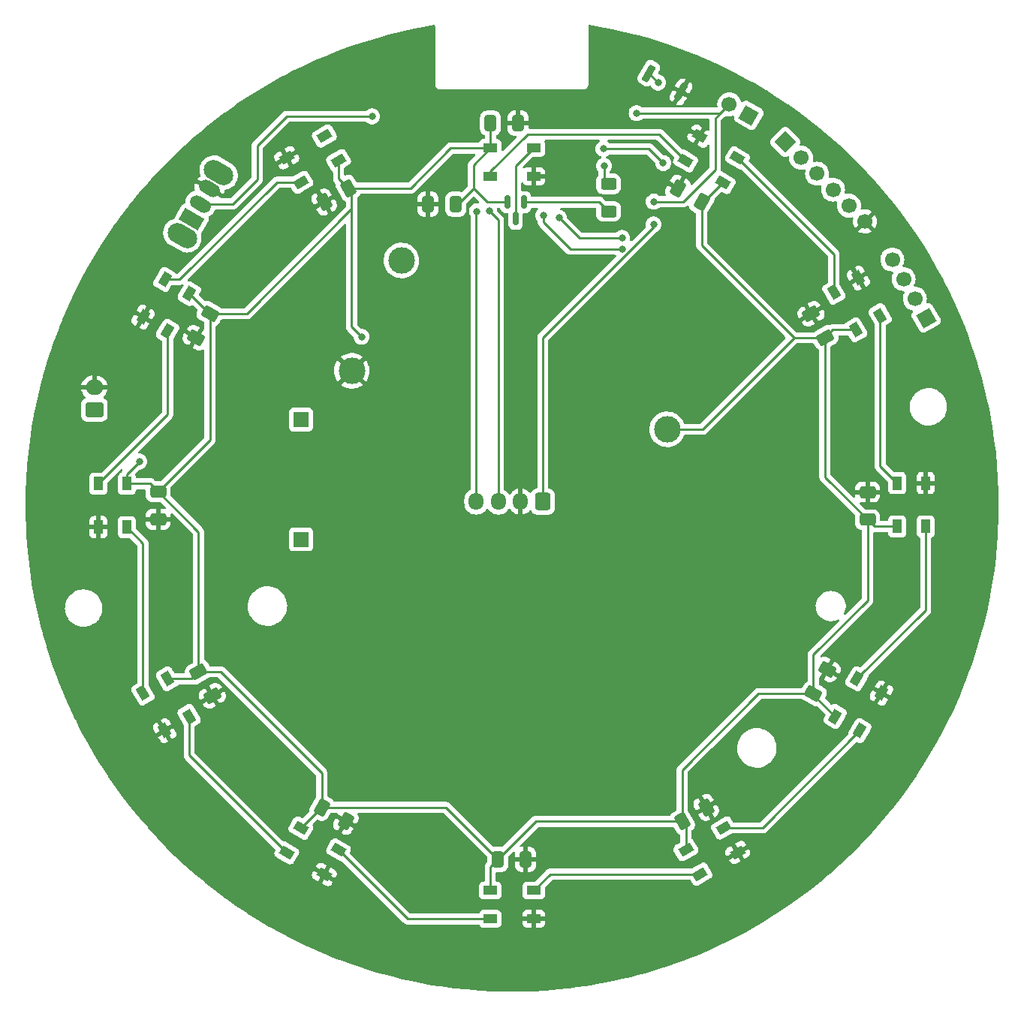
<source format=gtl>
%TF.GenerationSoftware,KiCad,Pcbnew,6.0.7-f9a2dced07~116~ubuntu20.04.1*%
%TF.CreationDate,2022-09-09T19:22:18+05:30*%
%TF.ProjectId,ESP12E_Smart_Coaster,45535031-3245-45f5-936d-6172745f436f,rev?*%
%TF.SameCoordinates,Original*%
%TF.FileFunction,Copper,L1,Top*%
%TF.FilePolarity,Positive*%
%FSLAX46Y46*%
G04 Gerber Fmt 4.6, Leading zero omitted, Abs format (unit mm)*
G04 Created by KiCad (PCBNEW 6.0.7-f9a2dced07~116~ubuntu20.04.1) date 2022-09-09 19:22:18*
%MOMM*%
%LPD*%
G01*
G04 APERTURE LIST*
G04 Aperture macros list*
%AMRoundRect*
0 Rectangle with rounded corners*
0 $1 Rounding radius*
0 $2 $3 $4 $5 $6 $7 $8 $9 X,Y pos of 4 corners*
0 Add a 4 corners polygon primitive as box body*
4,1,4,$2,$3,$4,$5,$6,$7,$8,$9,$2,$3,0*
0 Add four circle primitives for the rounded corners*
1,1,$1+$1,$2,$3*
1,1,$1+$1,$4,$5*
1,1,$1+$1,$6,$7*
1,1,$1+$1,$8,$9*
0 Add four rect primitives between the rounded corners*
20,1,$1+$1,$2,$3,$4,$5,0*
20,1,$1+$1,$4,$5,$6,$7,0*
20,1,$1+$1,$6,$7,$8,$9,0*
20,1,$1+$1,$8,$9,$2,$3,0*%
%AMHorizOval*
0 Thick line with rounded ends*
0 $1 width*
0 $2 $3 position (X,Y) of the first rounded end (center of the circle)*
0 $4 $5 position (X,Y) of the second rounded end (center of the circle)*
0 Add line between two ends*
20,1,$1,$2,$3,$4,$5,0*
0 Add two circle primitives to create the rounded ends*
1,1,$1,$2,$3*
1,1,$1,$4,$5*%
%AMRotRect*
0 Rectangle, with rotation*
0 The origin of the aperture is its center*
0 $1 length*
0 $2 width*
0 $3 Rotation angle, in degrees counterclockwise*
0 Add horizontal line*
21,1,$1,$2,0,0,$3*%
G04 Aperture macros list end*
%TA.AperFunction,SMDPad,CuDef*%
%ADD10RoundRect,0.250000X-0.650000X0.412500X-0.650000X-0.412500X0.650000X-0.412500X0.650000X0.412500X0*%
%TD*%
%TA.AperFunction,SMDPad,CuDef*%
%ADD11RoundRect,0.250000X-0.412500X-0.650000X0.412500X-0.650000X0.412500X0.650000X-0.412500X0.650000X0*%
%TD*%
%TA.AperFunction,SMDPad,CuDef*%
%ADD12RoundRect,0.250000X0.032235X0.769167X-0.682235X0.356667X-0.032235X-0.769167X0.682235X-0.356667X0*%
%TD*%
%TA.AperFunction,SMDPad,CuDef*%
%ADD13R,1.000000X1.500000*%
%TD*%
%TA.AperFunction,ComponentPad*%
%ADD14RotRect,1.700000X1.700000X210.000000*%
%TD*%
%TA.AperFunction,ComponentPad*%
%ADD15HorizOval,1.700000X0.000000X0.000000X0.000000X0.000000X0*%
%TD*%
%TA.AperFunction,SMDPad,CuDef*%
%ADD16RotRect,1.500000X1.000000X240.000000*%
%TD*%
%TA.AperFunction,SMDPad,CuDef*%
%ADD17RoundRect,0.150000X-0.150000X0.587500X-0.150000X-0.587500X0.150000X-0.587500X0.150000X0.587500X0*%
%TD*%
%TA.AperFunction,SMDPad,CuDef*%
%ADD18RotRect,1.500000X1.000000X330.000000*%
%TD*%
%TA.AperFunction,ComponentPad*%
%ADD19RoundRect,0.250000X0.750000X-0.600000X0.750000X0.600000X-0.750000X0.600000X-0.750000X-0.600000X0*%
%TD*%
%TA.AperFunction,ComponentPad*%
%ADD20O,2.000000X1.700000*%
%TD*%
%TA.AperFunction,SMDPad,CuDef*%
%ADD21RoundRect,0.250000X0.356667X-0.682235X0.769167X0.032235X-0.356667X0.682235X-0.769167X-0.032235X0*%
%TD*%
%TA.AperFunction,SMDPad,CuDef*%
%ADD22RoundRect,0.250000X-0.032235X-0.769167X0.682235X-0.356667X0.032235X0.769167X-0.682235X0.356667X0*%
%TD*%
%TA.AperFunction,SMDPad,CuDef*%
%ADD23R,1.500000X1.000000*%
%TD*%
%TA.AperFunction,ComponentPad*%
%ADD24RotRect,1.700000X1.700000X45.000000*%
%TD*%
%TA.AperFunction,ComponentPad*%
%ADD25HorizOval,1.700000X0.000000X0.000000X0.000000X0.000000X0*%
%TD*%
%TA.AperFunction,SMDPad,CuDef*%
%ADD26RoundRect,0.250000X-0.682235X-0.356667X0.032235X-0.769167X0.682235X0.356667X-0.032235X0.769167X0*%
%TD*%
%TA.AperFunction,SMDPad,CuDef*%
%ADD27RoundRect,0.200000X-0.573205X-0.592820X-0.226795X-0.792820X0.573205X0.592820X0.226795X0.792820X0*%
%TD*%
%TA.AperFunction,SMDPad,CuDef*%
%ADD28RoundRect,0.250000X-0.769167X0.032235X-0.356667X-0.682235X0.769167X-0.032235X0.356667X0.682235X0*%
%TD*%
%TA.AperFunction,SMDPad,CuDef*%
%ADD29RoundRect,0.250000X0.769167X-0.032235X0.356667X0.682235X-0.769167X0.032235X-0.356667X-0.682235X0*%
%TD*%
%TA.AperFunction,ComponentPad*%
%ADD30C,3.000000*%
%TD*%
%TA.AperFunction,SMDPad,CuDef*%
%ADD31RoundRect,0.250000X0.650000X-0.412500X0.650000X0.412500X-0.650000X0.412500X-0.650000X-0.412500X0*%
%TD*%
%TA.AperFunction,ComponentPad*%
%ADD32RotRect,1.700000X1.700000X240.000000*%
%TD*%
%TA.AperFunction,ComponentPad*%
%ADD33HorizOval,1.700000X0.000000X0.000000X0.000000X0.000000X0*%
%TD*%
%TA.AperFunction,ComponentPad*%
%ADD34HorizOval,2.200000X-0.562917X0.325000X0.562917X-0.325000X0*%
%TD*%
%TA.AperFunction,ComponentPad*%
%ADD35RotRect,1.500000X2.500000X60.000000*%
%TD*%
%TA.AperFunction,ComponentPad*%
%ADD36HorizOval,1.500000X-0.433013X0.250000X0.433013X-0.250000X0*%
%TD*%
%TA.AperFunction,SMDPad,CuDef*%
%ADD37RotRect,1.500000X1.000000X150.000000*%
%TD*%
%TA.AperFunction,SMDPad,CuDef*%
%ADD38RotRect,1.500000X1.000000X120.000000*%
%TD*%
%TA.AperFunction,SMDPad,CuDef*%
%ADD39RotRect,1.500000X1.000000X210.000000*%
%TD*%
%TA.AperFunction,SMDPad,CuDef*%
%ADD40RoundRect,0.250000X0.682235X0.356667X-0.032235X0.769167X-0.682235X-0.356667X0.032235X-0.769167X0*%
%TD*%
%TA.AperFunction,SMDPad,CuDef*%
%ADD41RotRect,1.500000X1.000000X60.000000*%
%TD*%
%TA.AperFunction,SMDPad,CuDef*%
%ADD42RoundRect,0.250000X-0.625000X0.400000X-0.625000X-0.400000X0.625000X-0.400000X0.625000X0.400000X0*%
%TD*%
%TA.AperFunction,SMDPad,CuDef*%
%ADD43RoundRect,0.250000X-0.356667X0.682235X-0.769167X-0.032235X0.356667X-0.682235X0.769167X0.032235X0*%
%TD*%
%TA.AperFunction,ComponentPad*%
%ADD44RoundRect,0.250000X0.600000X0.725000X-0.600000X0.725000X-0.600000X-0.725000X0.600000X-0.725000X0*%
%TD*%
%TA.AperFunction,ComponentPad*%
%ADD45O,1.700000X1.950000*%
%TD*%
%TA.AperFunction,SMDPad,CuDef*%
%ADD46RotRect,1.500000X1.000000X30.000000*%
%TD*%
%TA.AperFunction,SMDPad,CuDef*%
%ADD47RoundRect,0.250000X0.412500X0.650000X-0.412500X0.650000X-0.412500X-0.650000X0.412500X-0.650000X0*%
%TD*%
%TA.AperFunction,SMDPad,CuDef*%
%ADD48RotRect,1.500000X1.000000X300.000000*%
%TD*%
%TA.AperFunction,ComponentPad*%
%ADD49R,1.700000X1.700000*%
%TD*%
%TA.AperFunction,ViaPad*%
%ADD50C,0.800000*%
%TD*%
%TA.AperFunction,Conductor*%
%ADD51C,0.250000*%
%TD*%
G04 APERTURE END LIST*
D10*
%TO.P,C12,1*%
%TO.N,+5V*%
X100076000Y-98462700D03*
%TO.P,C12,2*%
%TO.N,GND*%
X100076000Y-101587700D03*
%TD*%
D11*
%TO.P,C9,1*%
%TO.N,+5V*%
X138391500Y-139954000D03*
%TO.P,C9,2*%
%TO.N,GND*%
X141516500Y-139954000D03*
%TD*%
D12*
%TO.P,C14,1*%
%TO.N,+5V*%
X121495165Y-64242750D03*
%TO.P,C14,2*%
%TO.N,GND*%
X118788835Y-65805250D03*
%TD*%
D13*
%TO.P,D4,1,VDD*%
%TO.N,+5V*%
X183439000Y-102399000D03*
%TO.P,D4,2,DOUT*%
%TO.N,Net-(D4-Pad2)*%
X186639000Y-102399000D03*
%TO.P,D4,3,VSS*%
%TO.N,GND*%
X186639000Y-97499000D03*
%TO.P,D4,4,DIN*%
%TO.N,Net-(D3-Pad2)*%
X183439000Y-97499000D03*
%TD*%
D14*
%TO.P,J1,1,Pin_1*%
%TO.N,SCLK*%
X186685000Y-78881297D03*
D15*
%TO.P,J1,2,Pin_2*%
%TO.N,MOSI*%
X185415000Y-76681592D03*
%TO.P,J1,3,Pin_3*%
%TO.N,MISO*%
X184145000Y-74481888D03*
%TO.P,J1,4,Pin_4*%
%TO.N,CS0*%
X182875000Y-72282183D03*
%TD*%
D16*
%TO.P,D11,1,VDD*%
%TO.N,+5V*%
X103601041Y-76122838D03*
%TO.P,D11,2,DOUT*%
%TO.N,Net-(D11-Pad2)*%
X100829759Y-74522838D03*
%TO.P,D11,3,VSS*%
%TO.N,GND*%
X98379759Y-78766362D03*
%TO.P,D11,4,DIN*%
%TO.N,Net-(D10-Pad2)*%
X101151041Y-80366362D03*
%TD*%
D11*
%TO.P,C3,1*%
%TO.N,+5V*%
X137547999Y-56895999D03*
%TO.P,C3,2*%
%TO.N,GND*%
X140672999Y-56895999D03*
%TD*%
D17*
%TO.P,Q1,1*%
%TO.N,Net-(Q1-Pad1)*%
X141346000Y-65814500D03*
%TO.P,Q1,2*%
%TO.N,+5V*%
X139446000Y-65814500D03*
%TO.P,Q1,3*%
%TO.N,Net-(D1-Pad4)*%
X140396000Y-67689500D03*
%TD*%
D18*
%TO.P,D8,1,VDD*%
%TO.N,+5V*%
X116178638Y-136428959D03*
%TO.P,D8,2,DOUT*%
%TO.N,Net-(D8-Pad2)*%
X114578638Y-139200241D03*
%TO.P,D8,3,VSS*%
%TO.N,GND*%
X118822162Y-141650241D03*
%TO.P,D8,4,DIN*%
%TO.N,Net-(D7-Pad2)*%
X120422162Y-138878959D03*
%TD*%
D19*
%TO.P,J4,1,Pin_1*%
%TO.N,+5V*%
X92887800Y-89230200D03*
D20*
%TO.P,J4,2,Pin_2*%
%TO.N,GND*%
X92887800Y-86730200D03*
%TD*%
D21*
%TO.P,C7,1*%
%TO.N,+5V*%
X173970750Y-121241165D03*
%TO.P,C7,2*%
%TO.N,GND*%
X175533250Y-118534835D03*
%TD*%
D22*
%TO.P,C8,1*%
%TO.N,+5V*%
X159174835Y-135655250D03*
%TO.P,C8,2*%
%TO.N,GND*%
X161881165Y-134092750D03*
%TD*%
D23*
%TO.P,D7,1,VDD*%
%TO.N,+5V*%
X137529400Y-143459400D03*
%TO.P,D7,2,DOUT*%
%TO.N,Net-(D7-Pad2)*%
X137529400Y-146659400D03*
%TO.P,D7,3,VSS*%
%TO.N,GND*%
X142429400Y-146659400D03*
%TO.P,D7,4,DIN*%
%TO.N,Net-(D6-Pad2)*%
X142429400Y-143459400D03*
%TD*%
D24*
%TO.P,J3,1,Pin_1*%
%TO.N,unconnected-(J3-Pad1)*%
X170805227Y-59009872D03*
D25*
%TO.P,J3,2,Pin_2*%
%TO.N,TXD*%
X172601278Y-60805923D03*
%TO.P,J3,3,Pin_3*%
%TO.N,RXD*%
X174397329Y-62601974D03*
%TO.P,J3,4,Pin_4*%
%TO.N,unconnected-(J3-Pad4)*%
X176193381Y-64398026D03*
%TO.P,J3,5,Pin_5*%
%TO.N,unconnected-(J3-Pad5)*%
X177989432Y-66194077D03*
%TO.P,J3,6,Pin_6*%
%TO.N,GND*%
X179785483Y-67990128D03*
%TD*%
D26*
%TO.P,C10,1*%
%TO.N,+5V*%
X118534835Y-134092750D03*
%TO.P,C10,2*%
%TO.N,GND*%
X121241165Y-135655250D03*
%TD*%
D27*
%TO.P,SW2,1,1*%
%TO.N,Net-(R6-Pad2)*%
X155407347Y-51274000D03*
%TO.P,SW2,2,2*%
%TO.N,GND*%
X159044653Y-53374000D03*
%TD*%
D28*
%TO.P,C11,1*%
%TO.N,+5V*%
X104628750Y-118788835D03*
%TO.P,C11,2*%
%TO.N,GND*%
X106191250Y-121495165D03*
%TD*%
D29*
%TO.P,C5,1*%
%TO.N,+5V*%
X175279250Y-81109165D03*
%TO.P,C5,2*%
%TO.N,GND*%
X173716750Y-78402835D03*
%TD*%
D30*
%TO.P,TP1,1,1*%
%TO.N,+5V*%
X157480000Y-91440000D03*
%TD*%
D31*
%TO.P,C6,1*%
%TO.N,+5V*%
X180086000Y-101638500D03*
%TO.P,C6,2*%
%TO.N,GND*%
X180086000Y-98513500D03*
%TD*%
D32*
%TO.P,JP1,1,A*%
%TO.N,WAKE*%
X166690105Y-56032400D03*
D33*
%TO.P,JP1,2,B*%
%TO.N,RESET*%
X164490400Y-54762400D03*
%TD*%
D34*
%TO.P,SW1,*%
%TO.N,*%
X106906051Y-62473296D03*
X102806051Y-69574704D03*
D35*
%TO.P,SW1,1,A*%
%TO.N,RESET*%
X103856051Y-67756051D03*
D36*
%TO.P,SW1,2,B*%
%TO.N,Net-(R5-Pad1)*%
X104856051Y-66024000D03*
%TO.P,SW1,3,C*%
%TO.N,GND*%
X105856051Y-64291949D03*
%TD*%
D13*
%TO.P,D10,1,VDD*%
%TO.N,+5V*%
X96545200Y-97575200D03*
%TO.P,D10,2,DOUT*%
%TO.N,Net-(D10-Pad2)*%
X93345200Y-97575200D03*
%TO.P,D10,3,VSS*%
%TO.N,GND*%
X93345200Y-102475200D03*
%TO.P,D10,4,DIN*%
%TO.N,Net-(D10-Pad4)*%
X96545200Y-102475200D03*
%TD*%
D37*
%TO.P,D2,1,VDD*%
%TO.N,+5V*%
X163805562Y-63596041D03*
%TO.P,D2,2,DOUT*%
%TO.N,Net-(D2-Pad2)*%
X165405562Y-60824759D03*
%TO.P,D2,3,VSS*%
%TO.N,GND*%
X161162038Y-58374759D03*
%TO.P,D2,4,DIN*%
%TO.N,Net-(D1-Pad2)*%
X159562038Y-61146041D03*
%TD*%
D23*
%TO.P,D1,1,VDD*%
%TO.N,+5V*%
X137550000Y-59700000D03*
%TO.P,D1,2,DOUT*%
%TO.N,Net-(D1-Pad2)*%
X137550000Y-62900000D03*
%TO.P,D1,3,VSS*%
%TO.N,GND*%
X142450000Y-62900000D03*
%TO.P,D1,4,DIN*%
%TO.N,Net-(D1-Pad4)*%
X142450000Y-59700000D03*
%TD*%
D38*
%TO.P,D3,1,VDD*%
%TO.N,+5V*%
X178731559Y-80213962D03*
%TO.P,D3,2,DOUT*%
%TO.N,Net-(D3-Pad2)*%
X181502841Y-78613962D03*
%TO.P,D3,3,VSS*%
%TO.N,GND*%
X179052841Y-74370438D03*
%TO.P,D3,4,DIN*%
%TO.N,Net-(D2-Pad2)*%
X176281559Y-75970438D03*
%TD*%
D39*
%TO.P,D12,1,VDD*%
%TO.N,+5V*%
X120422162Y-61120641D03*
%TO.P,D12,2,DOUT*%
%TO.N,unconnected-(D12-Pad2)*%
X118822162Y-58349359D03*
%TO.P,D12,3,VSS*%
%TO.N,GND*%
X114578638Y-60799359D03*
%TO.P,D12,4,DIN*%
%TO.N,Net-(D11-Pad2)*%
X116178638Y-63570641D03*
%TD*%
D40*
%TO.P,C4,1*%
%TO.N,+5V*%
X161373165Y-65805250D03*
%TO.P,C4,2*%
%TO.N,GND*%
X158666835Y-64242750D03*
%TD*%
D41*
%TO.P,D5,1,VDD*%
%TO.N,+5V*%
X176433959Y-123825962D03*
%TO.P,D5,2,DOUT*%
%TO.N,Net-(D5-Pad2)*%
X179205241Y-125425962D03*
%TO.P,D5,3,VSS*%
%TO.N,GND*%
X181655241Y-121182438D03*
%TO.P,D5,4,DIN*%
%TO.N,Net-(D4-Pad2)*%
X178883959Y-119582438D03*
%TD*%
D42*
%TO.P,R1,1*%
%TO.N,LED_DIN*%
X150868528Y-63750495D03*
%TO.P,R1,2*%
%TO.N,Net-(Q1-Pad1)*%
X150868528Y-66850495D03*
%TD*%
D43*
%TO.P,C13,1*%
%TO.N,+5V*%
X105937250Y-78402835D03*
%TO.P,C13,2*%
%TO.N,GND*%
X104374750Y-81109165D03*
%TD*%
D30*
%TO.P,TP2,1,1*%
%TO.N,GND*%
X121920000Y-84836000D03*
%TD*%
D44*
%TO.P,J2,1,Pin_1*%
%TO.N,RESET*%
X143450000Y-99585000D03*
D45*
%TO.P,J2,2,Pin_2*%
%TO.N,GND*%
X140950000Y-99585000D03*
%TO.P,J2,3,Pin_3*%
%TO.N,SCL*%
X138450000Y-99585000D03*
%TO.P,J2,4,Pin_4*%
%TO.N,SDA*%
X135950000Y-99585000D03*
%TD*%
D46*
%TO.P,D6,1,VDD*%
%TO.N,+5V*%
X159587438Y-138853559D03*
%TO.P,D6,2,DOUT*%
%TO.N,Net-(D6-Pad2)*%
X161187438Y-141624841D03*
%TO.P,D6,3,VSS*%
%TO.N,GND*%
X165430962Y-139174841D03*
%TO.P,D6,4,DIN*%
%TO.N,Net-(D5-Pad2)*%
X163830962Y-136403559D03*
%TD*%
D30*
%TO.P,TP3,1,1*%
%TO.N,RESET*%
X127508000Y-72390000D03*
%TD*%
D47*
%TO.P,C15,1*%
%TO.N,+5V*%
X133642500Y-66040000D03*
%TO.P,C15,2*%
%TO.N,GND*%
X130517500Y-66040000D03*
%TD*%
D48*
%TO.P,D9,1,VDD*%
%TO.N,+5V*%
X101125641Y-119582438D03*
%TO.P,D9,2,DOUT*%
%TO.N,Net-(D10-Pad4)*%
X98354359Y-121182438D03*
%TO.P,D9,3,VSS*%
%TO.N,GND*%
X100804359Y-125425962D03*
%TO.P,D9,4,DIN*%
%TO.N,Net-(D8-Pad2)*%
X103575641Y-123825962D03*
%TD*%
D49*
%TO.P,U1,3,B+*%
%TO.N,Net-(BT1-Pad1)*%
X116205400Y-103846200D03*
%TO.P,U1,4,B-*%
%TO.N,Net-(BT1-Pad2)*%
X116205400Y-90346200D03*
%TD*%
D50*
%TO.N,+5V*%
X97967800Y-95072200D03*
X123012200Y-81000600D03*
%TO.N,RESET*%
X154053051Y-55774049D03*
X155956000Y-68326000D03*
X155983666Y-65758334D03*
%TO.N,SCL*%
X137414000Y-66802000D03*
%TO.N,SDA*%
X136028573Y-66853631D03*
%TO.N,TXD*%
X145288000Y-67564000D03*
X152400000Y-69850000D03*
%TO.N,RXD*%
X152400000Y-71120000D03*
X143510000Y-67310000D03*
%TO.N,LED_DIN*%
X150368000Y-61722000D03*
%TO.N,Net-(R5-Pad1)*%
X124206000Y-56134000D03*
%TO.N,Net-(R6-Pad2)*%
X156464000Y-52324000D03*
%TO.N,WAKE*%
X150308937Y-59800000D03*
X157030680Y-61399539D03*
%TD*%
D51*
%TO.N,+5V*%
X159174835Y-129865466D02*
X159174835Y-135655250D01*
X176174453Y-80213962D02*
X178731559Y-80213962D01*
X138391500Y-139954000D02*
X137529400Y-140816100D01*
X159174835Y-135655250D02*
X159587438Y-136067853D01*
X100076000Y-98462700D02*
X99188500Y-97575200D01*
X107104835Y-118788835D02*
X104628750Y-118788835D01*
X175279250Y-81109165D02*
X175279250Y-96831750D01*
X128543250Y-64242750D02*
X133086000Y-59700000D01*
X104628750Y-118788835D02*
X104628750Y-103015450D01*
X137529400Y-140816100D02*
X137529400Y-143459400D01*
X173970750Y-121241165D02*
X173970750Y-121362753D01*
X105937250Y-78402835D02*
X105881038Y-78402835D01*
X110059437Y-78402835D02*
X121885723Y-66576549D01*
X161596353Y-65805250D02*
X163805562Y-63596041D01*
X171787165Y-81109165D02*
X175279250Y-81109165D01*
X135636000Y-61614000D02*
X137550000Y-59700000D01*
X173970750Y-116859250D02*
X173970750Y-121241165D01*
X137550000Y-59700000D02*
X137550000Y-56898000D01*
X138391500Y-139954000D02*
X132530250Y-134092750D01*
X173970750Y-121362753D02*
X176433959Y-123825962D01*
X180086000Y-101638500D02*
X180846500Y-102399000D01*
X121885723Y-64633308D02*
X121495165Y-64242750D01*
X161456330Y-91440000D02*
X171787165Y-81109165D01*
X105937250Y-92601450D02*
X105937250Y-78402835D01*
X161373165Y-70695165D02*
X171787165Y-81109165D01*
X105937250Y-78402835D02*
X110059437Y-78402835D01*
X180086000Y-110744000D02*
X173970750Y-116859250D01*
X133086000Y-59700000D02*
X137550000Y-59700000D01*
X118534835Y-134092750D02*
X118534835Y-130218835D01*
X175279250Y-81109165D02*
X176174453Y-80213962D01*
X121885723Y-79874123D02*
X123012200Y-81000600D01*
X137188500Y-65814500D02*
X135636000Y-64262000D01*
X135636000Y-64262000D02*
X135636000Y-61614000D01*
X100076000Y-98462700D02*
X105937250Y-92601450D01*
X157480000Y-91440000D02*
X161456330Y-91440000D01*
X96545200Y-96494800D02*
X96545200Y-97575200D01*
X139446000Y-65814500D02*
X137188500Y-65814500D01*
X159174835Y-135655250D02*
X142690250Y-135655250D01*
X105881038Y-78402835D02*
X103601041Y-76122838D01*
X132530250Y-134092750D02*
X118534835Y-134092750D01*
X99188500Y-97575200D02*
X96545200Y-97575200D01*
X103835147Y-119582438D02*
X101125641Y-119582438D01*
X180846500Y-102399000D02*
X183439000Y-102399000D01*
X173970750Y-121241165D02*
X167799136Y-121241165D01*
X118514847Y-134092750D02*
X116178638Y-136428959D01*
X118534835Y-130218835D02*
X107104835Y-118788835D01*
X121495165Y-64242750D02*
X128543250Y-64242750D01*
X121885723Y-66576549D02*
X121885723Y-64633308D01*
X137550000Y-56898000D02*
X137547999Y-56895999D01*
X135636000Y-64262000D02*
X133858000Y-66040000D01*
X97967800Y-95072200D02*
X96545200Y-96494800D01*
X133858000Y-66040000D02*
X133642500Y-66040000D01*
X142690250Y-135655250D02*
X138391500Y-139954000D01*
X118534835Y-134092750D02*
X118514847Y-134092750D01*
X175279250Y-96831750D02*
X180086000Y-101638500D01*
X161373165Y-65805250D02*
X161596353Y-65805250D01*
X161373165Y-65805250D02*
X161373165Y-70695165D01*
X159587438Y-136067853D02*
X159587438Y-138853559D01*
X104628750Y-103015450D02*
X100076000Y-98462700D01*
X180086000Y-101638500D02*
X180086000Y-110744000D01*
X104628750Y-118788835D02*
X103835147Y-119582438D01*
X120422162Y-63169747D02*
X120422162Y-61120641D01*
X121885723Y-66576549D02*
X121885723Y-79874123D01*
X121495165Y-64242750D02*
X120422162Y-63169747D01*
X167799136Y-121241165D02*
X159174835Y-129865466D01*
%TO.N,RESET*%
X162894116Y-56358684D02*
X162894116Y-62155272D01*
X164490400Y-54762400D02*
X163474400Y-55778400D01*
X154053051Y-55774049D02*
X163470049Y-55774049D01*
X155956000Y-68326000D02*
X155956000Y-68589305D01*
X159291054Y-65758334D02*
X155983666Y-65758334D01*
X162894116Y-62155272D02*
X159291054Y-65758334D01*
X163470049Y-55774049D02*
X163474400Y-55778400D01*
X155956000Y-68589305D02*
X143450000Y-81095305D01*
X143450000Y-81095305D02*
X143450000Y-99585000D01*
X163474400Y-55778400D02*
X162894116Y-56358684D01*
%TO.N,Net-(D1-Pad2)*%
X137550000Y-62348000D02*
X141732000Y-58166000D01*
X141732000Y-58166000D02*
X156581997Y-58166000D01*
X156581997Y-58166000D02*
X159562038Y-61146041D01*
X137550000Y-62900000D02*
X137550000Y-62348000D01*
%TO.N,Net-(D1-Pad4)*%
X140396000Y-67689500D02*
X140396000Y-61754000D01*
X140396000Y-61754000D02*
X142450000Y-59700000D01*
%TO.N,Net-(D2-Pad2)*%
X165405562Y-60824759D02*
X176281559Y-71700756D01*
X176281559Y-71700756D02*
X176281559Y-75970438D01*
%TO.N,Net-(D3-Pad2)*%
X181502841Y-95562841D02*
X183439000Y-97499000D01*
X181502841Y-78613962D02*
X181502841Y-95562841D01*
%TO.N,Net-(D4-Pad2)*%
X186639000Y-102399000D02*
X186639000Y-111827397D01*
X186639000Y-111827397D02*
X178883959Y-119582438D01*
%TO.N,Net-(D5-Pad2)*%
X179205241Y-125425962D02*
X168227644Y-136403559D01*
X168227644Y-136403559D02*
X163830962Y-136403559D01*
%TO.N,Net-(D6-Pad2)*%
X161187438Y-141624841D02*
X144263959Y-141624841D01*
X144263959Y-141624841D02*
X142429400Y-143459400D01*
%TO.N,Net-(D7-Pad2)*%
X128202603Y-146659400D02*
X120422162Y-138878959D01*
X137529400Y-146659400D02*
X128202603Y-146659400D01*
%TO.N,Net-(D8-Pad2)*%
X114578638Y-139200241D02*
X103575641Y-128197244D01*
X103575641Y-128197244D02*
X103575641Y-123825962D01*
%TO.N,Net-(D10-Pad4)*%
X98354359Y-121182438D02*
X98354359Y-104284359D01*
X98354359Y-104284359D02*
X96545200Y-102475200D01*
%TO.N,Net-(D10-Pad2)*%
X101151041Y-89769359D02*
X101151041Y-80366362D01*
X93345200Y-97575200D02*
X101151041Y-89769359D01*
%TO.N,Net-(D11-Pad2)*%
X102515162Y-74522838D02*
X113467359Y-63570641D01*
X100829759Y-74522838D02*
X102515162Y-74522838D01*
X113467359Y-63570641D02*
X116178638Y-63570641D01*
%TO.N,SCL*%
X137414000Y-66802000D02*
X138450000Y-67838000D01*
X138450000Y-67838000D02*
X138450000Y-99585000D01*
%TO.N,SDA*%
X135950000Y-66932204D02*
X135950000Y-99585000D01*
X136028573Y-66853631D02*
X135950000Y-66932204D01*
%TO.N,TXD*%
X152400000Y-69850000D02*
X147574000Y-69850000D01*
X147574000Y-69850000D02*
X145288000Y-67564000D01*
%TO.N,RXD*%
X146812000Y-71120000D02*
X146558000Y-71120000D01*
X152400000Y-71120000D02*
X146812000Y-71120000D01*
X146558000Y-71120000D02*
X143510000Y-68072000D01*
X143510000Y-68072000D02*
X143510000Y-67310000D01*
%TO.N,Net-(Q1-Pad1)*%
X149832533Y-65814500D02*
X150868528Y-66850495D01*
X141346000Y-65814500D02*
X149832533Y-65814500D01*
%TO.N,LED_DIN*%
X150368000Y-61722000D02*
X150368000Y-63249967D01*
X150368000Y-63249967D02*
X150868528Y-63750495D01*
%TO.N,Net-(R5-Pad1)*%
X114554000Y-56134000D02*
X124206000Y-56134000D01*
X111252000Y-59436000D02*
X111252000Y-63246000D01*
X111252000Y-63246000D02*
X108474000Y-66024000D01*
X111252000Y-59436000D02*
X114554000Y-56134000D01*
X108474000Y-66024000D02*
X104856051Y-66024000D01*
%TO.N,Net-(R6-Pad2)*%
X155414000Y-51274000D02*
X156464000Y-52324000D01*
X155407347Y-51274000D02*
X155414000Y-51274000D01*
%TO.N,WAKE*%
X154288000Y-59800000D02*
X155431141Y-59800000D01*
X155431141Y-59800000D02*
X157030680Y-61399539D01*
X150308937Y-59800000D02*
X154288000Y-59800000D01*
%TD*%
%TA.AperFunction,Conductor*%
%TO.N,GND*%
G36*
X149462269Y-45941506D02*
G01*
X149465602Y-45942090D01*
X150910369Y-46215066D01*
X150913685Y-46215738D01*
X151340918Y-46308406D01*
X152350708Y-46527433D01*
X152353965Y-46528185D01*
X153105220Y-46712388D01*
X153782053Y-46878343D01*
X153785328Y-46879193D01*
X154337352Y-47030369D01*
X155203479Y-47267566D01*
X155206698Y-47268493D01*
X155794696Y-47446626D01*
X156613963Y-47694822D01*
X156617188Y-47695847D01*
X158012414Y-48159781D01*
X158015610Y-48160891D01*
X159397931Y-48662142D01*
X159401096Y-48663338D01*
X160769451Y-49201523D01*
X160772583Y-49202804D01*
X162125969Y-49777527D01*
X162129065Y-49778891D01*
X163466545Y-50389753D01*
X163469604Y-50391200D01*
X164790211Y-51037761D01*
X164793230Y-51039290D01*
X166095985Y-51721072D01*
X166098961Y-51722681D01*
X166518361Y-51956724D01*
X167382953Y-52439204D01*
X167385837Y-52440864D01*
X168641554Y-53186517D01*
X168650129Y-53191609D01*
X168653009Y-53193371D01*
X169023195Y-53426858D01*
X169896701Y-53977803D01*
X169899539Y-53979647D01*
X170063841Y-54089552D01*
X171051151Y-54749985D01*
X171121685Y-54797167D01*
X171124471Y-54799086D01*
X172324237Y-55649136D01*
X172326947Y-55651111D01*
X173049059Y-56192437D01*
X173503448Y-56533067D01*
X173506128Y-56535132D01*
X174658553Y-57448384D01*
X174661176Y-57450521D01*
X175788636Y-58394365D01*
X175791201Y-58396572D01*
X176892905Y-59370344D01*
X176895410Y-59372619D01*
X177970565Y-60375620D01*
X177973008Y-60377961D01*
X179020862Y-61409487D01*
X179023241Y-61411893D01*
X180043000Y-62471164D01*
X180045314Y-62473633D01*
X181036264Y-63559908D01*
X181038511Y-63562438D01*
X181541742Y-64144739D01*
X181993753Y-64667772D01*
X181999942Y-64674934D01*
X182002105Y-64677505D01*
X182907875Y-65784329D01*
X182933351Y-65815460D01*
X182935458Y-65818107D01*
X183835770Y-66980602D01*
X183837806Y-66983305D01*
X184706591Y-68169574D01*
X184708553Y-68172330D01*
X185545161Y-69381481D01*
X185547048Y-69384288D01*
X186350940Y-70615550D01*
X186352701Y-70618329D01*
X187038043Y-71732256D01*
X187123203Y-71870671D01*
X187124938Y-71873577D01*
X187861546Y-73146177D01*
X187863201Y-73149128D01*
X188565340Y-74440989D01*
X188566916Y-74443983D01*
X188789680Y-74881447D01*
X189234145Y-75754291D01*
X189235624Y-75757295D01*
X189867433Y-77085061D01*
X189868845Y-77088135D01*
X190464736Y-78432298D01*
X190466066Y-78435409D01*
X191025669Y-79795138D01*
X191026915Y-79798283D01*
X191533899Y-81130742D01*
X191549820Y-81172587D01*
X191550977Y-81175758D01*
X192012408Y-82493948D01*
X192036766Y-82563534D01*
X192037838Y-82566734D01*
X192065232Y-82652293D01*
X192486195Y-83967077D01*
X192487184Y-83970313D01*
X192685448Y-84652067D01*
X192896580Y-85378065D01*
X192897790Y-85382227D01*
X192898684Y-85385463D01*
X193268899Y-86799002D01*
X193271225Y-86807883D01*
X193272035Y-86811154D01*
X193342519Y-87113137D01*
X193606243Y-88243042D01*
X193606968Y-88246347D01*
X193713999Y-88767800D01*
X193889670Y-89623659D01*
X193902608Y-89686694D01*
X193903239Y-89689990D01*
X194088128Y-90732111D01*
X194160105Y-91137809D01*
X194160651Y-91141149D01*
X194378540Y-92595288D01*
X194378996Y-92598640D01*
X194557756Y-94058069D01*
X194558123Y-94061433D01*
X194697640Y-95525230D01*
X194697915Y-95528602D01*
X194798071Y-96995540D01*
X194798256Y-96998919D01*
X194858986Y-98468009D01*
X194859081Y-98471391D01*
X194863147Y-98752525D01*
X194876469Y-99673743D01*
X194880343Y-99941655D01*
X194880346Y-99945024D01*
X194872409Y-100585296D01*
X194862121Y-101415270D01*
X194862034Y-101418652D01*
X194854614Y-101607596D01*
X194804551Y-102882483D01*
X194804338Y-102887902D01*
X194804161Y-102891255D01*
X194758505Y-103580924D01*
X194707031Y-104358458D01*
X194706762Y-104361831D01*
X194570275Y-105825843D01*
X194569916Y-105829208D01*
X194394162Y-107289067D01*
X194393712Y-107292420D01*
X194178831Y-108746980D01*
X194178292Y-108750320D01*
X194106709Y-109158699D01*
X193927769Y-110179542D01*
X193924423Y-110198628D01*
X193923796Y-110201942D01*
X193633196Y-111632735D01*
X193631130Y-111642905D01*
X193630413Y-111646208D01*
X193301090Y-113070450D01*
X193299165Y-113078774D01*
X193298363Y-113082044D01*
X193216576Y-113396971D01*
X192928751Y-114505264D01*
X192927856Y-114508527D01*
X192520181Y-115921244D01*
X192519199Y-115924482D01*
X192137159Y-117126239D01*
X192073741Y-117325728D01*
X192072683Y-117328909D01*
X191860904Y-117937939D01*
X191589734Y-118717764D01*
X191588580Y-118720944D01*
X191225071Y-119682290D01*
X191070460Y-120091181D01*
X191068536Y-120096268D01*
X191067298Y-120099415D01*
X190513197Y-121453717D01*
X190510504Y-121460298D01*
X190509187Y-121463398D01*
X189916964Y-122806771D01*
X189916034Y-122808880D01*
X189914654Y-122811899D01*
X189485256Y-123719115D01*
X189285602Y-124140935D01*
X189284114Y-124143973D01*
X188619595Y-125455654D01*
X188618025Y-125458652D01*
X187918547Y-126751975D01*
X187916898Y-126754929D01*
X187182935Y-128029021D01*
X187181207Y-128031930D01*
X186413284Y-129285874D01*
X186411478Y-129288735D01*
X186061756Y-129826804D01*
X185638554Y-130477926D01*
X185610185Y-130521573D01*
X185608337Y-130524335D01*
X184945926Y-131485959D01*
X184774190Y-131735269D01*
X184772233Y-131738029D01*
X184170271Y-132563539D01*
X183923075Y-132902536D01*
X183905905Y-132926082D01*
X183903885Y-132928776D01*
X183070978Y-134008837D01*
X183005947Y-134093165D01*
X183003845Y-134095816D01*
X182074998Y-135235633D01*
X182072826Y-135238227D01*
X181113678Y-136352728D01*
X181111436Y-136355263D01*
X180614988Y-136901729D01*
X180160142Y-137402402D01*
X180122750Y-137443561D01*
X180120455Y-137446022D01*
X179265562Y-138337718D01*
X179102836Y-138507449D01*
X179100461Y-138509860D01*
X179037973Y-138571629D01*
X178246085Y-139354405D01*
X178054759Y-139543529D01*
X178052327Y-139545869D01*
X176986997Y-140543828D01*
X176979239Y-140551095D01*
X176976757Y-140553358D01*
X176307082Y-141147738D01*
X175877027Y-141529439D01*
X175874467Y-141531650D01*
X175667637Y-141705524D01*
X174760259Y-142468321D01*
X174748983Y-142477800D01*
X174746376Y-142479934D01*
X173909829Y-143145682D01*
X173595829Y-143395572D01*
X173593169Y-143397631D01*
X172692958Y-144075375D01*
X172418500Y-144282007D01*
X172415770Y-144284006D01*
X171217738Y-145136550D01*
X171214955Y-145138474D01*
X169994499Y-145958518D01*
X169991665Y-145960367D01*
X169298555Y-146399535D01*
X168749630Y-146747344D01*
X168746799Y-146749085D01*
X167842959Y-147288320D01*
X167484015Y-147502467D01*
X167481086Y-147504161D01*
X166198630Y-148223305D01*
X166195657Y-148224921D01*
X164894254Y-148909422D01*
X164891247Y-148910952D01*
X164164082Y-149268831D01*
X163572013Y-149560222D01*
X163568964Y-149561672D01*
X162232710Y-150175313D01*
X162229688Y-150176652D01*
X161463222Y-150504006D01*
X160877437Y-150754192D01*
X160874308Y-150755479D01*
X160154417Y-151040336D01*
X159507063Y-151296491D01*
X159503949Y-151297675D01*
X158799593Y-151554732D01*
X158122653Y-151801784D01*
X158119460Y-151802901D01*
X157418064Y-152037736D01*
X156725127Y-152269739D01*
X156721952Y-152270754D01*
X156516678Y-152333405D01*
X155315596Y-152699980D01*
X155312347Y-152700924D01*
X153895008Y-153092223D01*
X153891734Y-153093080D01*
X153438289Y-153205255D01*
X152464332Y-153446196D01*
X152461105Y-153446948D01*
X151742925Y-153604277D01*
X151024779Y-153761599D01*
X151021464Y-153762279D01*
X149577199Y-154038252D01*
X149573868Y-154038842D01*
X148848308Y-154157385D01*
X148122738Y-154275930D01*
X148119412Y-154276427D01*
X147414620Y-154372225D01*
X146662431Y-154474465D01*
X146659073Y-154474876D01*
X146126588Y-154532739D01*
X145197254Y-154633726D01*
X145193923Y-154634042D01*
X143728390Y-154753580D01*
X143725076Y-154753806D01*
X142256834Y-154833950D01*
X142253473Y-154834089D01*
X141894648Y-154844022D01*
X140783644Y-154874778D01*
X140780261Y-154874826D01*
X140029529Y-154875443D01*
X139309854Y-154876035D01*
X139306526Y-154875992D01*
X137836614Y-154837717D01*
X137833308Y-154837586D01*
X136364928Y-154759854D01*
X136361577Y-154759632D01*
X135628705Y-154701066D01*
X134895846Y-154642502D01*
X134892477Y-154642187D01*
X133430459Y-154485745D01*
X133427100Y-154485340D01*
X131969765Y-154289693D01*
X131966418Y-154289197D01*
X131564918Y-154224277D01*
X130514937Y-154054500D01*
X130511649Y-154053924D01*
X129066842Y-153780308D01*
X129063578Y-153779643D01*
X128117054Y-153573921D01*
X127626745Y-153467354D01*
X127623449Y-153466591D01*
X126843176Y-153274924D01*
X126195522Y-153115833D01*
X126192275Y-153114990D01*
X124774227Y-152726002D01*
X124771035Y-152725080D01*
X123363987Y-152298169D01*
X123360770Y-152297146D01*
X123278439Y-152269731D01*
X121965670Y-151832599D01*
X121962504Y-151831497D01*
X120580367Y-151329653D01*
X120577203Y-151328455D01*
X120198031Y-151179139D01*
X119209094Y-150789700D01*
X119206014Y-150788440D01*
X117852811Y-150213120D01*
X117849782Y-150211785D01*
X116512511Y-149600335D01*
X116509455Y-149598888D01*
X115189121Y-148951769D01*
X115186103Y-148950239D01*
X113883623Y-148267900D01*
X113880647Y-148266289D01*
X112596995Y-147549244D01*
X112594064Y-147547555D01*
X111330085Y-146796275D01*
X111327200Y-146794507D01*
X110083898Y-146009588D01*
X110081061Y-146007744D01*
X108859234Y-145189689D01*
X108856448Y-145187769D01*
X107830048Y-144459900D01*
X107656984Y-144337172D01*
X107654351Y-144335250D01*
X106478174Y-143452763D01*
X106475524Y-143450718D01*
X105465905Y-142649940D01*
X118543446Y-142649940D01*
X118544049Y-142651680D01*
X118549865Y-142656967D01*
X119006370Y-142920531D01*
X119012453Y-142923617D01*
X119059265Y-142944264D01*
X119074293Y-142948752D01*
X119201179Y-142969871D01*
X119218951Y-142970274D01*
X119345604Y-142955060D01*
X119362766Y-142950461D01*
X119480052Y-142900313D01*
X119495245Y-142891075D01*
X119594575Y-142809342D01*
X119605340Y-142797948D01*
X119635561Y-142756654D01*
X119639284Y-142750943D01*
X119775564Y-142514900D01*
X119779309Y-142499465D01*
X119778706Y-142497725D01*
X119772890Y-142492438D01*
X118930822Y-142006269D01*
X118915387Y-142002524D01*
X118913647Y-142003127D01*
X118908360Y-142008943D01*
X118547191Y-142634505D01*
X118543446Y-142649940D01*
X105465905Y-142649940D01*
X105323481Y-142536977D01*
X105320884Y-142534860D01*
X104331059Y-141705524D01*
X117410623Y-141705524D01*
X117425837Y-141832177D01*
X117430436Y-141849339D01*
X117480584Y-141966625D01*
X117489822Y-141981818D01*
X117571551Y-142081142D01*
X117582955Y-142091916D01*
X117624236Y-142122129D01*
X117629960Y-142125861D01*
X118082503Y-142387137D01*
X118097938Y-142390882D01*
X118099678Y-142390279D01*
X118104965Y-142384463D01*
X118466134Y-141758901D01*
X118469879Y-141743466D01*
X118469276Y-141741726D01*
X118463460Y-141736439D01*
X118152691Y-141557016D01*
X119174445Y-141557016D01*
X119175048Y-141558756D01*
X119180864Y-141564043D01*
X120022932Y-142050212D01*
X120038367Y-142053957D01*
X120040107Y-142053354D01*
X120045394Y-142047538D01*
X120183958Y-141807539D01*
X120187044Y-141801455D01*
X120207690Y-141754648D01*
X120212180Y-141739611D01*
X120233298Y-141612731D01*
X120233701Y-141594958D01*
X120218487Y-141468305D01*
X120213888Y-141451143D01*
X120163740Y-141333857D01*
X120154502Y-141318664D01*
X120072773Y-141219340D01*
X120061369Y-141208566D01*
X120020088Y-141178353D01*
X120014364Y-141174621D01*
X119561821Y-140913345D01*
X119546386Y-140909600D01*
X119544646Y-140910203D01*
X119539359Y-140916019D01*
X119178190Y-141541581D01*
X119174445Y-141557016D01*
X118152691Y-141557016D01*
X117621392Y-141250270D01*
X117605957Y-141246525D01*
X117604217Y-141247128D01*
X117598930Y-141252944D01*
X117460366Y-141492943D01*
X117457280Y-141499027D01*
X117436634Y-141545834D01*
X117432144Y-141560871D01*
X117411026Y-141687751D01*
X117410623Y-141705524D01*
X104331059Y-141705524D01*
X104193776Y-141590500D01*
X104191258Y-141588332D01*
X104065128Y-141476753D01*
X103756123Y-141203398D01*
X103301266Y-140801017D01*
X117865015Y-140801017D01*
X117865618Y-140802757D01*
X117871434Y-140808044D01*
X118713502Y-141294213D01*
X118728937Y-141297958D01*
X118730677Y-141297355D01*
X118735964Y-141291539D01*
X119097133Y-140665977D01*
X119100878Y-140650542D01*
X119100275Y-140648802D01*
X119094459Y-140643515D01*
X118637954Y-140379951D01*
X118631871Y-140376865D01*
X118585059Y-140356218D01*
X118570031Y-140351730D01*
X118443145Y-140330611D01*
X118425373Y-140330208D01*
X118298720Y-140345422D01*
X118281558Y-140350021D01*
X118164272Y-140400169D01*
X118149079Y-140409407D01*
X118049749Y-140491140D01*
X118038984Y-140502534D01*
X118008763Y-140543828D01*
X118005040Y-140549539D01*
X117868760Y-140785582D01*
X117865015Y-140801017D01*
X103301266Y-140801017D01*
X103089945Y-140614076D01*
X103087441Y-140611800D01*
X102012709Y-139608346D01*
X102010267Y-139606004D01*
X100962849Y-138574036D01*
X100960471Y-138571629D01*
X99941159Y-137511926D01*
X99938846Y-137509456D01*
X99071366Y-136557723D01*
X98948330Y-136422737D01*
X98946090Y-136420212D01*
X98890008Y-136355263D01*
X97985136Y-135307316D01*
X97982971Y-135304741D01*
X97982688Y-135304395D01*
X97052211Y-134166399D01*
X97050157Y-134163818D01*
X96150275Y-133000864D01*
X96148241Y-132998160D01*
X95279974Y-131811549D01*
X95278013Y-131808792D01*
X94441917Y-130599287D01*
X94440030Y-130596478D01*
X93908874Y-129782195D01*
X93636678Y-129364907D01*
X93634875Y-129362059D01*
X93625741Y-129347198D01*
X93283083Y-128789729D01*
X92864920Y-128109421D01*
X92863187Y-128106515D01*
X92127147Y-126833660D01*
X92125492Y-126830709D01*
X91758160Y-126154177D01*
X100062786Y-126154177D01*
X100065179Y-126161664D01*
X100328743Y-126618169D01*
X100332466Y-126623880D01*
X100362688Y-126665175D01*
X100373454Y-126676569D01*
X100472782Y-126758302D01*
X100487975Y-126767540D01*
X100605261Y-126817688D01*
X100622423Y-126822287D01*
X100749076Y-126837501D01*
X100766849Y-126837098D01*
X100893734Y-126815979D01*
X100908760Y-126811493D01*
X100955574Y-126790845D01*
X100961657Y-126787759D01*
X101197700Y-126651479D01*
X101208660Y-126639984D01*
X101209009Y-126638176D01*
X101206616Y-126630689D01*
X100720446Y-125788621D01*
X100708951Y-125777661D01*
X100707143Y-125777312D01*
X100699656Y-125779705D01*
X100074095Y-126140874D01*
X100063135Y-126152369D01*
X100062786Y-126154177D01*
X91758160Y-126154177D01*
X91423859Y-125538478D01*
X91422285Y-125535483D01*
X91164733Y-125029173D01*
X99484326Y-125029173D01*
X99484729Y-125046945D01*
X99505849Y-125173836D01*
X99510333Y-125188852D01*
X99530985Y-125235677D01*
X99534068Y-125241753D01*
X99795348Y-125694303D01*
X99806843Y-125705263D01*
X99808651Y-125705612D01*
X99816138Y-125703219D01*
X100127977Y-125523178D01*
X101155709Y-125523178D01*
X101158102Y-125530665D01*
X101644271Y-126372734D01*
X101655766Y-126383694D01*
X101657573Y-126384042D01*
X101665061Y-126381649D01*
X101905073Y-126243076D01*
X101910757Y-126239372D01*
X101952067Y-126209139D01*
X101963460Y-126198375D01*
X102045193Y-126099045D01*
X102054431Y-126083852D01*
X102104579Y-125966566D01*
X102109178Y-125949404D01*
X102124392Y-125822751D01*
X102123989Y-125804979D01*
X102102869Y-125678088D01*
X102098385Y-125663072D01*
X102077733Y-125616247D01*
X102074650Y-125610171D01*
X101813370Y-125157621D01*
X101801875Y-125146661D01*
X101800067Y-125146312D01*
X101792580Y-125148705D01*
X101167018Y-125509875D01*
X101156058Y-125521370D01*
X101155709Y-125523178D01*
X100127977Y-125523178D01*
X100441700Y-125342049D01*
X100452660Y-125330554D01*
X100453009Y-125328746D01*
X100450616Y-125321259D01*
X99964447Y-124479190D01*
X99952952Y-124468230D01*
X99951145Y-124467882D01*
X99943657Y-124470275D01*
X99703645Y-124608848D01*
X99697961Y-124612552D01*
X99656651Y-124642785D01*
X99645258Y-124653549D01*
X99563525Y-124752879D01*
X99554287Y-124768072D01*
X99504139Y-124885358D01*
X99499540Y-124902520D01*
X99484326Y-125029173D01*
X91164733Y-125029173D01*
X90955929Y-124618695D01*
X90755629Y-124224933D01*
X90754157Y-124221941D01*
X90750263Y-124213748D01*
X100399709Y-124213748D01*
X100402102Y-124221235D01*
X100888272Y-125063303D01*
X100899767Y-125074263D01*
X100901575Y-125074612D01*
X100909062Y-125072219D01*
X101534623Y-124711050D01*
X101545583Y-124699555D01*
X101545932Y-124697747D01*
X101543539Y-124690260D01*
X101279975Y-124233755D01*
X101276252Y-124228044D01*
X101246030Y-124186749D01*
X101235264Y-124175355D01*
X101135936Y-124093622D01*
X101120743Y-124084384D01*
X101003457Y-124034236D01*
X100986295Y-124029637D01*
X100859642Y-124014423D01*
X100841869Y-124014826D01*
X100714984Y-124035945D01*
X100699958Y-124040431D01*
X100653144Y-124061079D01*
X100647061Y-124064165D01*
X100411018Y-124200445D01*
X100400058Y-124211940D01*
X100399709Y-124213748D01*
X90750263Y-124213748D01*
X90381488Y-123437914D01*
X102262112Y-123437914D01*
X102285651Y-123579335D01*
X102310494Y-123635663D01*
X102923689Y-124697747D01*
X102933260Y-124714324D01*
X102950141Y-124777324D01*
X102950141Y-128119541D01*
X102949624Y-128130501D01*
X102947968Y-128137911D01*
X102948217Y-128145837D01*
X102948217Y-128145838D01*
X102950079Y-128205085D01*
X102950141Y-128209043D01*
X102950141Y-128236594D01*
X102950637Y-128240517D01*
X102950644Y-128240632D01*
X102951564Y-128252312D01*
X102952932Y-128295871D01*
X102958477Y-128314956D01*
X102962485Y-128334306D01*
X102964977Y-128354036D01*
X102981025Y-128394567D01*
X102984860Y-128405768D01*
X102997023Y-128447634D01*
X103006928Y-128464382D01*
X103007139Y-128464738D01*
X103015836Y-128482489D01*
X103023155Y-128500976D01*
X103048770Y-128536232D01*
X103055287Y-128546154D01*
X103073431Y-128576834D01*
X103073434Y-128576838D01*
X103077471Y-128583664D01*
X103091521Y-128597714D01*
X103104362Y-128612748D01*
X103116047Y-128628831D01*
X103122155Y-128633884D01*
X103149630Y-128656613D01*
X103158410Y-128664603D01*
X113271062Y-138777255D01*
X113305088Y-138839567D01*
X113300023Y-138910382D01*
X113291092Y-138929339D01*
X113221986Y-139049033D01*
X113220612Y-139052148D01*
X113220609Y-139052154D01*
X113215606Y-139063498D01*
X113197141Y-139105361D01*
X113190579Y-139144786D01*
X113176375Y-139230124D01*
X113173602Y-139246782D01*
X113178473Y-139287326D01*
X113188878Y-139373939D01*
X113190702Y-139389125D01*
X113247064Y-139520946D01*
X113338160Y-139631651D01*
X113358768Y-139646734D01*
X113385092Y-139666001D01*
X113385099Y-139666005D01*
X113387839Y-139668011D01*
X113390782Y-139669710D01*
X113390791Y-139669716D01*
X114255490Y-140168949D01*
X114768936Y-140465387D01*
X114772056Y-140466763D01*
X114818038Y-140487044D01*
X114818041Y-140487045D01*
X114825265Y-140490231D01*
X114833054Y-140491528D01*
X114833056Y-140491528D01*
X114957828Y-140512296D01*
X114957831Y-140512296D01*
X114966686Y-140513770D01*
X115109028Y-140496671D01*
X115182195Y-140465387D01*
X115232595Y-140443838D01*
X115232597Y-140443837D01*
X115240850Y-140440308D01*
X115351555Y-140349212D01*
X115367924Y-140326847D01*
X115385905Y-140302278D01*
X115387914Y-140299533D01*
X115935290Y-139351449D01*
X115938259Y-139344719D01*
X115956946Y-139302350D01*
X115960135Y-139295121D01*
X115974869Y-139206598D01*
X115982200Y-139162558D01*
X115982200Y-139162555D01*
X115983674Y-139153700D01*
X115971475Y-139052154D01*
X115967645Y-139020270D01*
X115967645Y-139020268D01*
X115966574Y-139011357D01*
X115929865Y-138925500D01*
X119017126Y-138925500D01*
X119018197Y-138934414D01*
X119033096Y-139058433D01*
X119034226Y-139067843D01*
X119056338Y-139119558D01*
X119082693Y-139181198D01*
X119090588Y-139199664D01*
X119181684Y-139310369D01*
X119209444Y-139330687D01*
X119228616Y-139344719D01*
X119228623Y-139344723D01*
X119231363Y-139346729D01*
X119234306Y-139348428D01*
X119234315Y-139348434D01*
X119843247Y-139700000D01*
X120612460Y-140144105D01*
X120615580Y-140145481D01*
X120661562Y-140165762D01*
X120661565Y-140165763D01*
X120668789Y-140168949D01*
X120676578Y-140170246D01*
X120676580Y-140170246D01*
X120810210Y-140192488D01*
X120809945Y-140194080D01*
X120867883Y-140212528D01*
X120886474Y-140227861D01*
X127705361Y-147046749D01*
X127712750Y-147054869D01*
X127716817Y-147061277D01*
X127722595Y-147066703D01*
X127765810Y-147107285D01*
X127768652Y-147110040D01*
X127788132Y-147129520D01*
X127791262Y-147131948D01*
X127791344Y-147132020D01*
X127800252Y-147139629D01*
X127832021Y-147169462D01*
X127838968Y-147173281D01*
X127849435Y-147179035D01*
X127865964Y-147189892D01*
X127881667Y-147202073D01*
X127921660Y-147219379D01*
X127932316Y-147224600D01*
X127963558Y-147241776D01*
X127963567Y-147241780D01*
X127970511Y-147245597D01*
X127978187Y-147247568D01*
X127978190Y-147247569D01*
X127989763Y-147250540D01*
X128008468Y-147256944D01*
X128026707Y-147264837D01*
X128069751Y-147271654D01*
X128081374Y-147274062D01*
X128115907Y-147282929D01*
X128115908Y-147282929D01*
X128123584Y-147284900D01*
X128143459Y-147284900D01*
X128163169Y-147286451D01*
X128182799Y-147289560D01*
X128226183Y-147285459D01*
X128238040Y-147284900D01*
X136204564Y-147284900D01*
X136272685Y-147304902D01*
X136319178Y-147358558D01*
X136322546Y-147366671D01*
X136335874Y-147402224D01*
X136341254Y-147409403D01*
X136341256Y-147409406D01*
X136412272Y-147504161D01*
X136421854Y-147516946D01*
X136429035Y-147522328D01*
X136529394Y-147597544D01*
X136529397Y-147597546D01*
X136536576Y-147602926D01*
X136625961Y-147636434D01*
X136663425Y-147650479D01*
X136663427Y-147650479D01*
X136670820Y-147653251D01*
X136678670Y-147654104D01*
X136678671Y-147654104D01*
X136713420Y-147657879D01*
X136732023Y-147659900D01*
X137529283Y-147659900D01*
X138326776Y-147659899D01*
X138330170Y-147659530D01*
X138330176Y-147659530D01*
X138380122Y-147654105D01*
X138380126Y-147654104D01*
X138387980Y-147653251D01*
X138522224Y-147602926D01*
X138529403Y-147597546D01*
X138529406Y-147597544D01*
X138629765Y-147522328D01*
X138636946Y-147516946D01*
X138646528Y-147504161D01*
X138717544Y-147409406D01*
X138717546Y-147409403D01*
X138722926Y-147402224D01*
X138767647Y-147282929D01*
X138770479Y-147275375D01*
X138770479Y-147275373D01*
X138773251Y-147267980D01*
X138779900Y-147206777D01*
X138779900Y-147204069D01*
X141171401Y-147204069D01*
X141171771Y-147210890D01*
X141177295Y-147261752D01*
X141180921Y-147277004D01*
X141226076Y-147397454D01*
X141234614Y-147413049D01*
X141311115Y-147515124D01*
X141323676Y-147527685D01*
X141425751Y-147604186D01*
X141441346Y-147612724D01*
X141561794Y-147657878D01*
X141577049Y-147661505D01*
X141627914Y-147667031D01*
X141634728Y-147667400D01*
X142157285Y-147667400D01*
X142172524Y-147662925D01*
X142173729Y-147661535D01*
X142175400Y-147653852D01*
X142175400Y-147649284D01*
X142683400Y-147649284D01*
X142687875Y-147664523D01*
X142689265Y-147665728D01*
X142696948Y-147667399D01*
X143224069Y-147667399D01*
X143230890Y-147667029D01*
X143281752Y-147661505D01*
X143297004Y-147657879D01*
X143417454Y-147612724D01*
X143433049Y-147604186D01*
X143535124Y-147527685D01*
X143547685Y-147515124D01*
X143624186Y-147413049D01*
X143632724Y-147397454D01*
X143677878Y-147277006D01*
X143681505Y-147261751D01*
X143687031Y-147210886D01*
X143687400Y-147204072D01*
X143687400Y-146931515D01*
X143682925Y-146916276D01*
X143681535Y-146915071D01*
X143673852Y-146913400D01*
X142701515Y-146913400D01*
X142686276Y-146917875D01*
X142685071Y-146919265D01*
X142683400Y-146926948D01*
X142683400Y-147649284D01*
X142175400Y-147649284D01*
X142175400Y-146931515D01*
X142170925Y-146916276D01*
X142169535Y-146915071D01*
X142161852Y-146913400D01*
X141189516Y-146913400D01*
X141174277Y-146917875D01*
X141173072Y-146919265D01*
X141171401Y-146926948D01*
X141171401Y-147204069D01*
X138779900Y-147204069D01*
X138779899Y-146387285D01*
X141171400Y-146387285D01*
X141175875Y-146402524D01*
X141177265Y-146403729D01*
X141184948Y-146405400D01*
X142157285Y-146405400D01*
X142172524Y-146400925D01*
X142173729Y-146399535D01*
X142175400Y-146391852D01*
X142175400Y-146387285D01*
X142683400Y-146387285D01*
X142687875Y-146402524D01*
X142689265Y-146403729D01*
X142696948Y-146405400D01*
X143669284Y-146405400D01*
X143684523Y-146400925D01*
X143685728Y-146399535D01*
X143687399Y-146391852D01*
X143687399Y-146114731D01*
X143687029Y-146107910D01*
X143681505Y-146057048D01*
X143677879Y-146041796D01*
X143632724Y-145921346D01*
X143624186Y-145905751D01*
X143547685Y-145803676D01*
X143535124Y-145791115D01*
X143433049Y-145714614D01*
X143417454Y-145706076D01*
X143297006Y-145660922D01*
X143281751Y-145657295D01*
X143230886Y-145651769D01*
X143224072Y-145651400D01*
X142701515Y-145651400D01*
X142686276Y-145655875D01*
X142685071Y-145657265D01*
X142683400Y-145664948D01*
X142683400Y-146387285D01*
X142175400Y-146387285D01*
X142175400Y-145669516D01*
X142170925Y-145654277D01*
X142169535Y-145653072D01*
X142161852Y-145651401D01*
X141634731Y-145651401D01*
X141627910Y-145651771D01*
X141577048Y-145657295D01*
X141561796Y-145660921D01*
X141441346Y-145706076D01*
X141425751Y-145714614D01*
X141323676Y-145791115D01*
X141311115Y-145803676D01*
X141234614Y-145905751D01*
X141226076Y-145921346D01*
X141180922Y-146041794D01*
X141177295Y-146057049D01*
X141171769Y-146107914D01*
X141171400Y-146114728D01*
X141171400Y-146387285D01*
X138779899Y-146387285D01*
X138779899Y-146112024D01*
X138773251Y-146050820D01*
X138722926Y-145916576D01*
X138717546Y-145909397D01*
X138717544Y-145909394D01*
X138642328Y-145809035D01*
X138636946Y-145801854D01*
X138622617Y-145791115D01*
X138529406Y-145721256D01*
X138529403Y-145721254D01*
X138522224Y-145715874D01*
X138432839Y-145682366D01*
X138395375Y-145668321D01*
X138395373Y-145668321D01*
X138387980Y-145665549D01*
X138380130Y-145664696D01*
X138380129Y-145664696D01*
X138330174Y-145659269D01*
X138330173Y-145659269D01*
X138326777Y-145658900D01*
X137529517Y-145658900D01*
X136732024Y-145658901D01*
X136728630Y-145659270D01*
X136728624Y-145659270D01*
X136678678Y-145664695D01*
X136678674Y-145664696D01*
X136670820Y-145665549D01*
X136536576Y-145715874D01*
X136529397Y-145721254D01*
X136529394Y-145721256D01*
X136436183Y-145791115D01*
X136421854Y-145801854D01*
X136416472Y-145809035D01*
X136341256Y-145909394D01*
X136341254Y-145909397D01*
X136335874Y-145916576D01*
X136332724Y-145924979D01*
X136322546Y-145952129D01*
X136279905Y-146008894D01*
X136213344Y-146033594D01*
X136204564Y-146033900D01*
X128513884Y-146033900D01*
X128445763Y-146013898D01*
X128424789Y-145996995D01*
X121729739Y-139301945D01*
X121695713Y-139239633D01*
X121700778Y-139168818D01*
X121709715Y-139149850D01*
X121727204Y-139119558D01*
X121778814Y-139030167D01*
X121783180Y-139020270D01*
X121790753Y-139003100D01*
X121803659Y-138973839D01*
X121817981Y-138887796D01*
X121825724Y-138841276D01*
X121825724Y-138841273D01*
X121827198Y-138832418D01*
X121818340Y-138758679D01*
X121811169Y-138698988D01*
X121811169Y-138698986D01*
X121810098Y-138690075D01*
X121760484Y-138574036D01*
X121757268Y-138566514D01*
X121757267Y-138566512D01*
X121753736Y-138558254D01*
X121662640Y-138447549D01*
X121627936Y-138422149D01*
X121615708Y-138413199D01*
X121615701Y-138413195D01*
X121612961Y-138411189D01*
X121610018Y-138409490D01*
X121610009Y-138409484D01*
X120454736Y-137742488D01*
X120231864Y-137613813D01*
X120222094Y-137609504D01*
X120182762Y-137592156D01*
X120182759Y-137592155D01*
X120175535Y-137588969D01*
X120167746Y-137587672D01*
X120167744Y-137587672D01*
X120042972Y-137566904D01*
X120042969Y-137566904D01*
X120034114Y-137565430D01*
X119891772Y-137582529D01*
X119856068Y-137597795D01*
X119768205Y-137635362D01*
X119768203Y-137635363D01*
X119759950Y-137638892D01*
X119649245Y-137729988D01*
X119644580Y-137736362D01*
X119644579Y-137736363D01*
X119631475Y-137754268D01*
X119612886Y-137779667D01*
X119065510Y-138727751D01*
X119064136Y-138730866D01*
X119064133Y-138730872D01*
X119058371Y-138743936D01*
X119040665Y-138784079D01*
X119032619Y-138832418D01*
X119021354Y-138900100D01*
X119017126Y-138925500D01*
X115929865Y-138925500D01*
X115922816Y-138909014D01*
X115913744Y-138887796D01*
X115913743Y-138887794D01*
X115910212Y-138879536D01*
X115819116Y-138768831D01*
X115785102Y-138743936D01*
X115772184Y-138734481D01*
X115772177Y-138734477D01*
X115769437Y-138732471D01*
X115766494Y-138730772D01*
X115766485Y-138730766D01*
X114666667Y-138095787D01*
X114388340Y-137935095D01*
X114364928Y-137924769D01*
X114339238Y-137913438D01*
X114339235Y-137913437D01*
X114332011Y-137910251D01*
X114324222Y-137908954D01*
X114324220Y-137908954D01*
X114190590Y-137886712D01*
X114190855Y-137885120D01*
X114132917Y-137866672D01*
X114114326Y-137851339D01*
X104238046Y-127975058D01*
X104204020Y-127912746D01*
X104201141Y-127885963D01*
X104201141Y-124981528D01*
X104221143Y-124913407D01*
X104264141Y-124872409D01*
X104671975Y-124636946D01*
X104671985Y-124636939D01*
X104674932Y-124635238D01*
X104724612Y-124598879D01*
X104815708Y-124488174D01*
X104819550Y-124479190D01*
X104868542Y-124364605D01*
X104872071Y-124356352D01*
X104889170Y-124214010D01*
X104886913Y-124200445D01*
X104866928Y-124080383D01*
X104865631Y-124072589D01*
X104840788Y-124016261D01*
X104043411Y-122635165D01*
X104007051Y-122585484D01*
X103988689Y-122570374D01*
X103948597Y-122537384D01*
X103896346Y-122494388D01*
X103888088Y-122490857D01*
X103888086Y-122490856D01*
X103837693Y-122469310D01*
X103764525Y-122438026D01*
X103755614Y-122436955D01*
X103755612Y-122436955D01*
X103642609Y-122423380D01*
X105103267Y-122423380D01*
X105105660Y-122430867D01*
X105201690Y-122597196D01*
X105205226Y-122602649D01*
X105261619Y-122680485D01*
X105270828Y-122690646D01*
X105392467Y-122798453D01*
X105404391Y-122806771D01*
X105547202Y-122883506D01*
X105560715Y-122888855D01*
X105717346Y-122930679D01*
X105731731Y-122932778D01*
X105893784Y-122937445D01*
X105908267Y-122936178D01*
X106067471Y-122903353D01*
X106080487Y-122899149D01*
X106167025Y-122860348D01*
X106172761Y-122857416D01*
X106540841Y-122644905D01*
X106551801Y-122633410D01*
X106552150Y-122631602D01*
X106549757Y-122624115D01*
X106107337Y-121857824D01*
X106095842Y-121846864D01*
X106094034Y-121846515D01*
X106086547Y-121848908D01*
X105114576Y-122410077D01*
X105103616Y-122421572D01*
X105103267Y-122423380D01*
X103642609Y-122423380D01*
X103622182Y-122420926D01*
X103613327Y-122422400D01*
X103613324Y-122422400D01*
X103488552Y-122443168D01*
X103488550Y-122443168D01*
X103480761Y-122444465D01*
X103473536Y-122447652D01*
X103473535Y-122447652D01*
X103451645Y-122457307D01*
X103424433Y-122469309D01*
X102476350Y-123016686D01*
X102426670Y-123053045D01*
X102335574Y-123163750D01*
X102279211Y-123295572D01*
X102262112Y-123437914D01*
X90381488Y-123437914D01*
X90122876Y-122893842D01*
X90121509Y-122890861D01*
X89526146Y-121546356D01*
X89524822Y-121543254D01*
X89521562Y-121535324D01*
X88965806Y-120183319D01*
X88964567Y-120180188D01*
X88936689Y-120106824D01*
X88590060Y-119194655D01*
X88442242Y-118805664D01*
X88441083Y-118802485D01*
X88295825Y-118386958D01*
X87955868Y-117414469D01*
X87954804Y-117411291D01*
X87947160Y-117387380D01*
X87507027Y-116010722D01*
X87506047Y-116007509D01*
X87481940Y-115924482D01*
X87096030Y-114595391D01*
X87095139Y-114592157D01*
X87073274Y-114508527D01*
X86836074Y-113601301D01*
X86723212Y-113169633D01*
X86722400Y-113166348D01*
X86390074Y-111739800D01*
X89567347Y-111739800D01*
X89567906Y-111744044D01*
X89567906Y-111744048D01*
X89581486Y-111847201D01*
X89604729Y-112023749D01*
X89605862Y-112027889D01*
X89605862Y-112027891D01*
X89609473Y-112041092D01*
X89680302Y-112299998D01*
X89681986Y-112303946D01*
X89787856Y-112552153D01*
X89792668Y-112563435D01*
X89939746Y-112809185D01*
X89942430Y-112812536D01*
X89942432Y-112812538D01*
X89951270Y-112823569D01*
X90118815Y-113032700D01*
X90226467Y-113134858D01*
X90290694Y-113195807D01*
X90326562Y-113229845D01*
X90559143Y-113396971D01*
X90812253Y-113530986D01*
X90878017Y-113555052D01*
X91015873Y-113605500D01*
X91081210Y-113629410D01*
X91361036Y-113690422D01*
X91400501Y-113693528D01*
X91583197Y-113707907D01*
X91583204Y-113707907D01*
X91585653Y-113708100D01*
X91740592Y-113708100D01*
X91742728Y-113707954D01*
X91742739Y-113707954D01*
X91950060Y-113693820D01*
X91950066Y-113693819D01*
X91954337Y-113693528D01*
X91958532Y-113692659D01*
X91958534Y-113692659D01*
X92094562Y-113664489D01*
X92234786Y-113635450D01*
X92504758Y-113539848D01*
X92759258Y-113408491D01*
X92762759Y-113406030D01*
X92762763Y-113406028D01*
X92990071Y-113246273D01*
X92990077Y-113246268D01*
X92993576Y-113243809D01*
X93167639Y-113082060D01*
X93200233Y-113051772D01*
X93200236Y-113051769D01*
X93203376Y-113048851D01*
X93214175Y-113035658D01*
X93382061Y-112830541D01*
X93384777Y-112827223D01*
X93534420Y-112583027D01*
X93541402Y-112567122D01*
X93647814Y-112324710D01*
X93647815Y-112324706D01*
X93649538Y-112320782D01*
X93728000Y-112045339D01*
X93768354Y-111761796D01*
X93769444Y-111553597D01*
X93769831Y-111479686D01*
X93769831Y-111479680D01*
X93769853Y-111475400D01*
X93766398Y-111449152D01*
X93733031Y-111195707D01*
X93732471Y-111191451D01*
X93656898Y-110915202D01*
X93620853Y-110830696D01*
X93546218Y-110655717D01*
X93546216Y-110655713D01*
X93544532Y-110651765D01*
X93397454Y-110406015D01*
X93339924Y-110334205D01*
X93221075Y-110185858D01*
X93218385Y-110182500D01*
X93010638Y-109985355D01*
X92778057Y-109818229D01*
X92524947Y-109684214D01*
X92349498Y-109620009D01*
X92260021Y-109587265D01*
X92260019Y-109587264D01*
X92255990Y-109585790D01*
X91976164Y-109524778D01*
X91932989Y-109521380D01*
X91754003Y-109507293D01*
X91753996Y-109507293D01*
X91751547Y-109507100D01*
X91596608Y-109507100D01*
X91594472Y-109507246D01*
X91594461Y-109507246D01*
X91387140Y-109521380D01*
X91387134Y-109521381D01*
X91382863Y-109521672D01*
X91378668Y-109522541D01*
X91378666Y-109522541D01*
X91242639Y-109550711D01*
X91102414Y-109579750D01*
X90832442Y-109675352D01*
X90577942Y-109806709D01*
X90574441Y-109809170D01*
X90574437Y-109809172D01*
X90347129Y-109968927D01*
X90347123Y-109968932D01*
X90343624Y-109971391D01*
X90269020Y-110040717D01*
X90216101Y-110089893D01*
X90133824Y-110166349D01*
X90131110Y-110169665D01*
X90131107Y-110169668D01*
X90047162Y-110272229D01*
X89952423Y-110387977D01*
X89802780Y-110632173D01*
X89801053Y-110636107D01*
X89801052Y-110636109D01*
X89697947Y-110870989D01*
X89687662Y-110894418D01*
X89609200Y-111169861D01*
X89568846Y-111453404D01*
X89568518Y-111516116D01*
X89567376Y-111734339D01*
X89567347Y-111739800D01*
X86390074Y-111739800D01*
X86388802Y-111734339D01*
X86388078Y-111731034D01*
X86230529Y-110961814D01*
X86093033Y-110290499D01*
X86092403Y-110287197D01*
X86078964Y-110211259D01*
X85836161Y-108839339D01*
X85835617Y-108836006D01*
X85618340Y-107381763D01*
X85617885Y-107378410D01*
X85439737Y-105918875D01*
X85439372Y-105915511D01*
X85300477Y-104451692D01*
X85300203Y-104448320D01*
X85220427Y-103272576D01*
X85220243Y-103269869D01*
X92337201Y-103269869D01*
X92337571Y-103276690D01*
X92343095Y-103327552D01*
X92346721Y-103342804D01*
X92391876Y-103463254D01*
X92400414Y-103478849D01*
X92476915Y-103580924D01*
X92489476Y-103593485D01*
X92591551Y-103669986D01*
X92607146Y-103678524D01*
X92727594Y-103723678D01*
X92742849Y-103727305D01*
X92793714Y-103732831D01*
X92800528Y-103733200D01*
X93073085Y-103733200D01*
X93088324Y-103728725D01*
X93089529Y-103727335D01*
X93091200Y-103719652D01*
X93091200Y-103715084D01*
X93599200Y-103715084D01*
X93603675Y-103730323D01*
X93605065Y-103731528D01*
X93612748Y-103733199D01*
X93889869Y-103733199D01*
X93896690Y-103732829D01*
X93947552Y-103727305D01*
X93962804Y-103723679D01*
X94083254Y-103678524D01*
X94098849Y-103669986D01*
X94200924Y-103593485D01*
X94213485Y-103580924D01*
X94289986Y-103478849D01*
X94298524Y-103463254D01*
X94343678Y-103342806D01*
X94347305Y-103327551D01*
X94352831Y-103276686D01*
X94353200Y-103269872D01*
X94353200Y-102747315D01*
X94348725Y-102732076D01*
X94347335Y-102730871D01*
X94339652Y-102729200D01*
X93617315Y-102729200D01*
X93602076Y-102733675D01*
X93600871Y-102735065D01*
X93599200Y-102742748D01*
X93599200Y-103715084D01*
X93091200Y-103715084D01*
X93091200Y-102747315D01*
X93086725Y-102732076D01*
X93085335Y-102730871D01*
X93077652Y-102729200D01*
X92355316Y-102729200D01*
X92340077Y-102733675D01*
X92338872Y-102735065D01*
X92337201Y-102742748D01*
X92337201Y-103269869D01*
X85220243Y-103269869D01*
X85200665Y-102981323D01*
X85200482Y-102977960D01*
X85197107Y-102895471D01*
X85168778Y-102203085D01*
X92337200Y-102203085D01*
X92341675Y-102218324D01*
X92343065Y-102219529D01*
X92350748Y-102221200D01*
X93073085Y-102221200D01*
X93088324Y-102216725D01*
X93089529Y-102215335D01*
X93091200Y-102207652D01*
X93091200Y-102203085D01*
X93599200Y-102203085D01*
X93603675Y-102218324D01*
X93605065Y-102219529D01*
X93612748Y-102221200D01*
X94335084Y-102221200D01*
X94350323Y-102216725D01*
X94351528Y-102215335D01*
X94353199Y-102207652D01*
X94353199Y-101680531D01*
X94353052Y-101677823D01*
X95544700Y-101677823D01*
X95544701Y-103272576D01*
X95551349Y-103333780D01*
X95601674Y-103468024D01*
X95607054Y-103475203D01*
X95607056Y-103475206D01*
X95634578Y-103511928D01*
X95687654Y-103582746D01*
X95694835Y-103588128D01*
X95795194Y-103663344D01*
X95795197Y-103663346D01*
X95802376Y-103668726D01*
X95872394Y-103694974D01*
X95929225Y-103716279D01*
X95929227Y-103716279D01*
X95936620Y-103719051D01*
X95944470Y-103719904D01*
X95944471Y-103719904D01*
X95979220Y-103723679D01*
X95997823Y-103725700D01*
X96053943Y-103725700D01*
X96858918Y-103725699D01*
X96927039Y-103745701D01*
X96948014Y-103762604D01*
X97691955Y-104506546D01*
X97725980Y-104568858D01*
X97728859Y-104595641D01*
X97728859Y-120026872D01*
X97708857Y-120094993D01*
X97665859Y-120135991D01*
X97258025Y-120371454D01*
X97258015Y-120371461D01*
X97255068Y-120373162D01*
X97205388Y-120409521D01*
X97200371Y-120415618D01*
X97200370Y-120415619D01*
X97159538Y-120465241D01*
X97114292Y-120520226D01*
X97057929Y-120652048D01*
X97040830Y-120794390D01*
X97042304Y-120803245D01*
X97042304Y-120803248D01*
X97054235Y-120874926D01*
X97064369Y-120935811D01*
X97089212Y-120992139D01*
X97886589Y-122373235D01*
X97922949Y-122422916D01*
X97929046Y-122427933D01*
X97929047Y-122427934D01*
X97953010Y-122447652D01*
X98033654Y-122514012D01*
X98041912Y-122517543D01*
X98041914Y-122517544D01*
X98081747Y-122534575D01*
X98165475Y-122570374D01*
X98174386Y-122571445D01*
X98174388Y-122571445D01*
X98235306Y-122578763D01*
X98307818Y-122587474D01*
X98316673Y-122586000D01*
X98316676Y-122586000D01*
X98441448Y-122565232D01*
X98441450Y-122565232D01*
X98449239Y-122563935D01*
X98505567Y-122539091D01*
X99453650Y-121991714D01*
X99503330Y-121955355D01*
X99544830Y-121904922D01*
X99588722Y-121851582D01*
X99588722Y-121851581D01*
X99594426Y-121844650D01*
X99612975Y-121801269D01*
X99647260Y-121721081D01*
X99650789Y-121712828D01*
X99667888Y-121570486D01*
X99663874Y-121546366D01*
X99659840Y-121522130D01*
X104662039Y-121522130D01*
X104663306Y-121536613D01*
X104696131Y-121695817D01*
X104700335Y-121708833D01*
X104739136Y-121795371D01*
X104742068Y-121801107D01*
X104835829Y-121963506D01*
X104847324Y-121974466D01*
X104849132Y-121974815D01*
X104856619Y-121972422D01*
X105514867Y-121592381D01*
X106542600Y-121592381D01*
X106544993Y-121599868D01*
X106987412Y-122366158D01*
X106998907Y-122377118D01*
X107000715Y-122377467D01*
X107008202Y-122375074D01*
X107380211Y-122160294D01*
X107385665Y-122156758D01*
X107463501Y-122100365D01*
X107473662Y-122091156D01*
X107581469Y-121969517D01*
X107589787Y-121957593D01*
X107666522Y-121814782D01*
X107671871Y-121801269D01*
X107713695Y-121644638D01*
X107715794Y-121630253D01*
X107720461Y-121468200D01*
X107719194Y-121453717D01*
X107686369Y-121294513D01*
X107682165Y-121281497D01*
X107643364Y-121194959D01*
X107640432Y-121189223D01*
X107546671Y-121026824D01*
X107535176Y-121015864D01*
X107533368Y-121015515D01*
X107525881Y-121017908D01*
X106553909Y-121579078D01*
X106542949Y-121590573D01*
X106542600Y-121592381D01*
X105514867Y-121592381D01*
X105828591Y-121411252D01*
X105839551Y-121399757D01*
X105839900Y-121397949D01*
X105837507Y-121390462D01*
X105395088Y-120624172D01*
X105383593Y-120613212D01*
X105381785Y-120612863D01*
X105374298Y-120615256D01*
X105002289Y-120830036D01*
X104996835Y-120833572D01*
X104918999Y-120889965D01*
X104908838Y-120899174D01*
X104801031Y-121020813D01*
X104792713Y-121032737D01*
X104715978Y-121175548D01*
X104710629Y-121189061D01*
X104668805Y-121345692D01*
X104666706Y-121360077D01*
X104662039Y-121522130D01*
X99659840Y-121522130D01*
X99649590Y-121460551D01*
X99644349Y-121429065D01*
X99619506Y-121372737D01*
X98996740Y-120294075D01*
X98979859Y-120231076D01*
X98979859Y-104362057D01*
X98980376Y-104351096D01*
X98982031Y-104343691D01*
X98979921Y-104276535D01*
X98979859Y-104272578D01*
X98979859Y-104245009D01*
X98979362Y-104241074D01*
X98979355Y-104240964D01*
X98978437Y-104229293D01*
X98977317Y-104193659D01*
X98977068Y-104185732D01*
X98971522Y-104166643D01*
X98967515Y-104147297D01*
X98965023Y-104127567D01*
X98948975Y-104087036D01*
X98945140Y-104075835D01*
X98932977Y-104033969D01*
X98922857Y-104016856D01*
X98914164Y-103999111D01*
X98906845Y-103980627D01*
X98881223Y-103945362D01*
X98874716Y-103935454D01*
X98856565Y-103904761D01*
X98856561Y-103904756D01*
X98852529Y-103897938D01*
X98838476Y-103883885D01*
X98825635Y-103868851D01*
X98818613Y-103859186D01*
X98813953Y-103852772D01*
X98780375Y-103824994D01*
X98771595Y-103817004D01*
X97582605Y-102628014D01*
X97548579Y-102565702D01*
X97545700Y-102538919D01*
X97545699Y-102047295D01*
X98668001Y-102047295D01*
X98668338Y-102053814D01*
X98678257Y-102149406D01*
X98681149Y-102162800D01*
X98732588Y-102316984D01*
X98738761Y-102330162D01*
X98824063Y-102468007D01*
X98833099Y-102479408D01*
X98947829Y-102593939D01*
X98959240Y-102602951D01*
X99097243Y-102688016D01*
X99110424Y-102694163D01*
X99264710Y-102745338D01*
X99278086Y-102748205D01*
X99372438Y-102757872D01*
X99378854Y-102758200D01*
X99803885Y-102758200D01*
X99819124Y-102753725D01*
X99820329Y-102752335D01*
X99822000Y-102744652D01*
X99822000Y-102740084D01*
X100330000Y-102740084D01*
X100334475Y-102755323D01*
X100335865Y-102756528D01*
X100343548Y-102758199D01*
X100773095Y-102758199D01*
X100779614Y-102757862D01*
X100875206Y-102747943D01*
X100888600Y-102745051D01*
X101042784Y-102693612D01*
X101055962Y-102687439D01*
X101193807Y-102602137D01*
X101205208Y-102593101D01*
X101319739Y-102478371D01*
X101328751Y-102466960D01*
X101413816Y-102328957D01*
X101419963Y-102315776D01*
X101471138Y-102161490D01*
X101474005Y-102148114D01*
X101483672Y-102053762D01*
X101484000Y-102047346D01*
X101484000Y-101859815D01*
X101479525Y-101844576D01*
X101478135Y-101843371D01*
X101470452Y-101841700D01*
X100348115Y-101841700D01*
X100332876Y-101846175D01*
X100331671Y-101847565D01*
X100330000Y-101855248D01*
X100330000Y-102740084D01*
X99822000Y-102740084D01*
X99822000Y-101859815D01*
X99817525Y-101844576D01*
X99816135Y-101843371D01*
X99808452Y-101841700D01*
X98686116Y-101841700D01*
X98670877Y-101846175D01*
X98669672Y-101847565D01*
X98668001Y-101855248D01*
X98668001Y-102047295D01*
X97545699Y-102047295D01*
X97545699Y-101681242D01*
X97545699Y-101677824D01*
X97545252Y-101673710D01*
X97539905Y-101624478D01*
X97539904Y-101624474D01*
X97539051Y-101616620D01*
X97488726Y-101482376D01*
X97483346Y-101475197D01*
X97483344Y-101475194D01*
X97408128Y-101374835D01*
X97402746Y-101367654D01*
X97355212Y-101332029D01*
X97333271Y-101315585D01*
X98668000Y-101315585D01*
X98672475Y-101330824D01*
X98673865Y-101332029D01*
X98681548Y-101333700D01*
X99803885Y-101333700D01*
X99819124Y-101329225D01*
X99820329Y-101327835D01*
X99822000Y-101320152D01*
X99822000Y-100435316D01*
X99817525Y-100420077D01*
X99816135Y-100418872D01*
X99808452Y-100417201D01*
X99378905Y-100417201D01*
X99372386Y-100417538D01*
X99276794Y-100427457D01*
X99263400Y-100430349D01*
X99109216Y-100481788D01*
X99096038Y-100487961D01*
X98958193Y-100573263D01*
X98946792Y-100582299D01*
X98832261Y-100697029D01*
X98823249Y-100708440D01*
X98738184Y-100846443D01*
X98732037Y-100859624D01*
X98680862Y-101013910D01*
X98677995Y-101027286D01*
X98668328Y-101121638D01*
X98668000Y-101128055D01*
X98668000Y-101315585D01*
X97333271Y-101315585D01*
X97295206Y-101287056D01*
X97295203Y-101287054D01*
X97288024Y-101281674D01*
X97198639Y-101248166D01*
X97161175Y-101234121D01*
X97161173Y-101234121D01*
X97153780Y-101231349D01*
X97145930Y-101230496D01*
X97145929Y-101230496D01*
X97095974Y-101225069D01*
X97095973Y-101225069D01*
X97092577Y-101224700D01*
X96545281Y-101224700D01*
X95997824Y-101224701D01*
X95994430Y-101225070D01*
X95994424Y-101225070D01*
X95944478Y-101230495D01*
X95944474Y-101230496D01*
X95936620Y-101231349D01*
X95802376Y-101281674D01*
X95795197Y-101287054D01*
X95795194Y-101287056D01*
X95735188Y-101332029D01*
X95687654Y-101367654D01*
X95682272Y-101374835D01*
X95607056Y-101475194D01*
X95607054Y-101475197D01*
X95601674Y-101482376D01*
X95576969Y-101548278D01*
X95554733Y-101607594D01*
X95551349Y-101616620D01*
X95544700Y-101677823D01*
X94353052Y-101677823D01*
X94352829Y-101673710D01*
X94347305Y-101622848D01*
X94343679Y-101607596D01*
X94298524Y-101487146D01*
X94289986Y-101471551D01*
X94213485Y-101369476D01*
X94200924Y-101356915D01*
X94098849Y-101280414D01*
X94083254Y-101271876D01*
X93962806Y-101226722D01*
X93947551Y-101223095D01*
X93896686Y-101217569D01*
X93889872Y-101217200D01*
X93617315Y-101217200D01*
X93602076Y-101221675D01*
X93600871Y-101223065D01*
X93599200Y-101230748D01*
X93599200Y-102203085D01*
X93091200Y-102203085D01*
X93091200Y-101235316D01*
X93086725Y-101220077D01*
X93085335Y-101218872D01*
X93077652Y-101217201D01*
X92800531Y-101217201D01*
X92793710Y-101217571D01*
X92742848Y-101223095D01*
X92727596Y-101226721D01*
X92607146Y-101271876D01*
X92591551Y-101280414D01*
X92489476Y-101356915D01*
X92476915Y-101369476D01*
X92400414Y-101471551D01*
X92391876Y-101487146D01*
X92346722Y-101607594D01*
X92343095Y-101622849D01*
X92337569Y-101673714D01*
X92337200Y-101680528D01*
X92337200Y-102203085D01*
X85168778Y-102203085D01*
X85140370Y-101508785D01*
X85140278Y-101505426D01*
X85140073Y-101490780D01*
X85127818Y-100617891D01*
X85119638Y-100035190D01*
X85119636Y-100031806D01*
X85129912Y-99230072D01*
X85138482Y-98561513D01*
X85138570Y-98558163D01*
X85196889Y-97088903D01*
X85197067Y-97085559D01*
X85198067Y-97070562D01*
X85217571Y-96777823D01*
X92344700Y-96777823D01*
X92344701Y-98372576D01*
X92345070Y-98375970D01*
X92345070Y-98375976D01*
X92350439Y-98425400D01*
X92351349Y-98433780D01*
X92401674Y-98568024D01*
X92407054Y-98575203D01*
X92407056Y-98575206D01*
X92434578Y-98611928D01*
X92487654Y-98682746D01*
X92494835Y-98688128D01*
X92595194Y-98763344D01*
X92595197Y-98763346D01*
X92602376Y-98768726D01*
X92672183Y-98794895D01*
X92729225Y-98816279D01*
X92729227Y-98816279D01*
X92736620Y-98819051D01*
X92744470Y-98819904D01*
X92744471Y-98819904D01*
X92794417Y-98825330D01*
X92797823Y-98825700D01*
X93345119Y-98825700D01*
X93892576Y-98825699D01*
X93895970Y-98825330D01*
X93895976Y-98825330D01*
X93945922Y-98819905D01*
X93945926Y-98819904D01*
X93953780Y-98819051D01*
X94088024Y-98768726D01*
X94095203Y-98763346D01*
X94095206Y-98763344D01*
X94195565Y-98688128D01*
X94202746Y-98682746D01*
X94255822Y-98611928D01*
X94283344Y-98575206D01*
X94283346Y-98575203D01*
X94288726Y-98568024D01*
X94322234Y-98478639D01*
X94336279Y-98441175D01*
X94336279Y-98441173D01*
X94339051Y-98433780D01*
X94342947Y-98397923D01*
X94345331Y-98375974D01*
X94345331Y-98375973D01*
X94345700Y-98372577D01*
X94345699Y-97511481D01*
X94365701Y-97443360D01*
X94382604Y-97422386D01*
X95484980Y-96320010D01*
X95519880Y-96300952D01*
X95528195Y-96278622D01*
X95540010Y-96264980D01*
X95849074Y-95955916D01*
X95911386Y-95921890D01*
X95982201Y-95926955D01*
X96039037Y-95969502D01*
X96063848Y-96036022D01*
X96048757Y-96105396D01*
X96040381Y-96118635D01*
X96035138Y-96124218D01*
X96031322Y-96131160D01*
X96031321Y-96131161D01*
X96025565Y-96141632D01*
X96014708Y-96158161D01*
X96002527Y-96173864D01*
X95999379Y-96181139D01*
X95985220Y-96213858D01*
X95979998Y-96224518D01*
X95977117Y-96229759D01*
X95959003Y-96262708D01*
X95957031Y-96270390D01*
X95954115Y-96277754D01*
X95951665Y-96276784D01*
X95921893Y-96326789D01*
X95880403Y-96352423D01*
X95845656Y-96365449D01*
X95802376Y-96381674D01*
X95795197Y-96387054D01*
X95795194Y-96387056D01*
X95704670Y-96454901D01*
X95686347Y-96461747D01*
X95684663Y-96469490D01*
X95674901Y-96484670D01*
X95607056Y-96575194D01*
X95607054Y-96575197D01*
X95601674Y-96582376D01*
X95583298Y-96631396D01*
X95556971Y-96701624D01*
X95551349Y-96716620D01*
X95550496Y-96724470D01*
X95550496Y-96724471D01*
X95545287Y-96772417D01*
X95544700Y-96777823D01*
X95544701Y-98372576D01*
X95545070Y-98375970D01*
X95545070Y-98375976D01*
X95550439Y-98425400D01*
X95551349Y-98433780D01*
X95601674Y-98568024D01*
X95607054Y-98575203D01*
X95607056Y-98575206D01*
X95634578Y-98611928D01*
X95687654Y-98682746D01*
X95694835Y-98688128D01*
X95795194Y-98763344D01*
X95795197Y-98763346D01*
X95802376Y-98768726D01*
X95872183Y-98794895D01*
X95929225Y-98816279D01*
X95929227Y-98816279D01*
X95936620Y-98819051D01*
X95944470Y-98819904D01*
X95944471Y-98819904D01*
X95994417Y-98825330D01*
X95997823Y-98825700D01*
X96545119Y-98825700D01*
X97092576Y-98825699D01*
X97095970Y-98825330D01*
X97095976Y-98825330D01*
X97145922Y-98819905D01*
X97145926Y-98819904D01*
X97153780Y-98819051D01*
X97288024Y-98768726D01*
X97295203Y-98763346D01*
X97295206Y-98763344D01*
X97395565Y-98688128D01*
X97402746Y-98682746D01*
X97455822Y-98611928D01*
X97483344Y-98575206D01*
X97483346Y-98575203D01*
X97488726Y-98568024D01*
X97522234Y-98478639D01*
X97536279Y-98441175D01*
X97536279Y-98441173D01*
X97539051Y-98433780D01*
X97542947Y-98397923D01*
X97545331Y-98375974D01*
X97545331Y-98375973D01*
X97545700Y-98372577D01*
X97545700Y-98326700D01*
X97565702Y-98258579D01*
X97619358Y-98212086D01*
X97671700Y-98200700D01*
X98549500Y-98200700D01*
X98617621Y-98220702D01*
X98664114Y-98274358D01*
X98675500Y-98326700D01*
X98675500Y-98925066D01*
X98675837Y-98928312D01*
X98675837Y-98928316D01*
X98681155Y-98979562D01*
X98686359Y-99029719D01*
X98688540Y-99036255D01*
X98688540Y-99036257D01*
X98705566Y-99087290D01*
X98741744Y-99195729D01*
X98833834Y-99344545D01*
X98957689Y-99468184D01*
X99106666Y-99560014D01*
X99113614Y-99562319D01*
X99113615Y-99562319D01*
X99266241Y-99612944D01*
X99266243Y-99612945D01*
X99272772Y-99615110D01*
X99376134Y-99625700D01*
X100302220Y-99625700D01*
X100370341Y-99645702D01*
X100391315Y-99662605D01*
X100937541Y-100208831D01*
X100971567Y-100271143D01*
X100966502Y-100341958D01*
X100923955Y-100398794D01*
X100857435Y-100423605D01*
X100835603Y-100423270D01*
X100779560Y-100417528D01*
X100773145Y-100417200D01*
X100348115Y-100417200D01*
X100332876Y-100421675D01*
X100331671Y-100423065D01*
X100330000Y-100430748D01*
X100330000Y-101315585D01*
X100334475Y-101330824D01*
X100335865Y-101332029D01*
X100343548Y-101333700D01*
X101465884Y-101333700D01*
X101481123Y-101329225D01*
X101482328Y-101327835D01*
X101483999Y-101320152D01*
X101483999Y-101128105D01*
X101483662Y-101121586D01*
X101477860Y-101065670D01*
X101490725Y-100995849D01*
X101539296Y-100944067D01*
X101608152Y-100926765D01*
X101675432Y-100949436D01*
X101692282Y-100963572D01*
X103966345Y-103237635D01*
X104000371Y-103299947D01*
X104003250Y-103326730D01*
X104003250Y-117734304D01*
X103983248Y-117802425D01*
X103940250Y-117843423D01*
X103441148Y-118131580D01*
X103355946Y-118193311D01*
X103239869Y-118324281D01*
X103236402Y-118330734D01*
X103236401Y-118330735D01*
X103226945Y-118348334D01*
X103157036Y-118478441D01*
X103155148Y-118485512D01*
X103131265Y-118574958D01*
X103111889Y-118647522D01*
X103106850Y-118822455D01*
X103106915Y-118822772D01*
X103093496Y-118889557D01*
X103044098Y-118940551D01*
X102981962Y-118956938D01*
X101992532Y-118956938D01*
X101924411Y-118936936D01*
X101883413Y-118893938D01*
X101657060Y-118501884D01*
X101593411Y-118391641D01*
X101557051Y-118341960D01*
X101550951Y-118336940D01*
X101486854Y-118284197D01*
X101446346Y-118250864D01*
X101438088Y-118247333D01*
X101438086Y-118247332D01*
X101387693Y-118225786D01*
X101314525Y-118194502D01*
X101305614Y-118193431D01*
X101305612Y-118193431D01*
X101211763Y-118182157D01*
X101172182Y-118177402D01*
X101163327Y-118178876D01*
X101163324Y-118178876D01*
X101038552Y-118199644D01*
X101038550Y-118199644D01*
X101030761Y-118200941D01*
X101023536Y-118204128D01*
X101023535Y-118204128D01*
X101018255Y-118206457D01*
X100974433Y-118225785D01*
X100026350Y-118773162D01*
X99976670Y-118809521D01*
X99971653Y-118815618D01*
X99971652Y-118815619D01*
X99907536Y-118893537D01*
X99885574Y-118920226D01*
X99882045Y-118928479D01*
X99882044Y-118928481D01*
X99869877Y-118956938D01*
X99829211Y-119052048D01*
X99812112Y-119194390D01*
X99835651Y-119335811D01*
X99860494Y-119392139D01*
X100657871Y-120773235D01*
X100694231Y-120822916D01*
X100700328Y-120827933D01*
X100700329Y-120827934D01*
X100703028Y-120830155D01*
X100804936Y-120914012D01*
X100813194Y-120917543D01*
X100813196Y-120917544D01*
X100837691Y-120928017D01*
X100936757Y-120970374D01*
X100945668Y-120971445D01*
X100945670Y-120971445D01*
X101026603Y-120981167D01*
X101079100Y-120987474D01*
X101087955Y-120986000D01*
X101087958Y-120986000D01*
X101212730Y-120965232D01*
X101212732Y-120965232D01*
X101220521Y-120963935D01*
X101227752Y-120960746D01*
X101273729Y-120940467D01*
X101276849Y-120939091D01*
X102224932Y-120391714D01*
X102270003Y-120358728D01*
X105830350Y-120358728D01*
X105832743Y-120366215D01*
X106275163Y-121132506D01*
X106286658Y-121143466D01*
X106288466Y-121143815D01*
X106295953Y-121141422D01*
X107267924Y-120580253D01*
X107278884Y-120568758D01*
X107279233Y-120566950D01*
X107276840Y-120559463D01*
X107180810Y-120393134D01*
X107177274Y-120387681D01*
X107120881Y-120309845D01*
X107111672Y-120299684D01*
X106990033Y-120191877D01*
X106978109Y-120183559D01*
X106835298Y-120106824D01*
X106821785Y-120101475D01*
X106665154Y-120059651D01*
X106650769Y-120057552D01*
X106488716Y-120052885D01*
X106474233Y-120054152D01*
X106315029Y-120086977D01*
X106302013Y-120091181D01*
X106215475Y-120129982D01*
X106209739Y-120132914D01*
X105841659Y-120345425D01*
X105830699Y-120356920D01*
X105830350Y-120358728D01*
X102270003Y-120358728D01*
X102274612Y-120355355D01*
X102358116Y-120253876D01*
X102416845Y-120213985D01*
X102455410Y-120207938D01*
X103757444Y-120207938D01*
X103768404Y-120208455D01*
X103775814Y-120210111D01*
X103783740Y-120209862D01*
X103783741Y-120209862D01*
X103842988Y-120208000D01*
X103846946Y-120207938D01*
X103874497Y-120207938D01*
X103878420Y-120207442D01*
X103878535Y-120207435D01*
X103890215Y-120206515D01*
X103933774Y-120205147D01*
X103952863Y-120199601D01*
X103972209Y-120195594D01*
X103991939Y-120193102D01*
X103997303Y-120190978D01*
X104060071Y-120191280D01*
X104080879Y-120196836D01*
X104155934Y-120216877D01*
X104155937Y-120216877D01*
X104163006Y-120218765D01*
X104170319Y-120218976D01*
X104170321Y-120218976D01*
X104246670Y-120221175D01*
X104337939Y-120223804D01*
X104509339Y-120188465D01*
X104604148Y-120145956D01*
X105816352Y-119446090D01*
X105827106Y-119438299D01*
X105901029Y-119414335D01*
X106793555Y-119414335D01*
X106861676Y-119434337D01*
X106882650Y-119451240D01*
X117872430Y-130441021D01*
X117906456Y-130503333D01*
X117909335Y-130530116D01*
X117909335Y-132820443D01*
X117885465Y-132894236D01*
X117877580Y-132905148D01*
X117177714Y-134117352D01*
X117134792Y-134213413D01*
X117099752Y-134384875D01*
X117104866Y-134552269D01*
X117105096Y-134559798D01*
X117102263Y-134559885D01*
X117094217Y-134617327D01*
X117068509Y-134654497D01*
X116418611Y-135304395D01*
X116356299Y-135338421D01*
X116285484Y-135333356D01*
X116266522Y-135324422D01*
X115988340Y-135163813D01*
X115973074Y-135157080D01*
X115939238Y-135142156D01*
X115939235Y-135142155D01*
X115932011Y-135138969D01*
X115924222Y-135137672D01*
X115924220Y-135137672D01*
X115799448Y-135116904D01*
X115799445Y-135116904D01*
X115790590Y-135115430D01*
X115648248Y-135132529D01*
X115600277Y-135153040D01*
X115524681Y-135185362D01*
X115524679Y-135185363D01*
X115516426Y-135188892D01*
X115405721Y-135279988D01*
X115401056Y-135286362D01*
X115401055Y-135286363D01*
X115389828Y-135301703D01*
X115369362Y-135329667D01*
X114821986Y-136277751D01*
X114797141Y-136334079D01*
X114794807Y-136348104D01*
X114776995Y-136455118D01*
X114773602Y-136475500D01*
X114774673Y-136484414D01*
X114786066Y-136579249D01*
X114790702Y-136617843D01*
X114800200Y-136640057D01*
X114842315Y-136738556D01*
X114847064Y-136749664D01*
X114938160Y-136860369D01*
X114948331Y-136867813D01*
X114985092Y-136894719D01*
X114985099Y-136894723D01*
X114987839Y-136896729D01*
X114990782Y-136898428D01*
X114990791Y-136898434D01*
X115599321Y-137249768D01*
X116368936Y-137694105D01*
X116372056Y-137695481D01*
X116418038Y-137715762D01*
X116418041Y-137715763D01*
X116425265Y-137718949D01*
X116433054Y-137720246D01*
X116433056Y-137720246D01*
X116557828Y-137741014D01*
X116557831Y-137741014D01*
X116566686Y-137742488D01*
X116709028Y-137725389D01*
X116783496Y-137693549D01*
X116832595Y-137672556D01*
X116832597Y-137672555D01*
X116840850Y-137669026D01*
X116951555Y-137577930D01*
X116960704Y-137565430D01*
X116985905Y-137530996D01*
X116987914Y-137528251D01*
X117292115Y-137001359D01*
X120762449Y-137001359D01*
X120763052Y-137003099D01*
X120768868Y-137008386D01*
X120935185Y-137104409D01*
X120940999Y-137107377D01*
X121028745Y-137146585D01*
X121041791Y-137150777D01*
X121201042Y-137183321D01*
X121215534Y-137184563D01*
X121377570Y-137179613D01*
X121391953Y-137177489D01*
X121548507Y-137135395D01*
X121562017Y-137130018D01*
X121704688Y-137053037D01*
X121716602Y-137044694D01*
X121838061Y-136936669D01*
X121847236Y-136926514D01*
X121902783Y-136849638D01*
X121906274Y-136844248D01*
X122118790Y-136476159D01*
X122122535Y-136460724D01*
X122121932Y-136458984D01*
X122116116Y-136453697D01*
X121349824Y-136011278D01*
X121334389Y-136007533D01*
X121332649Y-136008136D01*
X121327362Y-136013952D01*
X120766194Y-136985924D01*
X120762449Y-137001359D01*
X117292115Y-137001359D01*
X117535290Y-136580167D01*
X117536874Y-136576577D01*
X117546493Y-136554767D01*
X117560135Y-136523839D01*
X117577169Y-136421502D01*
X117582200Y-136391276D01*
X117582200Y-136391273D01*
X117583674Y-136382418D01*
X117571475Y-136280872D01*
X117567645Y-136248988D01*
X117567645Y-136248986D01*
X117566574Y-136240075D01*
X117534999Y-136166227D01*
X117513742Y-136116509D01*
X117513740Y-136116506D01*
X117510212Y-136108254D01*
X117511007Y-136107914D01*
X117494658Y-136046613D01*
X117516355Y-135979013D01*
X117531524Y-135960663D01*
X117538137Y-135954050D01*
X119798783Y-135954050D01*
X119803733Y-136116086D01*
X119805857Y-136130469D01*
X119847951Y-136287023D01*
X119853328Y-136300533D01*
X119930309Y-136443204D01*
X119938652Y-136455118D01*
X120046677Y-136576577D01*
X120056832Y-136585752D01*
X120133708Y-136641299D01*
X120139098Y-136644790D01*
X120301506Y-136738556D01*
X120316941Y-136742301D01*
X120318681Y-136741698D01*
X120323968Y-136735882D01*
X120885137Y-135763910D01*
X120888882Y-135748475D01*
X120888279Y-135746735D01*
X120882463Y-135741448D01*
X120116172Y-135299029D01*
X120100737Y-135295284D01*
X120098997Y-135295887D01*
X120093710Y-135301703D01*
X119878937Y-135673701D01*
X119875969Y-135679515D01*
X119836761Y-135767261D01*
X119832569Y-135780307D01*
X119800025Y-135939558D01*
X119798783Y-135954050D01*
X117538137Y-135954050D01*
X117989369Y-135502819D01*
X118051681Y-135468794D01*
X118122497Y-135473859D01*
X118141464Y-135482796D01*
X118216607Y-135526179D01*
X118235006Y-135536802D01*
X118331067Y-135579724D01*
X118337815Y-135581103D01*
X118337818Y-135581104D01*
X118420633Y-135598028D01*
X118502529Y-135614764D01*
X118677452Y-135609420D01*
X118684516Y-135607521D01*
X118684520Y-135607520D01*
X118839384Y-135565879D01*
X118846454Y-135563978D01*
X119000470Y-135480875D01*
X119131237Y-135364571D01*
X119160249Y-135324419D01*
X119190196Y-135282974D01*
X119190201Y-135282967D01*
X119192090Y-135280352D01*
X119243680Y-135190996D01*
X119480247Y-134781250D01*
X119531630Y-134732257D01*
X119589366Y-134718250D01*
X120231482Y-134718250D01*
X120299603Y-134738252D01*
X120346096Y-134791908D01*
X120350593Y-134823188D01*
X120360398Y-134851516D01*
X120366214Y-134856803D01*
X121148195Y-135308280D01*
X122366158Y-136011471D01*
X122381593Y-136015216D01*
X122383333Y-136014613D01*
X122388620Y-136008797D01*
X122603393Y-135636799D01*
X122606361Y-135630985D01*
X122645569Y-135543239D01*
X122649761Y-135530193D01*
X122682305Y-135370942D01*
X122683547Y-135356450D01*
X122678597Y-135194414D01*
X122676473Y-135180031D01*
X122634379Y-135023477D01*
X122629001Y-135009964D01*
X122571870Y-134904083D01*
X122557124Y-134834634D01*
X122582267Y-134768239D01*
X122639314Y-134725976D01*
X122682757Y-134718250D01*
X132218970Y-134718250D01*
X132287091Y-134738252D01*
X132308065Y-134755155D01*
X137191595Y-139638686D01*
X137225621Y-139700998D01*
X137228500Y-139727781D01*
X137228500Y-140180219D01*
X137208498Y-140248340D01*
X137191595Y-140269314D01*
X137142051Y-140318858D01*
X137133931Y-140326247D01*
X137127523Y-140330314D01*
X137122097Y-140336092D01*
X137081515Y-140379307D01*
X137078760Y-140382149D01*
X137059280Y-140401629D01*
X137056852Y-140404759D01*
X137056780Y-140404841D01*
X137049171Y-140413749D01*
X137019338Y-140445518D01*
X137015519Y-140452465D01*
X137009765Y-140462932D01*
X136998908Y-140479461D01*
X136986727Y-140495164D01*
X136974770Y-140522796D01*
X136969420Y-140535158D01*
X136964198Y-140545818D01*
X136943203Y-140584008D01*
X136938259Y-140603264D01*
X136931860Y-140621953D01*
X136923962Y-140640204D01*
X136922722Y-140648034D01*
X136917144Y-140683254D01*
X136914740Y-140694863D01*
X136903900Y-140737081D01*
X136903900Y-140756956D01*
X136902349Y-140776666D01*
X136899240Y-140796296D01*
X136899986Y-140804188D01*
X136903341Y-140839679D01*
X136903900Y-140851537D01*
X136903900Y-142332901D01*
X136883898Y-142401022D01*
X136830242Y-142447515D01*
X136777900Y-142458901D01*
X136732024Y-142458901D01*
X136728630Y-142459270D01*
X136728624Y-142459270D01*
X136678678Y-142464695D01*
X136678674Y-142464696D01*
X136670820Y-142465549D01*
X136536576Y-142515874D01*
X136529397Y-142521254D01*
X136529394Y-142521256D01*
X136429035Y-142596472D01*
X136421854Y-142601854D01*
X136416472Y-142609035D01*
X136341256Y-142709394D01*
X136341254Y-142709397D01*
X136335874Y-142716576D01*
X136285549Y-142850820D01*
X136284696Y-142858670D01*
X136284696Y-142858671D01*
X136283635Y-142868438D01*
X136278900Y-142912023D01*
X136278901Y-144006776D01*
X136285549Y-144067980D01*
X136335874Y-144202224D01*
X136341254Y-144209403D01*
X136341256Y-144209406D01*
X136416472Y-144309765D01*
X136421854Y-144316946D01*
X136429035Y-144322328D01*
X136529394Y-144397544D01*
X136529397Y-144397546D01*
X136536576Y-144402926D01*
X136625961Y-144436434D01*
X136663425Y-144450479D01*
X136663427Y-144450479D01*
X136670820Y-144453251D01*
X136678670Y-144454104D01*
X136678671Y-144454104D01*
X136728617Y-144459530D01*
X136732023Y-144459900D01*
X137529283Y-144459900D01*
X138326776Y-144459899D01*
X138330170Y-144459530D01*
X138330176Y-144459530D01*
X138380122Y-144454105D01*
X138380126Y-144454104D01*
X138387980Y-144453251D01*
X138522224Y-144402926D01*
X138529403Y-144397546D01*
X138529406Y-144397544D01*
X138629765Y-144322328D01*
X138636946Y-144316946D01*
X138642328Y-144309765D01*
X138717544Y-144209406D01*
X138717546Y-144209403D01*
X138722926Y-144202224D01*
X138773251Y-144067980D01*
X138779900Y-144006777D01*
X138779899Y-142912024D01*
X138779899Y-142912023D01*
X141178900Y-142912023D01*
X141178901Y-144006776D01*
X141185549Y-144067980D01*
X141235874Y-144202224D01*
X141241254Y-144209403D01*
X141241256Y-144209406D01*
X141316472Y-144309765D01*
X141321854Y-144316946D01*
X141329035Y-144322328D01*
X141429394Y-144397544D01*
X141429397Y-144397546D01*
X141436576Y-144402926D01*
X141525961Y-144436434D01*
X141563425Y-144450479D01*
X141563427Y-144450479D01*
X141570820Y-144453251D01*
X141578670Y-144454104D01*
X141578671Y-144454104D01*
X141628617Y-144459530D01*
X141632023Y-144459900D01*
X142429283Y-144459900D01*
X143226776Y-144459899D01*
X143230170Y-144459530D01*
X143230176Y-144459530D01*
X143280122Y-144454105D01*
X143280126Y-144454104D01*
X143287980Y-144453251D01*
X143422224Y-144402926D01*
X143429403Y-144397546D01*
X143429406Y-144397544D01*
X143529765Y-144322328D01*
X143536946Y-144316946D01*
X143542328Y-144309765D01*
X143617544Y-144209406D01*
X143617546Y-144209403D01*
X143622926Y-144202224D01*
X143673251Y-144067980D01*
X143679900Y-144006777D01*
X143679899Y-143145682D01*
X143699901Y-143077561D01*
X143716804Y-143056586D01*
X144486146Y-142287245D01*
X144548458Y-142253220D01*
X144575241Y-142250341D01*
X160031872Y-142250341D01*
X160099993Y-142270343D01*
X160140991Y-142313341D01*
X160376454Y-142721175D01*
X160376461Y-142721185D01*
X160378162Y-142724132D01*
X160414521Y-142773812D01*
X160420618Y-142778829D01*
X160420619Y-142778830D01*
X160499119Y-142843425D01*
X160525226Y-142864908D01*
X160533479Y-142868437D01*
X160533481Y-142868438D01*
X160583883Y-142889988D01*
X160657048Y-142921271D01*
X160799390Y-142938370D01*
X160808245Y-142936896D01*
X160808248Y-142936896D01*
X160895691Y-142922341D01*
X160940811Y-142914831D01*
X160954885Y-142908624D01*
X160966599Y-142903457D01*
X160997139Y-142889988D01*
X162378235Y-142092611D01*
X162427916Y-142056251D01*
X162519012Y-141945546D01*
X162575374Y-141813725D01*
X162584278Y-141739611D01*
X162588372Y-141705524D01*
X162592474Y-141671382D01*
X162570919Y-141541877D01*
X162570232Y-141537752D01*
X162570232Y-141537750D01*
X162568935Y-141529961D01*
X162544091Y-141473633D01*
X161996714Y-140525550D01*
X161960355Y-140475870D01*
X161949288Y-140466763D01*
X161856582Y-140390478D01*
X161856581Y-140390478D01*
X161849650Y-140384774D01*
X161841397Y-140381245D01*
X161841395Y-140381244D01*
X161757613Y-140345422D01*
X161717828Y-140328411D01*
X161575486Y-140311312D01*
X161566631Y-140312786D01*
X161566628Y-140312786D01*
X161494950Y-140324717D01*
X161434065Y-140334851D01*
X161377737Y-140359694D01*
X160414155Y-140916019D01*
X160299076Y-140982460D01*
X160236076Y-140999341D01*
X144341657Y-140999341D01*
X144330696Y-140998824D01*
X144323291Y-140997169D01*
X144261432Y-140999113D01*
X144256135Y-140999279D01*
X144252178Y-140999341D01*
X144224609Y-140999341D01*
X144220674Y-140999838D01*
X144220564Y-140999845D01*
X144208893Y-141000763D01*
X144177825Y-141001739D01*
X144165332Y-141002132D01*
X144146243Y-141007678D01*
X144126897Y-141011685D01*
X144107167Y-141014177D01*
X144066636Y-141030225D01*
X144055435Y-141034060D01*
X144013569Y-141046223D01*
X143996456Y-141056343D01*
X143978711Y-141065036D01*
X143960227Y-141072355D01*
X143924962Y-141097977D01*
X143915054Y-141104484D01*
X143884361Y-141122635D01*
X143884356Y-141122639D01*
X143877538Y-141126671D01*
X143863485Y-141140724D01*
X143848452Y-141153564D01*
X143832372Y-141165247D01*
X143827319Y-141171355D01*
X143804594Y-141198825D01*
X143796604Y-141207605D01*
X142582214Y-142421995D01*
X142519902Y-142456021D01*
X142493119Y-142458900D01*
X141688160Y-142458901D01*
X141632024Y-142458901D01*
X141628630Y-142459270D01*
X141628624Y-142459270D01*
X141578678Y-142464695D01*
X141578674Y-142464696D01*
X141570820Y-142465549D01*
X141436576Y-142515874D01*
X141429397Y-142521254D01*
X141429394Y-142521256D01*
X141329035Y-142596472D01*
X141321854Y-142601854D01*
X141316472Y-142609035D01*
X141241256Y-142709394D01*
X141241254Y-142709397D01*
X141235874Y-142716576D01*
X141185549Y-142850820D01*
X141184696Y-142858670D01*
X141184696Y-142858671D01*
X141183635Y-142868438D01*
X141178900Y-142912023D01*
X138779899Y-142912023D01*
X138777624Y-142891075D01*
X138774105Y-142858678D01*
X138774104Y-142858674D01*
X138773251Y-142850820D01*
X138722926Y-142716576D01*
X138717546Y-142709397D01*
X138717544Y-142709394D01*
X138642328Y-142609035D01*
X138636946Y-142601854D01*
X138629765Y-142596472D01*
X138529406Y-142521256D01*
X138529403Y-142521254D01*
X138522224Y-142515874D01*
X138420660Y-142477800D01*
X138395375Y-142468321D01*
X138395373Y-142468321D01*
X138387980Y-142465549D01*
X138380130Y-142464696D01*
X138380129Y-142464696D01*
X138330174Y-142459269D01*
X138330173Y-142459269D01*
X138326777Y-142458900D01*
X138280900Y-142458900D01*
X138212779Y-142438898D01*
X138166286Y-142385242D01*
X138154900Y-142332900D01*
X138154900Y-141480500D01*
X138174902Y-141412379D01*
X138228558Y-141365886D01*
X138280900Y-141354500D01*
X138853866Y-141354500D01*
X138857112Y-141354163D01*
X138857116Y-141354163D01*
X138951661Y-141344353D01*
X138951665Y-141344352D01*
X138958519Y-141343641D01*
X138965055Y-141341460D01*
X138965057Y-141341460D01*
X139117581Y-141290574D01*
X139124529Y-141288256D01*
X139273345Y-141196166D01*
X139396984Y-141072311D01*
X139488814Y-140923334D01*
X139492127Y-140913345D01*
X139541744Y-140763759D01*
X139541745Y-140763757D01*
X139543910Y-140757228D01*
X139554500Y-140653866D01*
X139554500Y-140651095D01*
X140346001Y-140651095D01*
X140346338Y-140657614D01*
X140356257Y-140753206D01*
X140359149Y-140766600D01*
X140410588Y-140920784D01*
X140416761Y-140933962D01*
X140502063Y-141071807D01*
X140511099Y-141083208D01*
X140625829Y-141197739D01*
X140637240Y-141206751D01*
X140775243Y-141291816D01*
X140788424Y-141297963D01*
X140942710Y-141349138D01*
X140956086Y-141352005D01*
X141050438Y-141361672D01*
X141056854Y-141362000D01*
X141244385Y-141362000D01*
X141259624Y-141357525D01*
X141260829Y-141356135D01*
X141262500Y-141348452D01*
X141262500Y-141343884D01*
X141770500Y-141343884D01*
X141774975Y-141359123D01*
X141776365Y-141360328D01*
X141784048Y-141361999D01*
X141976095Y-141361999D01*
X141982614Y-141361662D01*
X142078206Y-141351743D01*
X142091600Y-141348851D01*
X142245784Y-141297412D01*
X142258962Y-141291239D01*
X142396807Y-141205937D01*
X142408208Y-141196901D01*
X142522739Y-141082171D01*
X142531751Y-141070760D01*
X142616816Y-140932757D01*
X142622963Y-140919576D01*
X142674138Y-140765290D01*
X142677005Y-140751914D01*
X142686672Y-140657562D01*
X142687000Y-140651146D01*
X142687000Y-140226115D01*
X142682525Y-140210876D01*
X142681135Y-140209671D01*
X142673452Y-140208000D01*
X141788615Y-140208000D01*
X141773376Y-140212475D01*
X141772171Y-140213865D01*
X141770500Y-140221548D01*
X141770500Y-141343884D01*
X141262500Y-141343884D01*
X141262500Y-140226115D01*
X141258025Y-140210876D01*
X141256635Y-140209671D01*
X141248952Y-140208000D01*
X140364116Y-140208000D01*
X140348877Y-140212475D01*
X140347672Y-140213865D01*
X140346001Y-140221548D01*
X140346001Y-140651095D01*
X139554500Y-140651095D01*
X139554500Y-139727780D01*
X139574502Y-139659659D01*
X139591405Y-139638685D01*
X140137631Y-139092459D01*
X140199943Y-139058433D01*
X140270758Y-139063498D01*
X140327594Y-139106045D01*
X140352405Y-139172565D01*
X140352070Y-139194397D01*
X140346328Y-139250440D01*
X140346000Y-139256855D01*
X140346000Y-139681885D01*
X140350475Y-139697124D01*
X140351865Y-139698329D01*
X140359548Y-139700000D01*
X141244385Y-139700000D01*
X141259624Y-139695525D01*
X141260829Y-139694135D01*
X141262500Y-139686452D01*
X141262500Y-139681885D01*
X141770500Y-139681885D01*
X141774975Y-139697124D01*
X141776365Y-139698329D01*
X141784048Y-139700000D01*
X142668884Y-139700000D01*
X142684123Y-139695525D01*
X142685328Y-139694135D01*
X142686999Y-139686452D01*
X142686999Y-139256905D01*
X142686662Y-139250386D01*
X142676743Y-139154794D01*
X142673851Y-139141400D01*
X142622412Y-138987216D01*
X142616239Y-138974038D01*
X142530937Y-138836193D01*
X142521901Y-138824792D01*
X142407171Y-138710261D01*
X142395760Y-138701249D01*
X142257757Y-138616184D01*
X142244576Y-138610037D01*
X142090290Y-138558862D01*
X142076914Y-138555995D01*
X141982562Y-138546328D01*
X141976145Y-138546000D01*
X141788615Y-138546000D01*
X141773376Y-138550475D01*
X141772171Y-138551865D01*
X141770500Y-138559548D01*
X141770500Y-139681885D01*
X141262500Y-139681885D01*
X141262500Y-138564116D01*
X141258025Y-138548877D01*
X141256635Y-138547672D01*
X141248952Y-138546001D01*
X141056905Y-138546001D01*
X141050386Y-138546338D01*
X140994470Y-138552140D01*
X140924649Y-138539275D01*
X140872867Y-138490704D01*
X140855565Y-138421848D01*
X140878236Y-138354568D01*
X140892372Y-138337718D01*
X142912435Y-136317655D01*
X142974747Y-136283629D01*
X143001530Y-136280750D01*
X158120304Y-136280750D01*
X158188425Y-136300752D01*
X158229423Y-136343750D01*
X158246602Y-136373504D01*
X158517580Y-136842852D01*
X158519497Y-136845497D01*
X158519499Y-136845501D01*
X158533652Y-136865035D01*
X158579311Y-136928054D01*
X158710281Y-137044131D01*
X158864441Y-137126964D01*
X158871513Y-137128852D01*
X158878321Y-137131548D01*
X158877526Y-137133555D01*
X158929106Y-137164940D01*
X158960177Y-137228777D01*
X158961938Y-137249768D01*
X158961938Y-137986668D01*
X158941936Y-138054789D01*
X158898938Y-138095787D01*
X158754579Y-138179133D01*
X158396641Y-138385789D01*
X158346960Y-138422149D01*
X158255864Y-138532854D01*
X158252333Y-138541112D01*
X158252332Y-138541114D01*
X158242497Y-138564116D01*
X158199502Y-138664675D01*
X158198431Y-138673586D01*
X158198431Y-138673588D01*
X158191116Y-138734481D01*
X158182402Y-138807018D01*
X158183876Y-138815873D01*
X158183876Y-138815876D01*
X158204644Y-138940648D01*
X158205941Y-138948439D01*
X158230785Y-139004767D01*
X158778162Y-139952850D01*
X158814521Y-140002530D01*
X158925226Y-140093626D01*
X158933479Y-140097155D01*
X158933481Y-140097156D01*
X158983883Y-140118706D01*
X159057048Y-140149989D01*
X159199390Y-140167088D01*
X159208245Y-140165614D01*
X159208248Y-140165614D01*
X159295691Y-140151059D01*
X159340811Y-140143549D01*
X159397139Y-140118706D01*
X159554151Y-140028055D01*
X164472882Y-140028055D01*
X164475275Y-140035543D01*
X164613848Y-140275555D01*
X164617552Y-140281239D01*
X164647785Y-140322549D01*
X164658549Y-140333942D01*
X164757879Y-140415675D01*
X164773072Y-140424913D01*
X164890358Y-140475061D01*
X164907520Y-140479660D01*
X165034173Y-140494874D01*
X165051945Y-140494471D01*
X165178836Y-140473351D01*
X165193852Y-140468867D01*
X165240677Y-140448215D01*
X165246753Y-140445132D01*
X165699303Y-140183852D01*
X165710263Y-140172357D01*
X165710612Y-140170549D01*
X165708219Y-140163062D01*
X165347049Y-139537500D01*
X165335554Y-139526540D01*
X165333746Y-139526191D01*
X165326259Y-139528584D01*
X164484190Y-140014753D01*
X164473230Y-140026248D01*
X164472882Y-140028055D01*
X159554151Y-140028055D01*
X160778235Y-139321329D01*
X160827916Y-139284969D01*
X160919012Y-139174264D01*
X160927805Y-139153700D01*
X160942403Y-139119558D01*
X164019423Y-139119558D01*
X164019826Y-139137331D01*
X164040945Y-139264216D01*
X164045431Y-139279242D01*
X164066079Y-139326056D01*
X164069165Y-139332139D01*
X164205445Y-139568182D01*
X164216940Y-139579142D01*
X164218748Y-139579491D01*
X164226235Y-139577098D01*
X164754580Y-139272057D01*
X165782312Y-139272057D01*
X165784705Y-139279544D01*
X166145874Y-139905105D01*
X166157369Y-139916065D01*
X166159177Y-139916414D01*
X166166664Y-139914021D01*
X166623169Y-139650457D01*
X166628880Y-139646734D01*
X166670175Y-139616512D01*
X166681569Y-139605746D01*
X166763302Y-139506418D01*
X166772540Y-139491225D01*
X166822688Y-139373939D01*
X166827287Y-139356777D01*
X166842501Y-139230124D01*
X166842098Y-139212351D01*
X166820979Y-139085466D01*
X166816493Y-139070440D01*
X166795845Y-139023626D01*
X166792759Y-139017543D01*
X166656479Y-138781500D01*
X166644984Y-138770540D01*
X166643176Y-138770191D01*
X166635689Y-138772584D01*
X165793621Y-139258754D01*
X165782661Y-139270249D01*
X165782312Y-139272057D01*
X164754580Y-139272057D01*
X165068303Y-139090928D01*
X165079263Y-139079433D01*
X165079612Y-139077625D01*
X165077219Y-139070138D01*
X164716050Y-138444577D01*
X164704555Y-138433617D01*
X164702747Y-138433268D01*
X164695260Y-138435661D01*
X164238755Y-138699225D01*
X164233044Y-138702948D01*
X164191749Y-138733170D01*
X164180355Y-138743936D01*
X164098622Y-138843264D01*
X164089384Y-138858457D01*
X164039236Y-138975743D01*
X164034637Y-138992905D01*
X164019423Y-139119558D01*
X160942403Y-139119558D01*
X160953989Y-139092459D01*
X160975374Y-139042443D01*
X160978366Y-139017543D01*
X160991403Y-138909014D01*
X160992474Y-138900100D01*
X160989052Y-138879536D01*
X160970232Y-138766470D01*
X160970232Y-138766468D01*
X160968935Y-138758679D01*
X160962433Y-138743936D01*
X160945467Y-138705471D01*
X160944091Y-138702351D01*
X160642010Y-138179133D01*
X165151312Y-138179133D01*
X165153705Y-138186620D01*
X165514875Y-138812182D01*
X165526370Y-138823142D01*
X165528178Y-138823491D01*
X165535665Y-138821098D01*
X166377734Y-138334929D01*
X166388694Y-138323434D01*
X166389042Y-138321627D01*
X166386649Y-138314139D01*
X166248076Y-138074127D01*
X166244372Y-138068443D01*
X166214139Y-138027133D01*
X166203375Y-138015740D01*
X166104045Y-137934007D01*
X166088852Y-137924769D01*
X165971566Y-137874621D01*
X165954404Y-137870022D01*
X165827751Y-137854808D01*
X165809979Y-137855211D01*
X165683088Y-137876331D01*
X165668072Y-137880815D01*
X165621247Y-137901467D01*
X165615171Y-137904550D01*
X165162621Y-138165830D01*
X165151661Y-138177325D01*
X165151312Y-138179133D01*
X160642010Y-138179133D01*
X160396714Y-137754268D01*
X160360355Y-137704588D01*
X160350478Y-137696460D01*
X160316749Y-137668706D01*
X160258876Y-137621084D01*
X160218985Y-137562355D01*
X160212938Y-137523790D01*
X160212938Y-136745775D01*
X160232940Y-136677654D01*
X160270384Y-136640057D01*
X160272688Y-136638563D01*
X160275506Y-136636936D01*
X160360708Y-136575205D01*
X160476785Y-136444235D01*
X160523648Y-136357018D01*
X162425926Y-136357018D01*
X162427400Y-136365873D01*
X162427400Y-136365876D01*
X162448168Y-136490648D01*
X162449465Y-136498439D01*
X162474309Y-136554767D01*
X163021686Y-137502850D01*
X163058045Y-137552530D01*
X163064142Y-137557547D01*
X163064143Y-137557548D01*
X163132520Y-137613813D01*
X163168750Y-137643626D01*
X163177003Y-137647155D01*
X163177005Y-137647156D01*
X163246749Y-137676976D01*
X163300572Y-137699989D01*
X163442914Y-137717088D01*
X163451769Y-137715614D01*
X163451772Y-137715614D01*
X163539215Y-137701059D01*
X163584335Y-137693549D01*
X163640663Y-137668706D01*
X164719325Y-137045940D01*
X164782324Y-137029059D01*
X168149941Y-137029059D01*
X168160901Y-137029576D01*
X168168311Y-137031232D01*
X168176237Y-137030983D01*
X168176238Y-137030983D01*
X168235485Y-137029121D01*
X168239443Y-137029059D01*
X168266994Y-137029059D01*
X168270917Y-137028563D01*
X168271032Y-137028556D01*
X168282712Y-137027636D01*
X168326271Y-137026268D01*
X168345360Y-137020722D01*
X168364706Y-137016715D01*
X168384436Y-137014223D01*
X168424967Y-136998175D01*
X168436168Y-136994340D01*
X168478034Y-136982177D01*
X168495143Y-136972059D01*
X168512889Y-136963364D01*
X168531376Y-136956045D01*
X168566635Y-136930428D01*
X168576554Y-136923913D01*
X168607234Y-136905769D01*
X168607238Y-136905766D01*
X168614064Y-136901729D01*
X168628114Y-136887679D01*
X168643148Y-136874838D01*
X168652817Y-136867813D01*
X168659231Y-136863153D01*
X168687014Y-136829569D01*
X168695003Y-136820790D01*
X178782255Y-126733538D01*
X178844567Y-126699512D01*
X178915382Y-126704577D01*
X178934339Y-126713508D01*
X179054033Y-126782614D01*
X179057148Y-126783988D01*
X179057154Y-126783991D01*
X179072694Y-126790845D01*
X179110361Y-126807459D01*
X179185621Y-126819986D01*
X179242924Y-126829524D01*
X179242927Y-126829524D01*
X179251782Y-126830998D01*
X179324294Y-126822287D01*
X179385212Y-126814969D01*
X179385214Y-126814969D01*
X179394125Y-126813898D01*
X179477853Y-126778099D01*
X179517686Y-126761068D01*
X179517688Y-126761067D01*
X179525946Y-126757536D01*
X179636651Y-126666440D01*
X179667801Y-126623880D01*
X179671001Y-126619508D01*
X179671005Y-126619501D01*
X179673011Y-126616761D01*
X179674710Y-126613818D01*
X179674716Y-126613809D01*
X180247130Y-125622357D01*
X180470387Y-125235664D01*
X180483409Y-125206140D01*
X180492044Y-125186562D01*
X180492045Y-125186559D01*
X180495231Y-125179335D01*
X180496795Y-125169940D01*
X180517296Y-125046772D01*
X180517296Y-125046769D01*
X180518770Y-125037914D01*
X180501671Y-124895572D01*
X180445308Y-124763750D01*
X180354212Y-124653045D01*
X180340194Y-124642785D01*
X180307278Y-124618695D01*
X180304533Y-124616686D01*
X179356449Y-124069310D01*
X179353334Y-124067936D01*
X179353328Y-124067933D01*
X179331815Y-124058445D01*
X179300121Y-124044465D01*
X179224861Y-124031938D01*
X179167558Y-124022400D01*
X179167555Y-124022400D01*
X179158700Y-124020926D01*
X179106203Y-124027233D01*
X179025270Y-124036955D01*
X179025268Y-124036955D01*
X179016357Y-124038026D01*
X178952423Y-124065362D01*
X178892796Y-124090856D01*
X178892794Y-124090857D01*
X178884536Y-124094388D01*
X178773831Y-124185484D01*
X178762881Y-124200445D01*
X178739481Y-124232416D01*
X178739477Y-124232423D01*
X178737471Y-124235163D01*
X178735772Y-124238106D01*
X178735766Y-124238115D01*
X178274003Y-125037914D01*
X177940095Y-125616260D01*
X177915251Y-125672589D01*
X177913954Y-125680378D01*
X177913954Y-125680380D01*
X177909754Y-125705612D01*
X177891712Y-125814010D01*
X177890120Y-125813745D01*
X177871672Y-125871683D01*
X177856339Y-125890274D01*
X168005458Y-135741154D01*
X167943146Y-135775180D01*
X167916363Y-135778059D01*
X164986528Y-135778059D01*
X164918407Y-135758057D01*
X164877409Y-135715059D01*
X164641946Y-135307225D01*
X164641939Y-135307215D01*
X164640238Y-135304268D01*
X164603879Y-135254588D01*
X164583996Y-135238227D01*
X164500106Y-135169196D01*
X164500105Y-135169196D01*
X164493174Y-135163492D01*
X164484921Y-135159963D01*
X164484919Y-135159962D01*
X164411052Y-135128379D01*
X164361352Y-135107129D01*
X164219010Y-135090030D01*
X164210155Y-135091504D01*
X164210152Y-135091504D01*
X164142505Y-135102764D01*
X164077589Y-135113569D01*
X164021261Y-135138412D01*
X162640165Y-135935789D01*
X162590484Y-135972149D01*
X162585467Y-135978246D01*
X162585466Y-135978247D01*
X162560871Y-136008136D01*
X162499388Y-136082854D01*
X162443026Y-136214675D01*
X162441955Y-136223586D01*
X162441955Y-136223588D01*
X162435088Y-136280750D01*
X162425926Y-136357018D01*
X160523648Y-136357018D01*
X160559618Y-136290075D01*
X160572969Y-136240075D01*
X160602877Y-136128066D01*
X160602877Y-136128063D01*
X160604765Y-136120994D01*
X160606064Y-136075920D01*
X160608877Y-135978247D01*
X160609804Y-135946061D01*
X160574465Y-135774661D01*
X160531956Y-135679852D01*
X160082987Y-134902215D01*
X160998863Y-134902215D01*
X161001256Y-134909702D01*
X161216036Y-135281711D01*
X161219572Y-135287165D01*
X161275965Y-135365001D01*
X161285174Y-135375162D01*
X161406813Y-135482969D01*
X161418737Y-135491287D01*
X161561548Y-135568022D01*
X161575061Y-135573371D01*
X161731692Y-135615195D01*
X161746077Y-135617294D01*
X161908130Y-135621961D01*
X161922613Y-135620694D01*
X162081817Y-135587869D01*
X162094833Y-135583665D01*
X162181371Y-135544864D01*
X162187107Y-135541932D01*
X162349506Y-135448171D01*
X162360466Y-135436676D01*
X162360815Y-135434868D01*
X162358422Y-135427381D01*
X161797252Y-134455409D01*
X161785757Y-134444449D01*
X161783949Y-134444100D01*
X161776462Y-134446493D01*
X161010172Y-134888912D01*
X160999212Y-134900407D01*
X160998863Y-134902215D01*
X160082987Y-134902215D01*
X159832090Y-134467648D01*
X159824299Y-134456894D01*
X159800335Y-134382971D01*
X159800335Y-133795284D01*
X160438885Y-133795284D01*
X160440152Y-133809767D01*
X160472977Y-133968971D01*
X160477181Y-133981987D01*
X160515982Y-134068525D01*
X160518914Y-134074261D01*
X160731425Y-134442341D01*
X160742920Y-134453301D01*
X160744728Y-134453650D01*
X160752215Y-134451257D01*
X161204783Y-134189966D01*
X162232515Y-134189966D01*
X162234908Y-134197453D01*
X162796077Y-135169424D01*
X162807572Y-135180384D01*
X162809380Y-135180733D01*
X162816867Y-135178340D01*
X162983196Y-135082310D01*
X162988649Y-135078774D01*
X163066485Y-135022381D01*
X163076646Y-135013172D01*
X163184453Y-134891533D01*
X163192771Y-134879609D01*
X163269506Y-134736798D01*
X163274855Y-134723285D01*
X163316679Y-134566654D01*
X163318778Y-134552269D01*
X163323445Y-134390216D01*
X163322178Y-134375733D01*
X163289353Y-134216529D01*
X163285149Y-134203513D01*
X163246348Y-134116975D01*
X163243416Y-134111239D01*
X163030905Y-133743159D01*
X163019410Y-133732199D01*
X163017602Y-133731850D01*
X163010115Y-133734243D01*
X162243824Y-134176663D01*
X162232864Y-134188158D01*
X162232515Y-134189966D01*
X161204783Y-134189966D01*
X161518506Y-134008837D01*
X161529466Y-133997342D01*
X161529815Y-133995534D01*
X161527422Y-133988047D01*
X160966253Y-133016076D01*
X160954758Y-133005116D01*
X160952950Y-133004767D01*
X160945463Y-133007160D01*
X160779134Y-133103190D01*
X160773681Y-133106726D01*
X160695845Y-133163119D01*
X160685684Y-133172328D01*
X160577877Y-133293967D01*
X160569559Y-133305891D01*
X160492824Y-133448702D01*
X160487475Y-133462215D01*
X160445651Y-133618846D01*
X160443552Y-133633231D01*
X160438885Y-133795284D01*
X159800335Y-133795284D01*
X159800335Y-132750632D01*
X161401515Y-132750632D01*
X161403908Y-132758119D01*
X161965078Y-133730091D01*
X161976573Y-133741051D01*
X161978381Y-133741400D01*
X161985868Y-133739007D01*
X162752158Y-133296588D01*
X162763118Y-133285093D01*
X162763467Y-133283285D01*
X162761074Y-133275798D01*
X162546294Y-132903789D01*
X162542758Y-132898335D01*
X162486365Y-132820499D01*
X162477156Y-132810338D01*
X162355517Y-132702531D01*
X162343593Y-132694213D01*
X162200782Y-132617478D01*
X162187269Y-132612129D01*
X162030638Y-132570305D01*
X162016253Y-132568206D01*
X161854200Y-132563539D01*
X161839717Y-132564806D01*
X161680513Y-132597631D01*
X161667497Y-132601835D01*
X161580959Y-132640636D01*
X161575223Y-132643568D01*
X161412824Y-132737329D01*
X161401864Y-132748824D01*
X161401515Y-132750632D01*
X159800335Y-132750632D01*
X159800335Y-130176746D01*
X159820337Y-130108625D01*
X159837240Y-130087651D01*
X162498179Y-127426712D01*
X165370008Y-127426712D01*
X165395775Y-127721232D01*
X165396685Y-127725304D01*
X165396686Y-127725309D01*
X165452512Y-127975058D01*
X165460268Y-128009757D01*
X165562354Y-128287218D01*
X165564298Y-128290906D01*
X165564302Y-128290914D01*
X165659605Y-128471672D01*
X165700239Y-128548741D01*
X165871501Y-128789729D01*
X166073131Y-129005951D01*
X166301586Y-129193606D01*
X166552853Y-129349398D01*
X166822517Y-129470590D01*
X166884638Y-129489109D01*
X167101841Y-129553860D01*
X167101843Y-129553860D01*
X167105840Y-129555052D01*
X167109960Y-129555705D01*
X167109962Y-129555705D01*
X167228052Y-129574408D01*
X167397846Y-129601301D01*
X167440022Y-129603216D01*
X167488894Y-129605436D01*
X167488913Y-129605436D01*
X167490313Y-129605500D01*
X167674991Y-129605500D01*
X167894995Y-129590887D01*
X168184808Y-129532451D01*
X168464346Y-129436198D01*
X168468079Y-129434329D01*
X168468083Y-129434327D01*
X168724961Y-129305692D01*
X168724963Y-129305691D01*
X168728699Y-129303820D01*
X168973221Y-129137643D01*
X169117541Y-129008607D01*
X169190501Y-128943373D01*
X169190502Y-128943372D01*
X169193618Y-128940586D01*
X169386016Y-128716111D01*
X169492492Y-128552153D01*
X169544757Y-128471672D01*
X169544760Y-128471667D01*
X169547036Y-128468162D01*
X169556784Y-128447634D01*
X169631200Y-128290914D01*
X169673849Y-128201095D01*
X169764226Y-127919602D01*
X169816580Y-127628629D01*
X169825561Y-127430864D01*
X169829803Y-127337458D01*
X169829803Y-127337452D01*
X169829992Y-127333288D01*
X169804225Y-127038768D01*
X169760804Y-126844511D01*
X169740644Y-126754322D01*
X169740643Y-126754319D01*
X169739732Y-126750243D01*
X169637646Y-126472782D01*
X169635702Y-126469094D01*
X169635698Y-126469086D01*
X169501714Y-126214963D01*
X169501713Y-126214962D01*
X169499761Y-126211259D01*
X169328499Y-125970271D01*
X169185224Y-125816627D01*
X169129719Y-125757105D01*
X169129717Y-125757103D01*
X169126869Y-125754049D01*
X168898414Y-125566394D01*
X168647147Y-125410602D01*
X168377483Y-125289410D01*
X168127775Y-125214969D01*
X168098159Y-125206140D01*
X168098157Y-125206140D01*
X168094160Y-125204948D01*
X168090040Y-125204295D01*
X168090038Y-125204295D01*
X167932445Y-125179335D01*
X167802154Y-125158699D01*
X167759978Y-125156784D01*
X167711106Y-125154564D01*
X167711087Y-125154564D01*
X167709687Y-125154500D01*
X167525009Y-125154500D01*
X167305005Y-125169113D01*
X167015192Y-125227549D01*
X166735654Y-125323802D01*
X166731921Y-125325671D01*
X166731917Y-125325673D01*
X166565739Y-125408889D01*
X166471301Y-125456180D01*
X166226779Y-125622357D01*
X166223665Y-125625141D01*
X166223664Y-125625142D01*
X166079489Y-125754049D01*
X166006382Y-125819414D01*
X165813984Y-126043889D01*
X165811710Y-126047391D01*
X165705293Y-126211259D01*
X165652964Y-126291838D01*
X165651170Y-126295617D01*
X165651169Y-126295618D01*
X165609347Y-126383694D01*
X165526151Y-126558905D01*
X165435774Y-126840398D01*
X165383420Y-127131371D01*
X165383231Y-127135543D01*
X165374251Y-127333288D01*
X165370008Y-127426712D01*
X162498179Y-127426712D01*
X168021322Y-121903570D01*
X168083634Y-121869544D01*
X168110417Y-121866665D01*
X172698443Y-121866665D01*
X172772236Y-121890535D01*
X172783148Y-121898420D01*
X173995352Y-122598286D01*
X174091413Y-122641208D01*
X174098161Y-122642587D01*
X174098164Y-122642588D01*
X174180979Y-122659512D01*
X174262875Y-122676248D01*
X174341166Y-122673856D01*
X174409866Y-122691768D01*
X174434109Y-122710702D01*
X175309395Y-123585988D01*
X175343421Y-123648300D01*
X175338356Y-123719115D01*
X175329421Y-123738078D01*
X175168813Y-124016260D01*
X175167437Y-124019380D01*
X175149046Y-124061079D01*
X175143969Y-124072589D01*
X175142672Y-124080378D01*
X175142672Y-124080380D01*
X175122688Y-124200445D01*
X175120430Y-124214010D01*
X175137529Y-124356352D01*
X175141058Y-124364605D01*
X175190051Y-124479190D01*
X175193892Y-124488174D01*
X175284988Y-124598879D01*
X175291361Y-124603543D01*
X175291363Y-124603545D01*
X175331912Y-124633222D01*
X175334667Y-124635238D01*
X176282751Y-125182614D01*
X176285866Y-125183988D01*
X176285872Y-125183991D01*
X176307385Y-125193479D01*
X176339079Y-125207459D01*
X176414339Y-125219986D01*
X176471642Y-125229524D01*
X176471645Y-125229524D01*
X176480500Y-125230998D01*
X176532997Y-125224691D01*
X176613930Y-125214969D01*
X176613932Y-125214969D01*
X176622843Y-125213898D01*
X176721902Y-125171544D01*
X176746404Y-125161068D01*
X176746406Y-125161067D01*
X176754664Y-125157536D01*
X176865369Y-125066440D01*
X176892645Y-125029173D01*
X176899719Y-125019508D01*
X176899723Y-125019501D01*
X176901729Y-125016761D01*
X176903428Y-125013818D01*
X176903434Y-125013809D01*
X177468003Y-124035945D01*
X177699105Y-123635664D01*
X177723949Y-123579335D01*
X177747488Y-123437914D01*
X177730389Y-123295572D01*
X177674026Y-123163750D01*
X177582930Y-123053045D01*
X177533251Y-123016686D01*
X176585167Y-122469310D01*
X176582052Y-122467936D01*
X176582046Y-122467933D01*
X176560533Y-122458445D01*
X176528839Y-122444465D01*
X176447143Y-122430867D01*
X176396276Y-122422400D01*
X176396273Y-122422400D01*
X176387418Y-122420926D01*
X176366991Y-122423380D01*
X176253988Y-122436955D01*
X176253986Y-122436955D01*
X176245075Y-122438026D01*
X176175128Y-122467933D01*
X176121509Y-122490858D01*
X176121506Y-122490860D01*
X176113254Y-122494388D01*
X176112914Y-122493593D01*
X176051613Y-122509942D01*
X175984013Y-122488245D01*
X175965663Y-122473076D01*
X175891230Y-122398643D01*
X181251525Y-122398643D01*
X181252128Y-122400383D01*
X181257944Y-122405670D01*
X181497943Y-122544234D01*
X181504027Y-122547320D01*
X181550834Y-122567966D01*
X181565871Y-122572456D01*
X181692751Y-122593574D01*
X181710524Y-122593977D01*
X181837177Y-122578763D01*
X181854339Y-122574164D01*
X181971625Y-122524016D01*
X181986818Y-122514778D01*
X182086142Y-122433049D01*
X182096916Y-122421645D01*
X182127129Y-122380364D01*
X182130861Y-122374640D01*
X182392137Y-121922097D01*
X182395882Y-121906662D01*
X182395279Y-121904922D01*
X182389463Y-121899635D01*
X181763900Y-121538466D01*
X181748465Y-121534721D01*
X181746725Y-121535324D01*
X181741438Y-121541140D01*
X181255270Y-122383208D01*
X181251525Y-122398643D01*
X175891230Y-122398643D01*
X175343631Y-121851043D01*
X175309606Y-121788731D01*
X175314671Y-121717915D01*
X175323608Y-121698948D01*
X175392728Y-121579227D01*
X180335208Y-121579227D01*
X180350422Y-121705880D01*
X180355021Y-121723042D01*
X180405169Y-121840328D01*
X180414407Y-121855521D01*
X180496140Y-121954851D01*
X180507534Y-121965616D01*
X180548828Y-121995837D01*
X180554539Y-121999560D01*
X180790582Y-122135840D01*
X180806017Y-122139585D01*
X180807757Y-122138982D01*
X180813044Y-122133166D01*
X181299213Y-121291098D01*
X181302958Y-121275663D01*
X181302355Y-121273923D01*
X181296539Y-121268636D01*
X180985770Y-121089213D01*
X182007524Y-121089213D01*
X182008127Y-121090953D01*
X182013943Y-121096240D01*
X182639505Y-121457409D01*
X182654940Y-121461154D01*
X182656680Y-121460551D01*
X182661967Y-121454735D01*
X182925531Y-120998230D01*
X182928617Y-120992147D01*
X182949264Y-120945335D01*
X182953752Y-120930307D01*
X182974871Y-120803421D01*
X182975274Y-120785649D01*
X182960060Y-120658996D01*
X182955461Y-120641834D01*
X182905313Y-120524548D01*
X182896075Y-120509355D01*
X182814342Y-120410025D01*
X182802948Y-120399260D01*
X182761654Y-120369039D01*
X182755943Y-120365316D01*
X182519900Y-120229036D01*
X182504465Y-120225291D01*
X182502725Y-120225894D01*
X182497438Y-120231710D01*
X182011269Y-121073778D01*
X182007524Y-121089213D01*
X180985770Y-121089213D01*
X180670977Y-120907467D01*
X180655542Y-120903722D01*
X180653802Y-120904325D01*
X180648515Y-120910141D01*
X180384951Y-121366646D01*
X180381865Y-121372729D01*
X180361218Y-121419541D01*
X180356730Y-121434569D01*
X180335611Y-121561455D01*
X180335208Y-121579227D01*
X175392728Y-121579227D01*
X175413168Y-121543824D01*
X175414802Y-121540994D01*
X175457724Y-121444933D01*
X175492764Y-121273471D01*
X175487420Y-121098548D01*
X175469725Y-121032737D01*
X175444914Y-120940467D01*
X175441978Y-120929546D01*
X175358875Y-120775530D01*
X175242571Y-120644763D01*
X175201734Y-120615256D01*
X175160974Y-120585804D01*
X175160967Y-120585799D01*
X175158352Y-120583910D01*
X174828416Y-120393421D01*
X174659250Y-120295753D01*
X174610257Y-120244370D01*
X174596250Y-120186634D01*
X174596250Y-119675263D01*
X175173284Y-119675263D01*
X175173887Y-119677003D01*
X175179703Y-119682290D01*
X175551701Y-119897063D01*
X175557515Y-119900031D01*
X175645261Y-119939239D01*
X175658307Y-119943431D01*
X175817558Y-119975975D01*
X175832050Y-119977217D01*
X175994086Y-119972267D01*
X176006146Y-119970486D01*
X177570430Y-119970486D01*
X177587529Y-120112828D01*
X177610542Y-120166651D01*
X177635873Y-120225894D01*
X177643892Y-120244650D01*
X177734988Y-120355355D01*
X177741361Y-120360019D01*
X177741363Y-120360021D01*
X177781912Y-120389698D01*
X177784667Y-120391714D01*
X178732751Y-120939090D01*
X178735866Y-120940464D01*
X178735872Y-120940467D01*
X178757385Y-120949955D01*
X178789079Y-120963935D01*
X178864339Y-120976462D01*
X178921642Y-120986000D01*
X178921645Y-120986000D01*
X178930500Y-120987474D01*
X178982997Y-120981167D01*
X179063930Y-120971445D01*
X179063932Y-120971445D01*
X179072843Y-120970374D01*
X179171909Y-120928017D01*
X179196404Y-120917544D01*
X179196406Y-120917543D01*
X179204664Y-120914012D01*
X179315369Y-120822916D01*
X179342645Y-120785649D01*
X179349719Y-120775984D01*
X179349723Y-120775977D01*
X179351729Y-120773237D01*
X179353428Y-120770294D01*
X179353434Y-120770285D01*
X179533608Y-120458214D01*
X180914600Y-120458214D01*
X180915203Y-120459954D01*
X180921019Y-120465241D01*
X181546581Y-120826410D01*
X181562016Y-120830155D01*
X181563756Y-120829552D01*
X181569043Y-120823736D01*
X182055212Y-119981668D01*
X182058957Y-119966233D01*
X182058354Y-119964493D01*
X182052538Y-119959206D01*
X181812539Y-119820642D01*
X181806455Y-119817556D01*
X181759648Y-119796910D01*
X181744611Y-119792420D01*
X181617731Y-119771302D01*
X181599958Y-119770899D01*
X181473305Y-119786113D01*
X181456143Y-119790712D01*
X181338857Y-119840860D01*
X181323664Y-119850098D01*
X181224340Y-119931827D01*
X181213566Y-119943231D01*
X181183353Y-119984512D01*
X181179621Y-119990236D01*
X180918345Y-120442779D01*
X180914600Y-120458214D01*
X179533608Y-120458214D01*
X179918003Y-119792420D01*
X180149105Y-119392140D01*
X180173949Y-119335811D01*
X180197488Y-119194390D01*
X180199080Y-119194655D01*
X180217528Y-119136717D01*
X180232861Y-119118126D01*
X187026349Y-112324639D01*
X187034469Y-112317250D01*
X187040877Y-112313183D01*
X187086885Y-112264190D01*
X187089640Y-112261348D01*
X187109120Y-112241868D01*
X187111548Y-112238738D01*
X187111620Y-112238656D01*
X187119229Y-112229748D01*
X187149062Y-112197979D01*
X187158636Y-112180564D01*
X187169493Y-112164035D01*
X187176814Y-112154597D01*
X187181673Y-112148333D01*
X187198979Y-112108340D01*
X187204200Y-112097684D01*
X187221376Y-112066442D01*
X187221380Y-112066433D01*
X187225197Y-112059489D01*
X187230140Y-112040236D01*
X187236544Y-112021533D01*
X187241287Y-112010572D01*
X187244437Y-112003293D01*
X187251254Y-111960249D01*
X187253662Y-111948626D01*
X187262529Y-111914093D01*
X187262529Y-111914092D01*
X187264500Y-111906416D01*
X187264500Y-111886541D01*
X187266051Y-111866830D01*
X187267920Y-111855030D01*
X187269160Y-111847201D01*
X187265059Y-111803817D01*
X187264500Y-111791960D01*
X187264500Y-103723836D01*
X187284502Y-103655715D01*
X187338158Y-103609222D01*
X187346271Y-103605854D01*
X187373421Y-103595676D01*
X187373420Y-103595676D01*
X187381824Y-103592526D01*
X187389003Y-103587146D01*
X187389006Y-103587144D01*
X187489365Y-103511928D01*
X187496546Y-103506546D01*
X187528992Y-103463254D01*
X187577144Y-103399006D01*
X187577146Y-103399003D01*
X187582526Y-103391824D01*
X187626493Y-103274540D01*
X187630079Y-103264975D01*
X187630079Y-103264973D01*
X187632851Y-103257580D01*
X187639500Y-103196377D01*
X187639499Y-101601624D01*
X187632851Y-101540420D01*
X187582526Y-101406176D01*
X187577146Y-101398997D01*
X187577144Y-101398994D01*
X187501928Y-101298635D01*
X187496546Y-101291454D01*
X187483497Y-101281674D01*
X187389006Y-101210856D01*
X187389003Y-101210854D01*
X187381824Y-101205474D01*
X187292439Y-101171966D01*
X187254975Y-101157921D01*
X187254973Y-101157921D01*
X187247580Y-101155149D01*
X187239730Y-101154296D01*
X187239729Y-101154296D01*
X187189774Y-101148869D01*
X187189773Y-101148869D01*
X187186377Y-101148500D01*
X186639081Y-101148500D01*
X186091624Y-101148501D01*
X186088230Y-101148870D01*
X186088224Y-101148870D01*
X186038278Y-101154295D01*
X186038274Y-101154296D01*
X186030420Y-101155149D01*
X185896176Y-101205474D01*
X185888997Y-101210854D01*
X185888994Y-101210856D01*
X185794503Y-101281674D01*
X185781454Y-101291454D01*
X185776072Y-101298635D01*
X185700856Y-101398994D01*
X185700854Y-101398997D01*
X185695474Y-101406176D01*
X185645149Y-101540420D01*
X185638500Y-101601623D01*
X185638501Y-103196376D01*
X185638870Y-103199770D01*
X185638870Y-103199776D01*
X185642983Y-103237635D01*
X185645149Y-103257580D01*
X185695474Y-103391824D01*
X185700854Y-103399003D01*
X185700856Y-103399006D01*
X185749008Y-103463254D01*
X185781454Y-103506546D01*
X185788635Y-103511928D01*
X185888994Y-103587144D01*
X185888997Y-103587146D01*
X185896176Y-103592526D01*
X185904580Y-103595676D01*
X185904579Y-103595676D01*
X185931729Y-103605854D01*
X185988494Y-103648495D01*
X186013194Y-103715056D01*
X186013500Y-103723836D01*
X186013500Y-111516116D01*
X185993498Y-111584237D01*
X185976595Y-111605211D01*
X179306945Y-118274861D01*
X179244633Y-118308887D01*
X179173818Y-118303822D01*
X179154853Y-118294886D01*
X179035167Y-118225786D01*
X179032052Y-118224412D01*
X179032046Y-118224409D01*
X179010533Y-118214921D01*
X178978839Y-118200941D01*
X178892343Y-118186544D01*
X178846276Y-118178876D01*
X178846273Y-118178876D01*
X178837418Y-118177402D01*
X178797837Y-118182157D01*
X178703988Y-118193431D01*
X178703986Y-118193431D01*
X178695075Y-118194502D01*
X178621907Y-118225786D01*
X178571514Y-118247332D01*
X178571512Y-118247333D01*
X178563254Y-118250864D01*
X178452549Y-118341960D01*
X178432231Y-118369720D01*
X178418199Y-118388892D01*
X178418195Y-118388899D01*
X178416189Y-118391639D01*
X178414490Y-118394582D01*
X178414484Y-118394591D01*
X178111009Y-118920226D01*
X177618813Y-119772736D01*
X177593969Y-119829065D01*
X177592672Y-119836854D01*
X177592672Y-119836856D01*
X177572308Y-119959206D01*
X177570430Y-119970486D01*
X176006146Y-119970486D01*
X176008469Y-119970143D01*
X176165023Y-119928049D01*
X176178533Y-119922672D01*
X176321204Y-119845691D01*
X176333118Y-119837348D01*
X176454577Y-119729323D01*
X176463752Y-119719168D01*
X176519299Y-119642292D01*
X176522790Y-119636902D01*
X176616556Y-119474494D01*
X176620301Y-119459059D01*
X176619698Y-119457319D01*
X176613882Y-119452032D01*
X175641909Y-118890863D01*
X175626474Y-118887118D01*
X175624734Y-118887721D01*
X175619447Y-118893537D01*
X175177029Y-119659828D01*
X175173284Y-119675263D01*
X174596250Y-119675263D01*
X174596250Y-119544518D01*
X174616252Y-119476397D01*
X174669908Y-119429904D01*
X174701188Y-119425407D01*
X174729516Y-119415602D01*
X174734803Y-119409786D01*
X175258981Y-118501884D01*
X175293780Y-118441610D01*
X175885533Y-118441610D01*
X175886136Y-118443350D01*
X175891952Y-118448637D01*
X176863924Y-119009806D01*
X176879359Y-119013551D01*
X176881099Y-119012948D01*
X176886386Y-119007132D01*
X176982409Y-118840815D01*
X176985377Y-118835001D01*
X177024585Y-118747255D01*
X177028777Y-118734209D01*
X177061321Y-118574958D01*
X177062563Y-118560466D01*
X177057613Y-118398430D01*
X177055489Y-118384047D01*
X177013395Y-118227493D01*
X177008018Y-118213983D01*
X176931037Y-118071312D01*
X176922694Y-118059398D01*
X176814669Y-117937939D01*
X176804514Y-117928764D01*
X176727638Y-117873217D01*
X176722248Y-117869726D01*
X176354159Y-117657210D01*
X176338724Y-117653465D01*
X176336984Y-117654068D01*
X176331697Y-117659884D01*
X175889278Y-118426175D01*
X175885533Y-118441610D01*
X175293780Y-118441610D01*
X175889471Y-117409842D01*
X175893216Y-117394407D01*
X175892613Y-117392667D01*
X175886797Y-117387380D01*
X175514799Y-117172607D01*
X175508985Y-117169639D01*
X175421239Y-117130431D01*
X175408193Y-117126239D01*
X175248942Y-117093695D01*
X175234450Y-117092453D01*
X175072414Y-117097403D01*
X175058031Y-117099527D01*
X174907053Y-117140122D01*
X174836075Y-117138494D01*
X174777244Y-117098751D01*
X174749240Y-117033511D01*
X174760953Y-116963487D01*
X174785241Y-116929349D01*
X180473349Y-111241242D01*
X180481469Y-111233853D01*
X180487877Y-111229786D01*
X180533885Y-111180793D01*
X180536640Y-111177951D01*
X180556120Y-111158471D01*
X180558548Y-111155341D01*
X180558620Y-111155259D01*
X180566229Y-111146351D01*
X180596062Y-111114582D01*
X180605636Y-111097167D01*
X180616493Y-111080638D01*
X180623814Y-111071200D01*
X180628673Y-111064936D01*
X180645979Y-111024943D01*
X180651200Y-111014287D01*
X180668376Y-110983045D01*
X180668380Y-110983036D01*
X180672197Y-110976092D01*
X180677140Y-110956839D01*
X180683544Y-110938136D01*
X180688287Y-110927175D01*
X180691437Y-110919896D01*
X180698254Y-110876852D01*
X180700662Y-110865229D01*
X180709529Y-110830696D01*
X180709529Y-110830695D01*
X180711500Y-110823019D01*
X180711500Y-110803144D01*
X180713051Y-110783433D01*
X180714920Y-110771633D01*
X180716160Y-110763804D01*
X180712059Y-110720424D01*
X180711500Y-110708565D01*
X180711500Y-103154568D01*
X180731502Y-103086447D01*
X180785158Y-103039954D01*
X180826922Y-103031551D01*
X180826696Y-103029160D01*
X180870080Y-103025059D01*
X180881937Y-103024500D01*
X182312501Y-103024500D01*
X182380622Y-103044502D01*
X182427115Y-103098158D01*
X182438501Y-103150500D01*
X182438501Y-103196376D01*
X182438870Y-103199770D01*
X182438870Y-103199776D01*
X182442983Y-103237635D01*
X182445149Y-103257580D01*
X182495474Y-103391824D01*
X182500854Y-103399003D01*
X182500856Y-103399006D01*
X182549008Y-103463254D01*
X182581454Y-103506546D01*
X182588635Y-103511928D01*
X182688994Y-103587144D01*
X182688997Y-103587146D01*
X182696176Y-103592526D01*
X182785561Y-103626034D01*
X182823025Y-103640079D01*
X182823027Y-103640079D01*
X182830420Y-103642851D01*
X182838270Y-103643704D01*
X182838271Y-103643704D01*
X182882372Y-103648495D01*
X182891623Y-103649500D01*
X183438919Y-103649500D01*
X183986376Y-103649499D01*
X183989770Y-103649130D01*
X183989776Y-103649130D01*
X184039722Y-103643705D01*
X184039726Y-103643704D01*
X184047580Y-103642851D01*
X184181824Y-103592526D01*
X184189003Y-103587146D01*
X184189006Y-103587144D01*
X184289365Y-103511928D01*
X184296546Y-103506546D01*
X184328992Y-103463254D01*
X184377144Y-103399006D01*
X184377146Y-103399003D01*
X184382526Y-103391824D01*
X184426493Y-103274540D01*
X184430079Y-103264975D01*
X184430079Y-103264973D01*
X184432851Y-103257580D01*
X184439500Y-103196377D01*
X184439499Y-101601624D01*
X184432851Y-101540420D01*
X184382526Y-101406176D01*
X184377146Y-101398997D01*
X184377144Y-101398994D01*
X184301928Y-101298635D01*
X184296546Y-101291454D01*
X184283497Y-101281674D01*
X184189006Y-101210856D01*
X184189003Y-101210854D01*
X184181824Y-101205474D01*
X184092439Y-101171966D01*
X184054975Y-101157921D01*
X184054973Y-101157921D01*
X184047580Y-101155149D01*
X184039730Y-101154296D01*
X184039729Y-101154296D01*
X183989774Y-101148869D01*
X183989773Y-101148869D01*
X183986377Y-101148500D01*
X183439081Y-101148500D01*
X182891624Y-101148501D01*
X182888230Y-101148870D01*
X182888224Y-101148870D01*
X182838278Y-101154295D01*
X182838274Y-101154296D01*
X182830420Y-101155149D01*
X182696176Y-101205474D01*
X182688997Y-101210854D01*
X182688994Y-101210856D01*
X182594503Y-101281674D01*
X182581454Y-101291454D01*
X182576072Y-101298635D01*
X182500856Y-101398994D01*
X182500854Y-101398997D01*
X182495474Y-101406176D01*
X182445149Y-101540420D01*
X182438500Y-101601623D01*
X182438500Y-101647500D01*
X182418498Y-101715621D01*
X182364842Y-101762114D01*
X182312500Y-101773500D01*
X181612500Y-101773500D01*
X181544379Y-101753498D01*
X181497886Y-101699842D01*
X181486500Y-101647500D01*
X181486500Y-101176134D01*
X181486163Y-101172884D01*
X181476353Y-101078339D01*
X181476352Y-101078335D01*
X181475641Y-101071481D01*
X181471978Y-101060500D01*
X181422574Y-100912419D01*
X181420256Y-100905471D01*
X181328166Y-100756655D01*
X181204311Y-100633016D01*
X181055334Y-100541186D01*
X181048385Y-100538881D01*
X180895759Y-100488256D01*
X180895757Y-100488255D01*
X180889228Y-100486090D01*
X180785866Y-100475500D01*
X179859780Y-100475500D01*
X179791659Y-100455498D01*
X179770689Y-100438599D01*
X179224459Y-99892369D01*
X179190434Y-99830057D01*
X179195499Y-99759241D01*
X179238046Y-99702406D01*
X179304566Y-99677595D01*
X179326398Y-99677930D01*
X179382440Y-99683672D01*
X179388854Y-99684000D01*
X179813885Y-99684000D01*
X179829124Y-99679525D01*
X179830329Y-99678135D01*
X179832000Y-99670452D01*
X179832000Y-99665884D01*
X180340000Y-99665884D01*
X180344475Y-99681123D01*
X180345865Y-99682328D01*
X180353548Y-99683999D01*
X180783095Y-99683999D01*
X180789614Y-99683662D01*
X180885206Y-99673743D01*
X180898600Y-99670851D01*
X181052784Y-99619412D01*
X181065962Y-99613239D01*
X181203807Y-99527937D01*
X181215208Y-99518901D01*
X181329739Y-99404171D01*
X181338751Y-99392760D01*
X181423816Y-99254757D01*
X181429963Y-99241576D01*
X181481138Y-99087290D01*
X181484005Y-99073914D01*
X181493672Y-98979562D01*
X181494000Y-98973146D01*
X181494000Y-98785615D01*
X181489525Y-98770376D01*
X181488135Y-98769171D01*
X181480452Y-98767500D01*
X180358115Y-98767500D01*
X180342876Y-98771975D01*
X180341671Y-98773365D01*
X180340000Y-98781048D01*
X180340000Y-99665884D01*
X179832000Y-99665884D01*
X179832000Y-98785615D01*
X179827525Y-98770376D01*
X179826135Y-98769171D01*
X179818452Y-98767500D01*
X178696116Y-98767500D01*
X178680877Y-98771975D01*
X178679672Y-98773365D01*
X178678001Y-98781048D01*
X178678001Y-98973095D01*
X178678338Y-98979614D01*
X178684140Y-99035530D01*
X178671275Y-99105351D01*
X178622704Y-99157133D01*
X178553848Y-99174435D01*
X178486568Y-99151764D01*
X178469718Y-99137628D01*
X177846049Y-98513958D01*
X177573476Y-98241385D01*
X178678000Y-98241385D01*
X178682475Y-98256624D01*
X178683865Y-98257829D01*
X178691548Y-98259500D01*
X179813885Y-98259500D01*
X179829124Y-98255025D01*
X179830329Y-98253635D01*
X179832000Y-98245952D01*
X179832000Y-98241385D01*
X180340000Y-98241385D01*
X180344475Y-98256624D01*
X180345865Y-98257829D01*
X180353548Y-98259500D01*
X181475884Y-98259500D01*
X181491123Y-98255025D01*
X181492328Y-98253635D01*
X181493999Y-98245952D01*
X181493999Y-98053905D01*
X181493662Y-98047386D01*
X181483743Y-97951794D01*
X181480851Y-97938400D01*
X181429412Y-97784216D01*
X181423239Y-97771038D01*
X181337937Y-97633193D01*
X181328901Y-97621792D01*
X181214171Y-97507261D01*
X181202760Y-97498249D01*
X181064757Y-97413184D01*
X181051576Y-97407037D01*
X180897290Y-97355862D01*
X180883914Y-97352995D01*
X180789562Y-97343328D01*
X180783145Y-97343000D01*
X180358115Y-97343000D01*
X180342876Y-97347475D01*
X180341671Y-97348865D01*
X180340000Y-97356548D01*
X180340000Y-98241385D01*
X179832000Y-98241385D01*
X179832000Y-97361116D01*
X179827525Y-97345877D01*
X179826135Y-97344672D01*
X179818452Y-97343001D01*
X179388905Y-97343001D01*
X179382386Y-97343338D01*
X179286794Y-97353257D01*
X179273400Y-97356149D01*
X179119216Y-97407588D01*
X179106038Y-97413761D01*
X178968193Y-97499063D01*
X178956792Y-97508099D01*
X178842261Y-97622829D01*
X178833249Y-97634240D01*
X178748184Y-97772243D01*
X178742037Y-97785424D01*
X178690862Y-97939710D01*
X178687995Y-97953086D01*
X178678328Y-98047438D01*
X178678000Y-98053855D01*
X178678000Y-98241385D01*
X177573476Y-98241385D01*
X175941655Y-96609564D01*
X175907629Y-96547252D01*
X175904750Y-96520469D01*
X175904750Y-82163696D01*
X175924752Y-82095575D01*
X175967750Y-82054577D01*
X176122431Y-81965272D01*
X176466852Y-81766420D01*
X176552054Y-81704689D01*
X176668131Y-81573719D01*
X176681377Y-81549068D01*
X176726982Y-81464191D01*
X176750964Y-81419559D01*
X176793581Y-81259953D01*
X176794223Y-81257550D01*
X176794223Y-81257547D01*
X176796111Y-81250478D01*
X176801150Y-81075545D01*
X176783699Y-80990905D01*
X176789533Y-80920149D01*
X176832695Y-80863779D01*
X176899481Y-80839693D01*
X176907103Y-80839462D01*
X177864668Y-80839462D01*
X177932789Y-80859464D01*
X177973787Y-80902462D01*
X178034743Y-81008040D01*
X178263789Y-81404759D01*
X178300149Y-81454440D01*
X178410854Y-81545536D01*
X178419112Y-81549067D01*
X178419114Y-81549068D01*
X178458947Y-81566099D01*
X178542675Y-81601898D01*
X178551586Y-81602969D01*
X178551588Y-81602969D01*
X178632521Y-81612691D01*
X178685018Y-81618998D01*
X178693873Y-81617524D01*
X178693876Y-81617524D01*
X178818648Y-81596756D01*
X178818650Y-81596756D01*
X178826439Y-81595459D01*
X178882767Y-81570615D01*
X179830850Y-81023238D01*
X179880530Y-80986879D01*
X179947902Y-80905005D01*
X179965922Y-80883106D01*
X179965922Y-80883105D01*
X179971626Y-80876174D01*
X179998055Y-80814363D01*
X180021868Y-80758667D01*
X180027989Y-80744352D01*
X180045088Y-80602010D01*
X180036088Y-80547935D01*
X180023860Y-80474473D01*
X180021549Y-80460589D01*
X179996706Y-80404261D01*
X179199329Y-79023165D01*
X179162969Y-78973484D01*
X179149496Y-78962397D01*
X179119521Y-78937731D01*
X179052264Y-78882388D01*
X179044006Y-78878857D01*
X179044004Y-78878856D01*
X178994867Y-78857847D01*
X178920443Y-78826026D01*
X178911532Y-78824955D01*
X178911530Y-78824955D01*
X178830597Y-78815233D01*
X178778100Y-78808926D01*
X178769245Y-78810400D01*
X178769242Y-78810400D01*
X178644470Y-78831168D01*
X178644468Y-78831168D01*
X178636679Y-78832465D01*
X178580351Y-78857309D01*
X177632268Y-79404686D01*
X177582588Y-79441045D01*
X177508104Y-79531563D01*
X177499085Y-79542523D01*
X177440355Y-79582415D01*
X177401790Y-79588462D01*
X176252151Y-79588462D01*
X176241190Y-79587945D01*
X176233785Y-79586290D01*
X176174427Y-79588155D01*
X176166629Y-79588400D01*
X176162672Y-79588462D01*
X176135103Y-79588462D01*
X176131168Y-79588959D01*
X176131058Y-79588966D01*
X176119387Y-79589884D01*
X176088319Y-79590860D01*
X176075826Y-79591253D01*
X176056737Y-79596799D01*
X176037391Y-79600806D01*
X176017661Y-79603298D01*
X175977130Y-79619346D01*
X175965929Y-79623181D01*
X175924063Y-79635344D01*
X175906950Y-79645464D01*
X175889205Y-79654157D01*
X175870721Y-79661476D01*
X175864308Y-79666135D01*
X175857362Y-79669954D01*
X175856181Y-79667806D01*
X175800774Y-79687584D01*
X175761063Y-79683526D01*
X175744994Y-79679235D01*
X175737679Y-79679024D01*
X175737677Y-79679024D01*
X175670132Y-79677079D01*
X175570061Y-79674196D01*
X175398661Y-79709535D01*
X175303852Y-79752044D01*
X174091648Y-80451910D01*
X174089005Y-80453825D01*
X174080895Y-80459701D01*
X174006971Y-80483665D01*
X172098445Y-80483665D01*
X172030324Y-80463663D01*
X172009350Y-80446760D01*
X170893640Y-79331050D01*
X172628767Y-79331050D01*
X172631160Y-79338537D01*
X172727190Y-79504866D01*
X172730726Y-79510319D01*
X172787119Y-79588155D01*
X172796328Y-79598316D01*
X172917967Y-79706123D01*
X172929891Y-79714441D01*
X173072702Y-79791176D01*
X173086215Y-79796525D01*
X173242846Y-79838349D01*
X173257231Y-79840448D01*
X173419284Y-79845115D01*
X173433767Y-79843848D01*
X173592971Y-79811023D01*
X173605987Y-79806819D01*
X173692525Y-79768018D01*
X173698261Y-79765086D01*
X174066341Y-79552575D01*
X174077301Y-79541080D01*
X174077650Y-79539272D01*
X174075257Y-79531785D01*
X173632837Y-78765494D01*
X173621342Y-78754534D01*
X173619534Y-78754185D01*
X173612047Y-78756578D01*
X172640076Y-79317747D01*
X172629116Y-79329242D01*
X172628767Y-79331050D01*
X170893640Y-79331050D01*
X169992390Y-78429800D01*
X172187539Y-78429800D01*
X172188806Y-78444283D01*
X172221631Y-78603487D01*
X172225835Y-78616503D01*
X172264636Y-78703041D01*
X172267568Y-78708777D01*
X172361329Y-78871176D01*
X172372824Y-78882136D01*
X172374632Y-78882485D01*
X172382119Y-78880092D01*
X173040367Y-78500051D01*
X174068100Y-78500051D01*
X174070493Y-78507538D01*
X174512912Y-79273828D01*
X174524407Y-79284788D01*
X174526215Y-79285137D01*
X174533702Y-79282744D01*
X174905711Y-79067964D01*
X174911165Y-79064428D01*
X174989001Y-79008035D01*
X174999162Y-78998826D01*
X175106969Y-78877187D01*
X175115287Y-78865263D01*
X175192022Y-78722452D01*
X175197371Y-78708939D01*
X175239195Y-78552308D01*
X175241294Y-78537923D01*
X175245961Y-78375870D01*
X175244694Y-78361387D01*
X175216762Y-78225914D01*
X180189312Y-78225914D01*
X180190786Y-78234769D01*
X180190786Y-78234772D01*
X180196275Y-78267747D01*
X180212851Y-78367335D01*
X180237694Y-78423663D01*
X180834503Y-79457366D01*
X180860460Y-79502324D01*
X180877341Y-79565324D01*
X180877341Y-95485138D01*
X180876824Y-95496098D01*
X180875168Y-95503508D01*
X180875417Y-95511434D01*
X180875417Y-95511435D01*
X180877279Y-95570682D01*
X180877341Y-95574640D01*
X180877341Y-95602191D01*
X180877837Y-95606114D01*
X180877844Y-95606229D01*
X180878764Y-95617909D01*
X180880132Y-95661468D01*
X180885677Y-95680553D01*
X180889685Y-95699903D01*
X180892177Y-95719633D01*
X180908225Y-95760164D01*
X180912060Y-95771365D01*
X180924223Y-95813231D01*
X180934339Y-95830335D01*
X180943036Y-95848086D01*
X180950355Y-95866573D01*
X180975970Y-95901829D01*
X180982487Y-95911751D01*
X181000631Y-95942431D01*
X181000634Y-95942435D01*
X181004671Y-95949261D01*
X181018721Y-95963311D01*
X181031562Y-95978345D01*
X181043247Y-95994428D01*
X181049355Y-95999481D01*
X181076830Y-96022210D01*
X181085610Y-96030200D01*
X182401595Y-97346186D01*
X182435621Y-97408498D01*
X182438500Y-97435281D01*
X182438501Y-97909952D01*
X182438501Y-98296376D01*
X182438870Y-98299770D01*
X182438870Y-98299776D01*
X182441795Y-98326700D01*
X182445149Y-98357580D01*
X182495474Y-98491824D01*
X182500854Y-98499003D01*
X182500856Y-98499006D01*
X182546285Y-98559621D01*
X182581454Y-98606546D01*
X182588635Y-98611928D01*
X182688994Y-98687144D01*
X182688997Y-98687146D01*
X182696176Y-98692526D01*
X182785561Y-98726034D01*
X182823025Y-98740079D01*
X182823027Y-98740079D01*
X182830420Y-98742851D01*
X182838270Y-98743704D01*
X182838271Y-98743704D01*
X182873020Y-98747479D01*
X182891623Y-98749500D01*
X183438919Y-98749500D01*
X183986376Y-98749499D01*
X183989770Y-98749130D01*
X183989776Y-98749130D01*
X184039722Y-98743705D01*
X184039726Y-98743704D01*
X184047580Y-98742851D01*
X184181824Y-98692526D01*
X184189003Y-98687146D01*
X184189006Y-98687144D01*
X184289365Y-98611928D01*
X184296546Y-98606546D01*
X184331715Y-98559621D01*
X184377144Y-98499006D01*
X184377146Y-98499003D01*
X184382526Y-98491824D01*
X184427229Y-98372577D01*
X184430079Y-98364975D01*
X184430079Y-98364973D01*
X184432851Y-98357580D01*
X184439500Y-98296377D01*
X184439500Y-98293669D01*
X185631001Y-98293669D01*
X185631371Y-98300490D01*
X185636895Y-98351352D01*
X185640521Y-98366604D01*
X185685676Y-98487054D01*
X185694214Y-98502649D01*
X185770715Y-98604724D01*
X185783276Y-98617285D01*
X185885351Y-98693786D01*
X185900946Y-98702324D01*
X186021394Y-98747478D01*
X186036649Y-98751105D01*
X186087514Y-98756631D01*
X186094328Y-98757000D01*
X186366885Y-98757000D01*
X186382124Y-98752525D01*
X186383329Y-98751135D01*
X186385000Y-98743452D01*
X186385000Y-98738884D01*
X186893000Y-98738884D01*
X186897475Y-98754123D01*
X186898865Y-98755328D01*
X186906548Y-98756999D01*
X187183669Y-98756999D01*
X187190490Y-98756629D01*
X187241352Y-98751105D01*
X187256604Y-98747479D01*
X187377054Y-98702324D01*
X187392649Y-98693786D01*
X187494724Y-98617285D01*
X187507285Y-98604724D01*
X187583786Y-98502649D01*
X187592324Y-98487054D01*
X187637478Y-98366606D01*
X187641105Y-98351351D01*
X187646631Y-98300486D01*
X187647000Y-98293672D01*
X187647000Y-97771115D01*
X187642525Y-97755876D01*
X187641135Y-97754671D01*
X187633452Y-97753000D01*
X186911115Y-97753000D01*
X186895876Y-97757475D01*
X186894671Y-97758865D01*
X186893000Y-97766548D01*
X186893000Y-98738884D01*
X186385000Y-98738884D01*
X186385000Y-97771115D01*
X186380525Y-97755876D01*
X186379135Y-97754671D01*
X186371452Y-97753000D01*
X185649116Y-97753000D01*
X185633877Y-97757475D01*
X185632672Y-97758865D01*
X185631001Y-97766548D01*
X185631001Y-98293669D01*
X184439500Y-98293669D01*
X184439499Y-97226885D01*
X185631000Y-97226885D01*
X185635475Y-97242124D01*
X185636865Y-97243329D01*
X185644548Y-97245000D01*
X186366885Y-97245000D01*
X186382124Y-97240525D01*
X186383329Y-97239135D01*
X186385000Y-97231452D01*
X186385000Y-97226885D01*
X186893000Y-97226885D01*
X186897475Y-97242124D01*
X186898865Y-97243329D01*
X186906548Y-97245000D01*
X187628884Y-97245000D01*
X187644123Y-97240525D01*
X187645328Y-97239135D01*
X187646999Y-97231452D01*
X187646999Y-96704331D01*
X187646629Y-96697510D01*
X187641105Y-96646648D01*
X187637479Y-96631396D01*
X187592324Y-96510946D01*
X187583786Y-96495351D01*
X187507285Y-96393276D01*
X187494724Y-96380715D01*
X187392649Y-96304214D01*
X187377054Y-96295676D01*
X187256606Y-96250522D01*
X187241351Y-96246895D01*
X187190486Y-96241369D01*
X187183672Y-96241000D01*
X186911115Y-96241000D01*
X186895876Y-96245475D01*
X186894671Y-96246865D01*
X186893000Y-96254548D01*
X186893000Y-97226885D01*
X186385000Y-97226885D01*
X186385000Y-96259116D01*
X186380525Y-96243877D01*
X186379135Y-96242672D01*
X186371452Y-96241001D01*
X186094331Y-96241001D01*
X186087510Y-96241371D01*
X186036648Y-96246895D01*
X186021396Y-96250521D01*
X185900946Y-96295676D01*
X185885351Y-96304214D01*
X185783276Y-96380715D01*
X185770715Y-96393276D01*
X185694214Y-96495351D01*
X185685676Y-96510946D01*
X185640522Y-96631394D01*
X185636895Y-96646649D01*
X185631369Y-96697514D01*
X185631000Y-96704328D01*
X185631000Y-97226885D01*
X184439499Y-97226885D01*
X184439499Y-96701624D01*
X184432851Y-96640420D01*
X184382526Y-96506176D01*
X184377146Y-96498997D01*
X184377144Y-96498994D01*
X184301928Y-96398635D01*
X184296546Y-96391454D01*
X184279294Y-96378524D01*
X184189006Y-96310856D01*
X184189003Y-96310854D01*
X184181824Y-96305474D01*
X184067744Y-96262708D01*
X184054975Y-96257921D01*
X184054973Y-96257921D01*
X184047580Y-96255149D01*
X184039730Y-96254296D01*
X184039729Y-96254296D01*
X183989774Y-96248869D01*
X183989773Y-96248869D01*
X183986377Y-96248500D01*
X183930256Y-96248500D01*
X183125282Y-96248501D01*
X183057161Y-96228499D01*
X183036187Y-96211596D01*
X182165246Y-95340655D01*
X182131220Y-95278343D01*
X182128341Y-95251560D01*
X182128341Y-89032200D01*
X184842747Y-89032200D01*
X184843306Y-89036444D01*
X184843306Y-89036448D01*
X184856053Y-89133272D01*
X184880129Y-89316149D01*
X184955702Y-89592398D01*
X184957386Y-89596346D01*
X185034417Y-89776941D01*
X185068068Y-89855835D01*
X185215146Y-90101585D01*
X185217830Y-90104936D01*
X185217832Y-90104938D01*
X185283284Y-90186635D01*
X185394215Y-90325100D01*
X185525101Y-90449306D01*
X185596197Y-90516774D01*
X185601962Y-90522245D01*
X185834543Y-90689371D01*
X186087653Y-90823386D01*
X186356610Y-90921810D01*
X186636436Y-90982822D01*
X186675901Y-90985928D01*
X186858597Y-91000307D01*
X186858604Y-91000307D01*
X186861053Y-91000500D01*
X187015992Y-91000500D01*
X187018128Y-91000354D01*
X187018139Y-91000354D01*
X187225460Y-90986220D01*
X187225466Y-90986219D01*
X187229737Y-90985928D01*
X187233932Y-90985059D01*
X187233934Y-90985059D01*
X187369961Y-90956889D01*
X187510186Y-90927850D01*
X187780158Y-90832248D01*
X188034658Y-90700891D01*
X188038159Y-90698430D01*
X188038163Y-90698428D01*
X188265471Y-90538673D01*
X188265477Y-90538668D01*
X188268976Y-90536209D01*
X188478776Y-90341251D01*
X188489575Y-90328058D01*
X188614001Y-90176039D01*
X188660177Y-90119623D01*
X188809820Y-89875427D01*
X188818324Y-89856055D01*
X188923214Y-89617110D01*
X188923215Y-89617106D01*
X188924938Y-89613182D01*
X189003400Y-89337739D01*
X189043754Y-89054196D01*
X189045253Y-88767800D01*
X189041798Y-88741552D01*
X189008431Y-88488107D01*
X189007871Y-88483851D01*
X189004203Y-88470441D01*
X188962449Y-88317815D01*
X188932298Y-88207602D01*
X188862181Y-88043216D01*
X188821618Y-87948117D01*
X188821616Y-87948113D01*
X188819932Y-87944165D01*
X188672854Y-87698415D01*
X188493785Y-87474900D01*
X188286038Y-87277755D01*
X188053457Y-87110629D01*
X187800347Y-86976614D01*
X187531390Y-86878190D01*
X187251564Y-86817178D01*
X187205556Y-86813557D01*
X187029403Y-86799693D01*
X187029396Y-86799693D01*
X187026947Y-86799500D01*
X186872008Y-86799500D01*
X186869872Y-86799646D01*
X186869861Y-86799646D01*
X186662540Y-86813780D01*
X186662534Y-86813781D01*
X186658263Y-86814072D01*
X186654068Y-86814941D01*
X186654066Y-86814941D01*
X186528309Y-86840984D01*
X186377814Y-86872150D01*
X186107842Y-86967752D01*
X185853342Y-87099109D01*
X185849841Y-87101570D01*
X185849837Y-87101572D01*
X185622529Y-87261327D01*
X185622523Y-87261332D01*
X185619024Y-87263791D01*
X185409224Y-87458749D01*
X185406510Y-87462065D01*
X185406507Y-87462068D01*
X185348428Y-87533027D01*
X185227823Y-87680377D01*
X185078180Y-87924573D01*
X185076453Y-87928507D01*
X185076452Y-87928509D01*
X185030066Y-88034180D01*
X184963062Y-88186818D01*
X184884600Y-88462261D01*
X184844246Y-88745804D01*
X184843453Y-88897258D01*
X184842889Y-89005124D01*
X184842747Y-89032200D01*
X182128341Y-89032200D01*
X182128341Y-79769528D01*
X182148343Y-79701407D01*
X182191341Y-79660409D01*
X182599175Y-79424946D01*
X182599185Y-79424939D01*
X182602132Y-79423238D01*
X182651812Y-79386879D01*
X182691591Y-79338537D01*
X182737204Y-79283106D01*
X182737204Y-79283105D01*
X182742908Y-79276174D01*
X182799271Y-79144352D01*
X182816370Y-79002010D01*
X182813517Y-78984865D01*
X182802965Y-78921474D01*
X182792831Y-78860589D01*
X182767988Y-78804261D01*
X181970611Y-77423165D01*
X181934251Y-77373484D01*
X181915889Y-77358374D01*
X181830480Y-77288094D01*
X181823546Y-77282388D01*
X181815288Y-77278857D01*
X181815286Y-77278856D01*
X181768883Y-77259016D01*
X181691725Y-77226026D01*
X181682814Y-77224955D01*
X181682812Y-77224955D01*
X181597104Y-77214659D01*
X181549382Y-77208926D01*
X181540527Y-77210400D01*
X181540524Y-77210400D01*
X181415752Y-77231168D01*
X181415750Y-77231168D01*
X181407961Y-77232465D01*
X181351633Y-77257309D01*
X180403550Y-77804686D01*
X180353870Y-77841045D01*
X180262774Y-77951750D01*
X180259245Y-77960003D01*
X180259244Y-77960005D01*
X180249334Y-77983184D01*
X180206411Y-78083572D01*
X180189312Y-78225914D01*
X175216762Y-78225914D01*
X175211869Y-78202183D01*
X175207665Y-78189167D01*
X175168864Y-78102629D01*
X175165932Y-78096893D01*
X175072171Y-77934494D01*
X175060676Y-77923534D01*
X175058868Y-77923185D01*
X175051381Y-77925578D01*
X174079409Y-78486748D01*
X174068449Y-78498243D01*
X174068100Y-78500051D01*
X173040367Y-78500051D01*
X173354091Y-78318922D01*
X173365051Y-78307427D01*
X173365400Y-78305619D01*
X173363007Y-78298132D01*
X172920588Y-77531842D01*
X172909093Y-77520882D01*
X172907285Y-77520533D01*
X172899798Y-77522926D01*
X172527789Y-77737706D01*
X172522335Y-77741242D01*
X172444499Y-77797635D01*
X172434338Y-77806844D01*
X172326531Y-77928483D01*
X172318213Y-77940407D01*
X172241478Y-78083218D01*
X172236129Y-78096731D01*
X172194305Y-78253362D01*
X172192206Y-78267747D01*
X172187539Y-78429800D01*
X169992390Y-78429800D01*
X168828988Y-77266398D01*
X173355850Y-77266398D01*
X173358243Y-77273885D01*
X173800663Y-78040176D01*
X173812158Y-78051136D01*
X173813966Y-78051485D01*
X173821453Y-78049092D01*
X174793424Y-77487923D01*
X174804384Y-77476428D01*
X174804733Y-77474620D01*
X174802340Y-77467133D01*
X174706310Y-77300804D01*
X174702774Y-77295351D01*
X174646381Y-77217515D01*
X174637172Y-77207354D01*
X174515533Y-77099547D01*
X174503609Y-77091229D01*
X174360798Y-77014494D01*
X174347285Y-77009145D01*
X174190654Y-76967321D01*
X174176269Y-76965222D01*
X174014216Y-76960555D01*
X173999733Y-76961822D01*
X173840529Y-76994647D01*
X173827513Y-76998851D01*
X173740975Y-77037652D01*
X173735239Y-77040584D01*
X173367159Y-77253095D01*
X173356199Y-77264590D01*
X173355850Y-77266398D01*
X168828988Y-77266398D01*
X162035570Y-70472979D01*
X162001544Y-70410667D01*
X161998665Y-70383884D01*
X161998665Y-67077557D01*
X162022535Y-67003764D01*
X162030420Y-66992852D01*
X162730286Y-65780648D01*
X162773208Y-65684587D01*
X162783322Y-65635099D01*
X162808248Y-65513125D01*
X162809785Y-65513439D01*
X162832432Y-65455235D01*
X162843133Y-65443060D01*
X163565588Y-64720605D01*
X163627900Y-64686579D01*
X163698715Y-64691644D01*
X163717678Y-64700579D01*
X163995860Y-64861187D01*
X164001200Y-64863542D01*
X164044962Y-64882844D01*
X164044965Y-64882845D01*
X164052189Y-64886031D01*
X164059978Y-64887328D01*
X164059980Y-64887328D01*
X164184752Y-64908096D01*
X164184755Y-64908096D01*
X164193610Y-64909570D01*
X164335952Y-64892471D01*
X164396293Y-64866671D01*
X164459519Y-64839638D01*
X164459521Y-64839637D01*
X164467774Y-64836108D01*
X164483003Y-64823577D01*
X164537967Y-64778348D01*
X164578479Y-64745012D01*
X164583993Y-64737479D01*
X164612829Y-64698078D01*
X164614838Y-64695333D01*
X165162214Y-63747249D01*
X165163982Y-63743242D01*
X165183870Y-63698150D01*
X165187059Y-63690921D01*
X165201415Y-63604670D01*
X165209124Y-63558358D01*
X165209124Y-63558355D01*
X165210598Y-63549500D01*
X165200911Y-63468863D01*
X165194569Y-63416070D01*
X165194569Y-63416068D01*
X165193498Y-63407157D01*
X165149326Y-63303847D01*
X165140668Y-63283596D01*
X165140667Y-63283594D01*
X165137136Y-63275336D01*
X165046040Y-63164631D01*
X165001575Y-63132087D01*
X164999108Y-63130281D01*
X164999101Y-63130277D01*
X164996361Y-63128271D01*
X164993418Y-63126572D01*
X164993409Y-63126566D01*
X164046715Y-62579993D01*
X163615264Y-62330895D01*
X163595931Y-62322368D01*
X163541675Y-62276576D01*
X163520789Y-62208722D01*
X163522328Y-62187377D01*
X163523036Y-62182906D01*
X163523036Y-62182905D01*
X163524276Y-62175076D01*
X163520175Y-62131692D01*
X163519616Y-62119835D01*
X163519616Y-60871300D01*
X164000526Y-60871300D01*
X164004462Y-60904062D01*
X164015802Y-60998457D01*
X164017626Y-61013643D01*
X164039664Y-61065186D01*
X164069241Y-61134361D01*
X164073988Y-61145464D01*
X164165084Y-61256169D01*
X164189436Y-61273992D01*
X164212016Y-61290519D01*
X164212023Y-61290523D01*
X164214763Y-61292529D01*
X164217706Y-61294228D01*
X164217715Y-61294234D01*
X164966193Y-61726367D01*
X165595860Y-62089905D01*
X165598980Y-62091281D01*
X165644962Y-62111562D01*
X165644965Y-62111563D01*
X165652189Y-62114749D01*
X165659978Y-62116046D01*
X165659980Y-62116046D01*
X165793610Y-62138288D01*
X165793345Y-62139880D01*
X165851283Y-62158328D01*
X165869874Y-62173661D01*
X170745403Y-67049191D01*
X175619154Y-71922942D01*
X175653180Y-71985254D01*
X175656059Y-72012037D01*
X175656059Y-74814872D01*
X175636057Y-74882993D01*
X175593059Y-74923991D01*
X175185225Y-75159454D01*
X175185215Y-75159461D01*
X175182268Y-75161162D01*
X175132588Y-75197521D01*
X175127571Y-75203618D01*
X175127570Y-75203619D01*
X175047915Y-75300421D01*
X175041492Y-75308226D01*
X175037963Y-75316479D01*
X175037962Y-75316481D01*
X175022224Y-75353289D01*
X174985129Y-75440048D01*
X174968030Y-75582390D01*
X174969504Y-75591245D01*
X174969504Y-75591248D01*
X174971187Y-75601358D01*
X174991569Y-75723811D01*
X175016412Y-75780139D01*
X175813789Y-77161235D01*
X175850149Y-77210916D01*
X175856246Y-77215933D01*
X175856247Y-77215934D01*
X175879766Y-77235287D01*
X175960854Y-77302012D01*
X175969112Y-77305543D01*
X175969114Y-77305544D01*
X176008947Y-77322575D01*
X176092675Y-77358374D01*
X176101586Y-77359445D01*
X176101588Y-77359445D01*
X176176682Y-77368466D01*
X176235018Y-77375474D01*
X176243873Y-77374000D01*
X176243876Y-77374000D01*
X176368648Y-77353232D01*
X176368650Y-77353232D01*
X176376439Y-77351935D01*
X176432767Y-77327091D01*
X177380850Y-76779714D01*
X177430530Y-76743355D01*
X177521626Y-76632650D01*
X177577989Y-76500828D01*
X177595088Y-76358486D01*
X177585700Y-76302080D01*
X177581683Y-76277950D01*
X177571549Y-76217065D01*
X177546706Y-76160737D01*
X176933511Y-75098653D01*
X178311268Y-75098653D01*
X178313661Y-75106140D01*
X178577225Y-75562645D01*
X178580948Y-75568356D01*
X178611170Y-75609651D01*
X178621936Y-75621045D01*
X178721264Y-75702778D01*
X178736457Y-75712016D01*
X178853743Y-75762164D01*
X178870905Y-75766763D01*
X178997558Y-75781977D01*
X179015331Y-75781574D01*
X179142216Y-75760455D01*
X179157242Y-75755969D01*
X179204056Y-75735321D01*
X179210139Y-75732235D01*
X179446182Y-75595955D01*
X179457142Y-75584460D01*
X179457491Y-75582652D01*
X179455098Y-75575165D01*
X178968928Y-74733097D01*
X178957433Y-74722137D01*
X178955625Y-74721788D01*
X178948138Y-74724181D01*
X178322577Y-75085350D01*
X178311617Y-75096845D01*
X178311268Y-75098653D01*
X176933511Y-75098653D01*
X176923940Y-75082075D01*
X176907059Y-75019076D01*
X176907059Y-73973649D01*
X177732808Y-73973649D01*
X177733211Y-73991421D01*
X177754331Y-74118312D01*
X177758815Y-74133328D01*
X177779467Y-74180153D01*
X177782550Y-74186229D01*
X178043830Y-74638779D01*
X178055325Y-74649739D01*
X178057133Y-74650088D01*
X178064620Y-74647695D01*
X178376459Y-74467654D01*
X179404191Y-74467654D01*
X179406584Y-74475141D01*
X179892753Y-75317210D01*
X179904248Y-75328170D01*
X179906055Y-75328518D01*
X179913543Y-75326125D01*
X180153555Y-75187552D01*
X180159239Y-75183848D01*
X180200549Y-75153615D01*
X180211942Y-75142851D01*
X180293675Y-75043521D01*
X180302913Y-75028328D01*
X180353061Y-74911042D01*
X180357660Y-74893880D01*
X180372874Y-74767227D01*
X180372471Y-74749455D01*
X180351351Y-74622564D01*
X180346867Y-74607548D01*
X180326215Y-74560723D01*
X180323132Y-74554647D01*
X180061852Y-74102097D01*
X180050357Y-74091137D01*
X180048549Y-74090788D01*
X180041062Y-74093181D01*
X179415500Y-74454351D01*
X179404540Y-74465846D01*
X179404191Y-74467654D01*
X178376459Y-74467654D01*
X178690182Y-74286525D01*
X178701142Y-74275030D01*
X178701491Y-74273222D01*
X178699098Y-74265735D01*
X178212929Y-73423666D01*
X178201434Y-73412706D01*
X178199627Y-73412358D01*
X178192139Y-73414751D01*
X177952127Y-73553324D01*
X177946443Y-73557028D01*
X177905133Y-73587261D01*
X177893740Y-73598025D01*
X177812007Y-73697355D01*
X177802769Y-73712548D01*
X177752621Y-73829834D01*
X177748022Y-73846996D01*
X177732808Y-73973649D01*
X176907059Y-73973649D01*
X176907059Y-73158224D01*
X178648191Y-73158224D01*
X178650584Y-73165711D01*
X179136754Y-74007779D01*
X179148249Y-74018739D01*
X179150057Y-74019088D01*
X179157544Y-74016695D01*
X179783105Y-73655526D01*
X179794065Y-73644031D01*
X179794414Y-73642223D01*
X179792021Y-73634736D01*
X179528457Y-73178231D01*
X179524734Y-73172520D01*
X179494512Y-73131225D01*
X179483746Y-73119831D01*
X179384418Y-73038098D01*
X179369225Y-73028860D01*
X179251939Y-72978712D01*
X179234777Y-72974113D01*
X179108124Y-72958899D01*
X179090351Y-72959302D01*
X178963466Y-72980421D01*
X178948440Y-72984907D01*
X178901626Y-73005555D01*
X178895543Y-73008641D01*
X178659500Y-73144921D01*
X178648540Y-73156416D01*
X178648191Y-73158224D01*
X176907059Y-73158224D01*
X176907059Y-72282183D01*
X181519341Y-72282183D01*
X181539937Y-72517591D01*
X181601097Y-72745846D01*
X181603419Y-72750826D01*
X181603420Y-72750828D01*
X181669716Y-72892998D01*
X181700965Y-72960012D01*
X181836505Y-73153584D01*
X182003599Y-73320678D01*
X182008107Y-73323835D01*
X182008110Y-73323837D01*
X182192661Y-73453061D01*
X182197170Y-73456218D01*
X182202152Y-73458541D01*
X182202157Y-73458544D01*
X182405414Y-73553324D01*
X182411337Y-73556086D01*
X182416645Y-73557508D01*
X182416647Y-73557509D01*
X182634277Y-73615822D01*
X182639592Y-73617246D01*
X182645078Y-73617726D01*
X182645084Y-73617727D01*
X182862412Y-73636742D01*
X182928530Y-73662605D01*
X182970170Y-73720109D01*
X182974110Y-73790996D01*
X182965624Y-73815513D01*
X182890218Y-73977221D01*
X182871097Y-74018225D01*
X182869675Y-74023533D01*
X182869674Y-74023535D01*
X182840058Y-74134066D01*
X182809937Y-74246480D01*
X182789341Y-74481888D01*
X182809937Y-74717296D01*
X182811361Y-74722610D01*
X182811361Y-74722611D01*
X182867477Y-74932039D01*
X182871097Y-74945551D01*
X182873419Y-74950531D01*
X182873420Y-74950533D01*
X182968120Y-75153615D01*
X182970965Y-75159717D01*
X183106505Y-75353289D01*
X183273599Y-75520383D01*
X183278107Y-75523540D01*
X183278110Y-75523542D01*
X183454418Y-75646994D01*
X183467170Y-75655923D01*
X183472152Y-75658246D01*
X183472157Y-75658249D01*
X183630821Y-75732235D01*
X183681337Y-75755791D01*
X183686645Y-75757213D01*
X183686647Y-75757214D01*
X183884363Y-75810191D01*
X183909592Y-75816951D01*
X183915078Y-75817431D01*
X183915084Y-75817432D01*
X184132411Y-75836447D01*
X184198529Y-75862310D01*
X184240169Y-75919814D01*
X184244109Y-75990701D01*
X184235624Y-76015216D01*
X184141097Y-76217929D01*
X184139675Y-76223237D01*
X184139674Y-76223239D01*
X184098406Y-76377256D01*
X184079937Y-76446184D01*
X184059341Y-76681592D01*
X184079937Y-76917000D01*
X184081361Y-76922314D01*
X184081361Y-76922315D01*
X184102925Y-77002792D01*
X184141097Y-77145255D01*
X184143419Y-77150235D01*
X184143420Y-77150237D01*
X184215842Y-77305544D01*
X184240965Y-77359421D01*
X184376505Y-77552993D01*
X184543599Y-77720087D01*
X184548107Y-77723244D01*
X184548110Y-77723246D01*
X184732661Y-77852470D01*
X184737170Y-77855627D01*
X184742152Y-77857950D01*
X184742157Y-77857953D01*
X184928440Y-77944818D01*
X184951337Y-77955495D01*
X184956645Y-77956917D01*
X184956647Y-77956918D01*
X185114727Y-77999275D01*
X185175350Y-78036227D01*
X185206371Y-78100087D01*
X185197943Y-78170582D01*
X185179410Y-78201043D01*
X185097531Y-78300547D01*
X185091824Y-78307483D01*
X185035461Y-78439304D01*
X185018362Y-78581647D01*
X185019836Y-78590502D01*
X185019836Y-78590505D01*
X185031021Y-78657702D01*
X185041901Y-78723068D01*
X185066744Y-78779396D01*
X185068449Y-78782350D01*
X185068451Y-78782353D01*
X185416171Y-79384620D01*
X185964122Y-80333697D01*
X186000481Y-80383377D01*
X186006578Y-80388394D01*
X186006579Y-80388395D01*
X186077508Y-80446760D01*
X186111186Y-80474473D01*
X186243007Y-80530836D01*
X186385350Y-80547935D01*
X186394205Y-80546461D01*
X186394208Y-80546461D01*
X186481651Y-80531906D01*
X186526771Y-80524396D01*
X186583099Y-80499553D01*
X186627177Y-80474105D01*
X187445998Y-80001357D01*
X188137400Y-79602175D01*
X188187080Y-79565816D01*
X188248985Y-79490586D01*
X188272472Y-79462043D01*
X188272472Y-79462042D01*
X188278176Y-79455111D01*
X188334539Y-79323290D01*
X188351638Y-79180947D01*
X188342337Y-79125064D01*
X188331522Y-79060090D01*
X188328099Y-79039526D01*
X188322942Y-79027832D01*
X188314210Y-79008035D01*
X188303256Y-78983198D01*
X188299920Y-78977419D01*
X187763991Y-78049165D01*
X187405878Y-77428897D01*
X187369519Y-77379217D01*
X187345462Y-77359421D01*
X187265746Y-77293825D01*
X187265745Y-77293825D01*
X187258814Y-77288121D01*
X187126993Y-77231758D01*
X186984650Y-77214659D01*
X186975795Y-77216133D01*
X186975792Y-77216133D01*
X186848678Y-77237291D01*
X186778197Y-77228745D01*
X186723526Y-77183451D01*
X186702021Y-77115790D01*
X186706283Y-77080390D01*
X186715575Y-77045714D01*
X186750063Y-76917000D01*
X186770659Y-76681592D01*
X186750063Y-76446184D01*
X186731594Y-76377256D01*
X186690326Y-76223239D01*
X186690325Y-76223237D01*
X186688903Y-76217929D01*
X186589035Y-76003763D01*
X186453495Y-75810191D01*
X186286401Y-75643097D01*
X186281893Y-75639940D01*
X186281890Y-75639938D01*
X186097339Y-75510714D01*
X186097337Y-75510713D01*
X186092830Y-75507557D01*
X186087848Y-75505234D01*
X186087843Y-75505231D01*
X185883645Y-75410012D01*
X185883644Y-75410011D01*
X185878663Y-75407689D01*
X185873355Y-75406267D01*
X185873353Y-75406266D01*
X185655723Y-75347953D01*
X185655722Y-75347953D01*
X185650408Y-75346529D01*
X185644922Y-75346049D01*
X185644916Y-75346048D01*
X185427589Y-75327033D01*
X185361471Y-75301170D01*
X185319831Y-75243666D01*
X185315891Y-75172779D01*
X185324376Y-75148263D01*
X185324918Y-75147102D01*
X185372847Y-75044318D01*
X185416580Y-74950533D01*
X185416581Y-74950531D01*
X185418903Y-74945551D01*
X185422524Y-74932039D01*
X185478639Y-74722611D01*
X185478639Y-74722610D01*
X185480063Y-74717296D01*
X185500659Y-74481888D01*
X185480063Y-74246480D01*
X185449942Y-74134066D01*
X185420326Y-74023535D01*
X185420325Y-74023533D01*
X185418903Y-74018225D01*
X185406404Y-73991421D01*
X185321358Y-73809040D01*
X185321356Y-73809037D01*
X185319035Y-73804059D01*
X185183495Y-73610487D01*
X185016401Y-73443393D01*
X185011893Y-73440236D01*
X185011890Y-73440234D01*
X184827339Y-73311010D01*
X184827337Y-73311009D01*
X184822830Y-73307853D01*
X184817848Y-73305530D01*
X184817843Y-73305527D01*
X184613645Y-73210308D01*
X184613644Y-73210307D01*
X184608663Y-73207985D01*
X184603355Y-73206563D01*
X184603353Y-73206562D01*
X184385723Y-73148249D01*
X184385722Y-73148249D01*
X184380408Y-73146825D01*
X184374922Y-73146345D01*
X184374916Y-73146344D01*
X184157588Y-73127329D01*
X184091470Y-73101466D01*
X184049830Y-73043962D01*
X184045890Y-72973075D01*
X184054376Y-72948558D01*
X184146578Y-72750833D01*
X184146580Y-72750828D01*
X184148903Y-72745846D01*
X184210063Y-72517591D01*
X184230659Y-72282183D01*
X184210063Y-72046775D01*
X184193579Y-71985254D01*
X184150326Y-71823830D01*
X184150325Y-71823828D01*
X184148903Y-71818520D01*
X184121656Y-71760088D01*
X184051358Y-71609335D01*
X184051356Y-71609332D01*
X184049035Y-71604354D01*
X183913495Y-71410782D01*
X183746401Y-71243688D01*
X183741893Y-71240531D01*
X183741890Y-71240529D01*
X183557339Y-71111305D01*
X183557336Y-71111303D01*
X183552830Y-71108148D01*
X183547848Y-71105825D01*
X183547843Y-71105822D01*
X183343645Y-71010603D01*
X183343644Y-71010602D01*
X183338663Y-71008280D01*
X183333355Y-71006858D01*
X183333353Y-71006857D01*
X183115723Y-70948544D01*
X183115722Y-70948544D01*
X183110408Y-70947120D01*
X182875000Y-70926524D01*
X182639592Y-70947120D01*
X182634278Y-70948544D01*
X182634277Y-70948544D01*
X182416647Y-71006857D01*
X182416645Y-71006858D01*
X182411337Y-71008280D01*
X182406357Y-71010602D01*
X182406355Y-71010603D01*
X182202152Y-71105825D01*
X182202149Y-71105827D01*
X182197171Y-71108148D01*
X182003599Y-71243688D01*
X181836505Y-71410782D01*
X181700965Y-71604354D01*
X181698644Y-71609332D01*
X181698642Y-71609335D01*
X181628344Y-71760088D01*
X181601097Y-71818520D01*
X181599675Y-71823828D01*
X181599674Y-71823830D01*
X181556421Y-71985254D01*
X181539937Y-72046775D01*
X181519341Y-72282183D01*
X176907059Y-72282183D01*
X176907059Y-71778454D01*
X176907576Y-71767493D01*
X176909231Y-71760088D01*
X176907121Y-71692932D01*
X176907059Y-71688975D01*
X176907059Y-71661406D01*
X176906562Y-71657471D01*
X176906555Y-71657361D01*
X176905637Y-71645690D01*
X176904517Y-71610052D01*
X176904268Y-71602128D01*
X176902056Y-71594515D01*
X176902055Y-71594508D01*
X176898723Y-71583038D01*
X176894714Y-71563682D01*
X176893216Y-71551827D01*
X176892223Y-71543964D01*
X176889306Y-71536598D01*
X176889305Y-71536592D01*
X176876178Y-71503439D01*
X176872332Y-71492206D01*
X176862388Y-71457976D01*
X176862385Y-71457969D01*
X176860176Y-71450366D01*
X176856145Y-71443550D01*
X176856144Y-71443547D01*
X176850060Y-71433260D01*
X176841364Y-71415508D01*
X176836965Y-71404399D01*
X176834045Y-71397024D01*
X176829384Y-71390609D01*
X176829382Y-71390605D01*
X176808432Y-71361769D01*
X176801916Y-71351850D01*
X176783765Y-71321158D01*
X176783761Y-71321153D01*
X176779729Y-71314335D01*
X176765676Y-71300282D01*
X176752835Y-71285248D01*
X176745813Y-71275583D01*
X176741153Y-71269169D01*
X176707575Y-71241391D01*
X176698795Y-71233401D01*
X174580375Y-69114981D01*
X179025460Y-69114981D01*
X179030741Y-69122035D01*
X179192239Y-69216407D01*
X179201525Y-69220857D01*
X179400484Y-69296831D01*
X179410382Y-69299707D01*
X179619078Y-69342166D01*
X179629306Y-69343385D01*
X179842133Y-69351190D01*
X179852419Y-69350723D01*
X180063668Y-69323662D01*
X180073745Y-69321520D01*
X180277738Y-69260319D01*
X180287325Y-69256561D01*
X180478581Y-69162866D01*
X180487427Y-69157593D01*
X180534730Y-69123851D01*
X180543131Y-69113151D01*
X180536143Y-69099998D01*
X179798295Y-68362150D01*
X179784351Y-68354536D01*
X179782518Y-68354667D01*
X179775903Y-68358918D01*
X179032220Y-69102601D01*
X179025460Y-69114981D01*
X174580375Y-69114981D01*
X166713139Y-61247745D01*
X166679113Y-61185433D01*
X166684178Y-61114618D01*
X166693115Y-61095650D01*
X166705557Y-61074100D01*
X166762214Y-60975967D01*
X166766580Y-60966070D01*
X166783870Y-60926868D01*
X166787059Y-60919639D01*
X166801381Y-60833596D01*
X166809124Y-60787076D01*
X166809124Y-60787073D01*
X166810598Y-60778218D01*
X166801262Y-60700500D01*
X166794569Y-60644788D01*
X166794569Y-60644786D01*
X166793498Y-60635875D01*
X166737136Y-60504054D01*
X166646040Y-60393349D01*
X166603761Y-60362405D01*
X166599108Y-60358999D01*
X166599101Y-60358995D01*
X166596361Y-60356989D01*
X166593418Y-60355290D01*
X166593409Y-60355284D01*
X165569739Y-59764269D01*
X165215264Y-59559613D01*
X165191852Y-59549287D01*
X165166162Y-59537956D01*
X165166159Y-59537955D01*
X165158935Y-59534769D01*
X165151146Y-59533472D01*
X165151144Y-59533472D01*
X165026372Y-59512704D01*
X165026369Y-59512704D01*
X165017514Y-59511230D01*
X164875172Y-59528329D01*
X164826155Y-59549287D01*
X164751605Y-59581162D01*
X164751603Y-59581163D01*
X164743350Y-59584692D01*
X164632645Y-59675788D01*
X164596286Y-59725467D01*
X164048910Y-60673551D01*
X164047536Y-60676666D01*
X164047533Y-60676672D01*
X164041994Y-60689231D01*
X164024065Y-60729879D01*
X164022768Y-60737674D01*
X164002005Y-60862415D01*
X164000526Y-60871300D01*
X163519616Y-60871300D01*
X163519616Y-59009872D01*
X169097499Y-59009872D01*
X169098772Y-59018761D01*
X169115625Y-59136439D01*
X169117823Y-59151790D01*
X169121537Y-59159958D01*
X169121537Y-59159959D01*
X169168017Y-59262186D01*
X169177162Y-59282300D01*
X169215738Y-59330278D01*
X170484821Y-60599360D01*
X170487484Y-60601501D01*
X170523917Y-60630795D01*
X170532799Y-60637937D01*
X170539992Y-60641208D01*
X170539993Y-60641208D01*
X170649673Y-60691076D01*
X170663309Y-60697276D01*
X170672192Y-60698548D01*
X170672195Y-60698549D01*
X170796338Y-60716327D01*
X170805227Y-60717600D01*
X170814116Y-60716327D01*
X170938259Y-60698549D01*
X170938262Y-60698548D01*
X170947145Y-60697276D01*
X170960782Y-60691076D01*
X171005827Y-60670595D01*
X171071400Y-60640781D01*
X171141689Y-60630795D01*
X171206221Y-60660395D01*
X171244505Y-60720185D01*
X171249071Y-60766463D01*
X171248504Y-60772949D01*
X171245619Y-60805923D01*
X171266215Y-61041331D01*
X171267639Y-61046645D01*
X171267639Y-61046646D01*
X171325578Y-61262878D01*
X171327375Y-61269586D01*
X171329697Y-61274566D01*
X171329698Y-61274568D01*
X171407469Y-61441346D01*
X171427243Y-61483752D01*
X171562783Y-61677324D01*
X171729877Y-61844418D01*
X171734385Y-61847575D01*
X171734388Y-61847577D01*
X171918939Y-61976801D01*
X171923448Y-61979958D01*
X171928430Y-61982281D01*
X171928435Y-61982284D01*
X172122404Y-62072733D01*
X172137615Y-62079826D01*
X172142923Y-62081248D01*
X172142925Y-62081249D01*
X172360555Y-62139562D01*
X172365870Y-62140986D01*
X172601278Y-62161582D01*
X172836686Y-62140986D01*
X172842001Y-62139562D01*
X172934031Y-62114903D01*
X173005008Y-62116593D01*
X173063803Y-62156388D01*
X173091751Y-62221652D01*
X173088349Y-62269221D01*
X173063690Y-62361251D01*
X173062266Y-62366566D01*
X173041670Y-62601974D01*
X173062266Y-62837382D01*
X173063690Y-62842696D01*
X173063690Y-62842697D01*
X173120616Y-63055148D01*
X173123426Y-63065637D01*
X173125748Y-63070617D01*
X173125749Y-63070619D01*
X173217978Y-63268402D01*
X173223294Y-63279803D01*
X173358834Y-63473375D01*
X173525928Y-63640469D01*
X173530436Y-63643626D01*
X173530439Y-63643628D01*
X173714990Y-63772852D01*
X173719499Y-63776009D01*
X173724481Y-63778332D01*
X173724486Y-63778335D01*
X173885301Y-63853324D01*
X173933666Y-63875877D01*
X173938974Y-63877299D01*
X173938976Y-63877300D01*
X174133348Y-63929381D01*
X174161921Y-63937037D01*
X174397329Y-63957633D01*
X174632737Y-63937037D01*
X174730085Y-63910953D01*
X174801060Y-63912643D01*
X174859856Y-63952437D01*
X174887804Y-64017701D01*
X174884402Y-64065270D01*
X174858318Y-64162618D01*
X174837722Y-64398026D01*
X174858318Y-64633434D01*
X174859742Y-64638748D01*
X174859742Y-64638749D01*
X174917527Y-64854406D01*
X174919478Y-64861689D01*
X174921800Y-64866669D01*
X174921801Y-64866671D01*
X175001329Y-65037217D01*
X175019346Y-65075855D01*
X175154886Y-65269427D01*
X175321980Y-65436521D01*
X175326488Y-65439678D01*
X175326491Y-65439680D01*
X175503753Y-65563800D01*
X175515551Y-65572061D01*
X175520533Y-65574384D01*
X175520538Y-65574387D01*
X175724736Y-65669606D01*
X175729718Y-65671929D01*
X175735026Y-65673351D01*
X175735028Y-65673352D01*
X175952658Y-65731665D01*
X175957973Y-65733089D01*
X176193381Y-65753685D01*
X176428789Y-65733089D01*
X176434104Y-65731665D01*
X176526134Y-65707006D01*
X176597111Y-65708696D01*
X176655906Y-65748491D01*
X176683854Y-65813755D01*
X176680452Y-65861324D01*
X176655923Y-65952868D01*
X176654369Y-65958669D01*
X176633773Y-66194077D01*
X176654369Y-66429485D01*
X176655793Y-66434799D01*
X176655793Y-66434800D01*
X176713837Y-66651424D01*
X176715529Y-66657740D01*
X176717851Y-66662720D01*
X176717852Y-66662722D01*
X176812024Y-66864672D01*
X176815397Y-66871906D01*
X176950937Y-67065478D01*
X177118031Y-67232572D01*
X177122539Y-67235729D01*
X177122542Y-67235731D01*
X177307093Y-67364955D01*
X177311602Y-67368112D01*
X177316584Y-67370435D01*
X177316589Y-67370438D01*
X177520787Y-67465657D01*
X177525769Y-67467980D01*
X177531077Y-67469402D01*
X177531079Y-67469403D01*
X177744242Y-67526519D01*
X177754024Y-67529140D01*
X177989432Y-67549736D01*
X178224840Y-67529140D01*
X178313466Y-67505393D01*
X178384441Y-67507083D01*
X178443237Y-67546877D01*
X178471185Y-67612141D01*
X178467493Y-67660773D01*
X178448346Y-67729813D01*
X178446416Y-67739928D01*
X178423785Y-67951702D01*
X178423533Y-67961991D01*
X178435792Y-68174605D01*
X178437228Y-68184825D01*
X178484048Y-68392574D01*
X178487128Y-68402403D01*
X178567253Y-68599731D01*
X178571896Y-68608922D01*
X178651943Y-68739548D01*
X178662399Y-68749008D01*
X178671177Y-68745224D01*
X179425141Y-67991260D01*
X180149891Y-67991260D01*
X180150022Y-67993093D01*
X180154273Y-67999708D01*
X180895957Y-68741392D01*
X180907967Y-68747951D01*
X180919706Y-68738983D01*
X180950487Y-68696147D01*
X180955798Y-68687308D01*
X181050153Y-68496395D01*
X181053952Y-68486800D01*
X181115859Y-68283043D01*
X181118038Y-68272962D01*
X181146073Y-68060015D01*
X181146592Y-68053340D01*
X181148055Y-67993492D01*
X181147861Y-67986774D01*
X181130264Y-67772732D01*
X181128579Y-67762552D01*
X181076697Y-67556003D01*
X181073377Y-67546252D01*
X180988455Y-67350942D01*
X180983588Y-67341867D01*
X180918546Y-67241325D01*
X180907860Y-67232123D01*
X180898295Y-67236526D01*
X180157505Y-67977316D01*
X180149891Y-67991260D01*
X179425141Y-67991260D01*
X180538872Y-66877529D01*
X180545893Y-66864672D01*
X180539094Y-66855341D01*
X180535037Y-66852646D01*
X180348600Y-66749727D01*
X180339188Y-66745497D01*
X180138442Y-66674408D01*
X180128472Y-66671774D01*
X179918810Y-66634429D01*
X179908556Y-66633459D01*
X179695599Y-66630856D01*
X179685315Y-66631576D01*
X179474804Y-66663789D01*
X179464779Y-66666177D01*
X179462570Y-66666899D01*
X179461627Y-66666928D01*
X179459745Y-66667376D01*
X179459652Y-66666988D01*
X179391606Y-66669055D01*
X179330741Y-66632503D01*
X179299301Y-66568848D01*
X179301709Y-66514527D01*
X179323070Y-66434803D01*
X179323071Y-66434800D01*
X179324495Y-66429485D01*
X179345091Y-66194077D01*
X179324495Y-65958669D01*
X179322941Y-65952868D01*
X179264758Y-65735724D01*
X179264757Y-65735722D01*
X179263335Y-65730414D01*
X179259102Y-65721337D01*
X179165790Y-65521229D01*
X179165788Y-65521226D01*
X179163467Y-65516248D01*
X179027927Y-65322676D01*
X178860833Y-65155582D01*
X178856325Y-65152425D01*
X178856322Y-65152423D01*
X178671771Y-65023199D01*
X178671769Y-65023198D01*
X178667262Y-65020042D01*
X178662280Y-65017719D01*
X178662275Y-65017716D01*
X178458077Y-64922497D01*
X178458076Y-64922496D01*
X178453095Y-64920174D01*
X178447787Y-64918752D01*
X178447785Y-64918751D01*
X178230155Y-64860438D01*
X178230154Y-64860438D01*
X178224840Y-64859014D01*
X177989432Y-64838418D01*
X177754024Y-64859014D01*
X177748710Y-64860438D01*
X177748709Y-64860438D01*
X177656679Y-64885097D01*
X177585702Y-64883407D01*
X177526907Y-64843612D01*
X177498959Y-64778348D01*
X177502361Y-64730779D01*
X177527020Y-64638749D01*
X177527020Y-64638748D01*
X177528444Y-64633434D01*
X177549040Y-64398026D01*
X177528444Y-64162618D01*
X177524287Y-64147102D01*
X177468707Y-63939673D01*
X177468706Y-63939671D01*
X177467284Y-63934363D01*
X177456368Y-63910953D01*
X177369739Y-63725178D01*
X177369737Y-63725175D01*
X177367416Y-63720197D01*
X177231876Y-63526625D01*
X177064782Y-63359531D01*
X177060274Y-63356374D01*
X177060271Y-63356372D01*
X176875720Y-63227148D01*
X176875718Y-63227147D01*
X176871211Y-63223991D01*
X176866229Y-63221668D01*
X176866224Y-63221665D01*
X176662026Y-63126446D01*
X176662025Y-63126445D01*
X176657044Y-63124123D01*
X176651736Y-63122701D01*
X176651734Y-63122700D01*
X176434104Y-63064387D01*
X176434103Y-63064387D01*
X176428789Y-63062963D01*
X176193381Y-63042367D01*
X175957973Y-63062963D01*
X175860625Y-63089047D01*
X175789650Y-63087357D01*
X175730854Y-63047563D01*
X175702906Y-62982299D01*
X175706308Y-62934729D01*
X175708042Y-62928260D01*
X175732392Y-62837382D01*
X175752988Y-62601974D01*
X175732392Y-62366566D01*
X175730968Y-62361251D01*
X175672655Y-62143621D01*
X175672654Y-62143619D01*
X175671232Y-62138311D01*
X175665388Y-62125779D01*
X175573687Y-61929126D01*
X175573685Y-61929123D01*
X175571364Y-61924145D01*
X175435824Y-61730573D01*
X175268730Y-61563479D01*
X175264222Y-61560322D01*
X175264219Y-61560320D01*
X175079668Y-61431096D01*
X175079666Y-61431095D01*
X175075159Y-61427939D01*
X175070177Y-61425616D01*
X175070172Y-61425613D01*
X174865974Y-61330394D01*
X174865973Y-61330393D01*
X174860992Y-61328071D01*
X174855684Y-61326649D01*
X174855682Y-61326648D01*
X174638052Y-61268335D01*
X174638051Y-61268335D01*
X174632737Y-61266911D01*
X174397329Y-61246315D01*
X174161921Y-61266911D01*
X174156607Y-61268335D01*
X174156606Y-61268335D01*
X174064576Y-61292994D01*
X173993599Y-61291304D01*
X173934804Y-61251509D01*
X173906856Y-61186245D01*
X173910258Y-61138676D01*
X173934917Y-61046646D01*
X173934917Y-61046645D01*
X173936341Y-61041331D01*
X173956937Y-60805923D01*
X173936341Y-60570515D01*
X173932866Y-60557546D01*
X173876604Y-60347570D01*
X173876603Y-60347568D01*
X173875181Y-60342260D01*
X173872786Y-60337124D01*
X173777636Y-60133075D01*
X173777634Y-60133072D01*
X173775313Y-60128094D01*
X173639773Y-59934522D01*
X173472679Y-59767428D01*
X173468171Y-59764271D01*
X173468168Y-59764269D01*
X173283617Y-59635045D01*
X173283615Y-59635044D01*
X173279108Y-59631888D01*
X173274126Y-59629565D01*
X173274121Y-59629562D01*
X173069923Y-59534343D01*
X173069922Y-59534342D01*
X173064941Y-59532020D01*
X173059633Y-59530598D01*
X173059631Y-59530597D01*
X172842001Y-59472284D01*
X172842000Y-59472284D01*
X172836686Y-59470860D01*
X172601278Y-59450264D01*
X172595803Y-59450743D01*
X172595802Y-59450743D01*
X172561818Y-59453716D01*
X172492213Y-59439726D01*
X172441221Y-59390327D01*
X172425031Y-59321201D01*
X172436136Y-59276044D01*
X172436345Y-59275586D01*
X172481409Y-59176471D01*
X172488917Y-59159959D01*
X172488917Y-59159958D01*
X172492631Y-59151790D01*
X172494830Y-59136439D01*
X172511682Y-59018761D01*
X172512955Y-59009872D01*
X172506273Y-58963214D01*
X172493904Y-58876840D01*
X172493903Y-58876837D01*
X172492631Y-58867954D01*
X172484302Y-58849635D01*
X172436561Y-58744633D01*
X172436560Y-58744631D01*
X172433292Y-58737444D01*
X172403081Y-58699870D01*
X172396855Y-58692126D01*
X172396852Y-58692123D01*
X172394716Y-58689466D01*
X171125633Y-57420384D01*
X171077655Y-57381807D01*
X170947145Y-57322468D01*
X170938262Y-57321196D01*
X170938259Y-57321195D01*
X170814116Y-57303417D01*
X170805227Y-57302144D01*
X170796338Y-57303417D01*
X170672195Y-57321195D01*
X170672192Y-57321196D01*
X170663309Y-57322468D01*
X170655141Y-57326182D01*
X170655140Y-57326182D01*
X170539988Y-57378538D01*
X170539986Y-57378539D01*
X170532799Y-57381807D01*
X170526644Y-57386756D01*
X170487483Y-57418243D01*
X170484821Y-57420383D01*
X169215739Y-58689466D01*
X169177162Y-58737444D01*
X169173891Y-58744637D01*
X169173891Y-58744638D01*
X169127511Y-58846647D01*
X169117823Y-58867954D01*
X169116551Y-58876837D01*
X169116550Y-58876840D01*
X169104181Y-58963214D01*
X169097499Y-59009872D01*
X163519616Y-59009872D01*
X163519616Y-56669964D01*
X163539618Y-56601843D01*
X163556521Y-56580869D01*
X163866462Y-56270928D01*
X163884732Y-56255813D01*
X163884781Y-56255780D01*
X163884785Y-56255777D01*
X163891338Y-56251323D01*
X163927994Y-56209745D01*
X163933399Y-56203991D01*
X164033935Y-56103455D01*
X164096247Y-56069429D01*
X164155640Y-56070843D01*
X164237481Y-56092771D01*
X164254992Y-56097463D01*
X164490400Y-56118059D01*
X164725808Y-56097463D01*
X164731127Y-56096038D01*
X164825156Y-56070843D01*
X164889199Y-56053683D01*
X164960174Y-56055373D01*
X165018970Y-56095167D01*
X165046918Y-56160432D01*
X165046099Y-56196078D01*
X165026190Y-56315693D01*
X165023467Y-56332050D01*
X165040566Y-56474393D01*
X165096929Y-56606214D01*
X165188025Y-56716919D01*
X165215785Y-56737237D01*
X165234957Y-56751269D01*
X165234964Y-56751273D01*
X165237704Y-56753279D01*
X166792006Y-57650654D01*
X166795121Y-57652028D01*
X166795127Y-57652031D01*
X166816283Y-57661362D01*
X166848334Y-57675499D01*
X166910006Y-57685764D01*
X166980897Y-57697564D01*
X166980900Y-57697564D01*
X166989755Y-57699038D01*
X167132098Y-57681939D01*
X167263919Y-57625576D01*
X167278578Y-57613514D01*
X167303935Y-57592648D01*
X167374624Y-57534480D01*
X167395927Y-57505373D01*
X167408974Y-57487548D01*
X167408978Y-57487541D01*
X167410984Y-57484801D01*
X168308359Y-55930499D01*
X168310578Y-55925470D01*
X168330015Y-55881400D01*
X168333204Y-55874171D01*
X168349869Y-55774049D01*
X168355269Y-55741608D01*
X168355269Y-55741605D01*
X168356743Y-55732750D01*
X168339644Y-55590407D01*
X168283281Y-55458586D01*
X168192185Y-55347881D01*
X168164425Y-55327563D01*
X168145253Y-55313531D01*
X168145246Y-55313527D01*
X168142506Y-55311521D01*
X166588204Y-54414146D01*
X166585089Y-54412772D01*
X166585083Y-54412769D01*
X166563570Y-54403281D01*
X166531876Y-54389301D01*
X166454049Y-54376347D01*
X166399313Y-54367236D01*
X166399310Y-54367236D01*
X166390455Y-54365762D01*
X166248112Y-54382861D01*
X166116291Y-54439224D01*
X166109357Y-54444930D01*
X166109355Y-54444931D01*
X166009851Y-54526810D01*
X165944541Y-54554650D01*
X165874547Y-54542760D01*
X165822092Y-54494916D01*
X165808083Y-54462127D01*
X165765726Y-54304047D01*
X165765725Y-54304045D01*
X165764303Y-54298737D01*
X165761980Y-54293755D01*
X165666758Y-54089552D01*
X165666756Y-54089549D01*
X165664435Y-54084571D01*
X165528895Y-53890999D01*
X165361801Y-53723905D01*
X165357293Y-53720748D01*
X165357290Y-53720746D01*
X165172739Y-53591522D01*
X165172736Y-53591520D01*
X165168230Y-53588365D01*
X165163248Y-53586042D01*
X165163243Y-53586039D01*
X164959045Y-53490820D01*
X164959044Y-53490819D01*
X164954063Y-53488497D01*
X164948755Y-53487075D01*
X164948753Y-53487074D01*
X164731123Y-53428761D01*
X164731122Y-53428761D01*
X164725808Y-53427337D01*
X164490400Y-53406741D01*
X164254992Y-53427337D01*
X164249678Y-53428761D01*
X164249677Y-53428761D01*
X164032047Y-53487074D01*
X164032045Y-53487075D01*
X164026737Y-53488497D01*
X164021757Y-53490819D01*
X164021755Y-53490820D01*
X163817552Y-53586042D01*
X163817549Y-53586044D01*
X163812571Y-53588365D01*
X163618999Y-53723905D01*
X163451905Y-53890999D01*
X163316365Y-54084571D01*
X163314044Y-54089549D01*
X163314042Y-54089552D01*
X163218820Y-54293755D01*
X163216497Y-54298737D01*
X163215075Y-54304045D01*
X163215074Y-54304047D01*
X163161437Y-54504226D01*
X163155337Y-54526992D01*
X163134741Y-54762400D01*
X163155337Y-54997808D01*
X163156262Y-55001261D01*
X163148458Y-55071229D01*
X163103691Y-55126333D01*
X163032242Y-55148549D01*
X154757689Y-55148549D01*
X154689568Y-55128547D01*
X154668281Y-55110452D01*
X154668249Y-55110488D01*
X154667001Y-55109364D01*
X154664049Y-55106855D01*
X154663342Y-55106070D01*
X154658922Y-55101161D01*
X154653580Y-55097280D01*
X154653578Y-55097278D01*
X154511123Y-54993779D01*
X154511122Y-54993778D01*
X154505781Y-54989898D01*
X154332854Y-54912905D01*
X154234839Y-54892071D01*
X154154154Y-54874921D01*
X154154150Y-54874921D01*
X154147697Y-54873549D01*
X153958405Y-54873549D01*
X153951952Y-54874921D01*
X153951948Y-54874921D01*
X153871263Y-54892071D01*
X153773248Y-54912905D01*
X153600321Y-54989898D01*
X153594980Y-54993778D01*
X153594979Y-54993779D01*
X153488378Y-55071229D01*
X153447180Y-55101161D01*
X153442767Y-55106063D01*
X153442765Y-55106064D01*
X153328021Y-55233500D01*
X153320518Y-55241833D01*
X153225872Y-55405765D01*
X153167377Y-55585793D01*
X153166687Y-55592354D01*
X153166687Y-55592356D01*
X153154054Y-55712557D01*
X153147591Y-55774049D01*
X153148281Y-55780614D01*
X153164977Y-55939466D01*
X153167377Y-55962305D01*
X153225872Y-56142333D01*
X153229175Y-56148055D01*
X153229176Y-56148056D01*
X153291390Y-56255813D01*
X153320518Y-56306265D01*
X153324936Y-56311172D01*
X153324937Y-56311173D01*
X153404512Y-56399549D01*
X153447180Y-56446937D01*
X153452519Y-56450816D01*
X153567145Y-56534096D01*
X153600321Y-56558200D01*
X153773248Y-56635193D01*
X153871263Y-56656027D01*
X153951948Y-56673177D01*
X153951952Y-56673177D01*
X153958405Y-56674549D01*
X154147697Y-56674549D01*
X154154150Y-56673177D01*
X154154154Y-56673177D01*
X154234839Y-56656027D01*
X154332854Y-56635193D01*
X154505781Y-56558200D01*
X154537532Y-56535132D01*
X154653578Y-56450820D01*
X154653580Y-56450818D01*
X154658922Y-56446937D01*
X154664049Y-56441243D01*
X154664572Y-56440921D01*
X154668249Y-56437610D01*
X154668854Y-56438282D01*
X154724493Y-56404001D01*
X154757689Y-56399549D01*
X162142616Y-56399549D01*
X162210737Y-56419551D01*
X162257230Y-56473207D01*
X162268616Y-56525549D01*
X162268616Y-57631466D01*
X162248614Y-57699587D01*
X162194958Y-57746080D01*
X162124684Y-57756184D01*
X162079616Y-57740585D01*
X161901697Y-57637863D01*
X161886262Y-57634118D01*
X161884522Y-57634721D01*
X161879235Y-57640537D01*
X161509008Y-58281789D01*
X160887067Y-59359023D01*
X160883322Y-59374458D01*
X160883925Y-59376198D01*
X160889741Y-59381485D01*
X161346246Y-59645049D01*
X161352329Y-59648135D01*
X161399141Y-59668782D01*
X161414169Y-59673270D01*
X161541055Y-59694389D01*
X161558827Y-59694792D01*
X161685480Y-59679578D01*
X161702642Y-59674979D01*
X161819928Y-59624831D01*
X161835121Y-59615593D01*
X161934451Y-59533860D01*
X161945216Y-59522466D01*
X161975437Y-59481172D01*
X161979160Y-59475461D01*
X162033497Y-59381347D01*
X162084879Y-59332354D01*
X162154593Y-59318918D01*
X162220504Y-59345304D01*
X162261686Y-59403136D01*
X162268616Y-59444347D01*
X162268616Y-61843991D01*
X162248614Y-61912112D01*
X162231711Y-61933086D01*
X160317261Y-63847536D01*
X160254949Y-63881562D01*
X160184134Y-63876497D01*
X160127298Y-63833950D01*
X160103517Y-63776846D01*
X160102140Y-63767523D01*
X160060049Y-63610977D01*
X160054672Y-63597467D01*
X159977691Y-63454796D01*
X159969348Y-63442882D01*
X159861323Y-63321423D01*
X159851168Y-63312248D01*
X159774292Y-63256701D01*
X159768902Y-63253210D01*
X159606494Y-63159444D01*
X159591059Y-63155699D01*
X159589319Y-63156302D01*
X159584032Y-63162118D01*
X159013805Y-64149780D01*
X158822805Y-64480601D01*
X158771423Y-64529594D01*
X158701709Y-64543030D01*
X158650686Y-64526720D01*
X157541842Y-63886529D01*
X157526407Y-63882784D01*
X157524667Y-63883387D01*
X157519380Y-63889203D01*
X157304607Y-64261201D01*
X157301639Y-64267015D01*
X157262431Y-64354761D01*
X157258239Y-64367807D01*
X157225695Y-64527058D01*
X157224453Y-64541550D01*
X157229403Y-64703586D01*
X157231527Y-64717969D01*
X157273621Y-64874523D01*
X157278999Y-64888036D01*
X157310815Y-64947001D01*
X157325561Y-65016450D01*
X157300418Y-65082845D01*
X157243371Y-65125108D01*
X157199928Y-65132834D01*
X156688304Y-65132834D01*
X156620183Y-65112832D01*
X156598896Y-65094737D01*
X156598864Y-65094773D01*
X156597616Y-65093649D01*
X156594664Y-65091140D01*
X156593957Y-65090355D01*
X156589537Y-65085446D01*
X156584195Y-65081565D01*
X156584193Y-65081563D01*
X156441738Y-64978064D01*
X156441737Y-64978063D01*
X156436396Y-64974183D01*
X156263469Y-64897190D01*
X156156828Y-64874523D01*
X156084769Y-64859206D01*
X156084765Y-64859206D01*
X156078312Y-64857834D01*
X155889020Y-64857834D01*
X155882567Y-64859206D01*
X155882563Y-64859206D01*
X155810504Y-64874523D01*
X155703863Y-64897190D01*
X155530936Y-64974183D01*
X155377795Y-65085446D01*
X155373382Y-65090348D01*
X155373380Y-65090349D01*
X155274797Y-65199836D01*
X155251133Y-65226118D01*
X155247830Y-65231839D01*
X155182075Y-65345731D01*
X155156487Y-65390050D01*
X155097992Y-65570078D01*
X155097302Y-65576639D01*
X155097302Y-65576641D01*
X155083601Y-65707006D01*
X155078206Y-65758334D01*
X155078896Y-65764899D01*
X155094827Y-65916473D01*
X155097992Y-65946590D01*
X155156487Y-66126618D01*
X155159790Y-66132340D01*
X155159791Y-66132341D01*
X155185496Y-66176864D01*
X155251133Y-66290550D01*
X155255551Y-66295457D01*
X155255552Y-66295458D01*
X155371297Y-66424005D01*
X155377795Y-66431222D01*
X155383134Y-66435101D01*
X155514918Y-66530847D01*
X155530936Y-66542485D01*
X155703863Y-66619478D01*
X155801878Y-66640312D01*
X155882563Y-66657462D01*
X155882567Y-66657462D01*
X155889020Y-66658834D01*
X156078312Y-66658834D01*
X156084765Y-66657462D01*
X156084769Y-66657462D01*
X156165454Y-66640312D01*
X156263469Y-66619478D01*
X156436396Y-66542485D01*
X156448116Y-66533970D01*
X156584193Y-66435105D01*
X156584195Y-66435103D01*
X156589537Y-66431222D01*
X156594664Y-66425528D01*
X156595187Y-66425206D01*
X156598864Y-66421895D01*
X156599469Y-66422567D01*
X156655108Y-66388286D01*
X156688304Y-66383834D01*
X159213351Y-66383834D01*
X159224311Y-66384351D01*
X159231721Y-66386007D01*
X159239647Y-66385758D01*
X159239648Y-66385758D01*
X159298895Y-66383896D01*
X159302853Y-66383834D01*
X159330404Y-66383834D01*
X159334327Y-66383338D01*
X159334442Y-66383331D01*
X159346122Y-66382411D01*
X159389681Y-66381043D01*
X159408770Y-66375497D01*
X159428116Y-66371490D01*
X159447846Y-66368998D01*
X159488377Y-66352950D01*
X159499578Y-66349115D01*
X159541444Y-66336952D01*
X159558553Y-66326834D01*
X159576299Y-66318139D01*
X159594786Y-66310820D01*
X159630045Y-66285203D01*
X159639964Y-66278688D01*
X159670644Y-66260544D01*
X159670648Y-66260541D01*
X159677474Y-66256504D01*
X159691524Y-66242454D01*
X159706558Y-66229613D01*
X159716227Y-66222588D01*
X159722641Y-66217928D01*
X159727694Y-66211819D01*
X159733473Y-66206393D01*
X159735631Y-66208691D01*
X159782343Y-66177141D01*
X159853321Y-66175520D01*
X159913908Y-66212530D01*
X159942315Y-66272597D01*
X159943426Y-66272298D01*
X159945327Y-66279367D01*
X159945327Y-66279369D01*
X159974613Y-66388286D01*
X159988868Y-66441300D01*
X160071971Y-66595316D01*
X160188275Y-66726083D01*
X160218023Y-66747577D01*
X160269872Y-66785042D01*
X160269879Y-66785047D01*
X160272494Y-66786936D01*
X160275293Y-66788552D01*
X160684665Y-67024903D01*
X160733658Y-67076285D01*
X160747665Y-67134022D01*
X160747665Y-70617462D01*
X160747148Y-70628422D01*
X160745492Y-70635832D01*
X160745741Y-70643758D01*
X160745741Y-70643759D01*
X160747603Y-70703006D01*
X160747665Y-70706964D01*
X160747665Y-70734515D01*
X160748161Y-70738438D01*
X160748168Y-70738553D01*
X160749088Y-70750233D01*
X160750456Y-70793792D01*
X160756001Y-70812877D01*
X160760009Y-70832227D01*
X160762501Y-70851957D01*
X160778549Y-70892488D01*
X160782384Y-70903689D01*
X160794547Y-70945555D01*
X160804663Y-70962659D01*
X160813360Y-70980410D01*
X160820679Y-70998897D01*
X160829184Y-71010603D01*
X160846294Y-71034153D01*
X160852811Y-71044075D01*
X160870955Y-71074755D01*
X160870958Y-71074759D01*
X160874995Y-71081585D01*
X160889045Y-71095635D01*
X160901886Y-71110669D01*
X160913571Y-71126752D01*
X160919679Y-71131805D01*
X160947154Y-71154534D01*
X160955934Y-71162524D01*
X170813479Y-81020070D01*
X170847505Y-81082382D01*
X170842440Y-81153197D01*
X170813479Y-81198260D01*
X161234144Y-90777595D01*
X161171832Y-90811621D01*
X161145049Y-90814500D01*
X159469461Y-90814500D01*
X159401340Y-90794498D01*
X159354847Y-90740842D01*
X159351249Y-90732111D01*
X159309461Y-90618840D01*
X159307920Y-90614663D01*
X159255102Y-90516774D01*
X159175506Y-90369256D01*
X159173393Y-90365340D01*
X159005078Y-90137460D01*
X158990786Y-90122941D01*
X158833824Y-89963495D01*
X158806334Y-89935570D01*
X158802794Y-89932869D01*
X158802788Y-89932863D01*
X158584667Y-89766398D01*
X158584663Y-89766395D01*
X158581126Y-89763696D01*
X158446607Y-89688362D01*
X158337837Y-89627448D01*
X158337832Y-89627445D01*
X158333947Y-89625270D01*
X158329789Y-89623662D01*
X158329784Y-89623659D01*
X158073885Y-89524659D01*
X158073879Y-89524657D01*
X158069730Y-89523052D01*
X158065398Y-89522048D01*
X158065395Y-89522047D01*
X157990141Y-89504604D01*
X157793747Y-89459082D01*
X157511503Y-89434637D01*
X157507068Y-89434881D01*
X157507064Y-89434881D01*
X157233073Y-89449960D01*
X157233066Y-89449961D01*
X157228630Y-89450205D01*
X157090743Y-89477632D01*
X156955146Y-89504604D01*
X156955141Y-89504605D01*
X156950774Y-89505474D01*
X156946571Y-89506950D01*
X156687684Y-89597864D01*
X156687681Y-89597865D01*
X156683476Y-89599342D01*
X156679523Y-89601395D01*
X156679517Y-89601398D01*
X156537135Y-89675360D01*
X156432072Y-89729936D01*
X156428457Y-89732519D01*
X156428451Y-89732523D01*
X156360234Y-89781272D01*
X156201576Y-89894651D01*
X156198349Y-89897729D01*
X156198347Y-89897731D01*
X156004115Y-90083019D01*
X155996588Y-90090199D01*
X155821199Y-90312680D01*
X155790612Y-90365340D01*
X155681141Y-90553807D01*
X155681138Y-90553813D01*
X155678907Y-90557654D01*
X155677237Y-90561777D01*
X155574874Y-90814500D01*
X155572552Y-90820232D01*
X155571481Y-90824545D01*
X155571479Y-90824550D01*
X155531320Y-90986220D01*
X155504255Y-91095177D01*
X155475380Y-91377002D01*
X155475555Y-91381454D01*
X155482536Y-91559128D01*
X155486502Y-91660084D01*
X155487302Y-91664464D01*
X155534724Y-91924120D01*
X155537400Y-91938775D01*
X155627058Y-92207514D01*
X155753687Y-92460939D01*
X155834504Y-92577871D01*
X155908291Y-92684631D01*
X155914761Y-92693993D01*
X156107065Y-92902027D01*
X156110519Y-92904839D01*
X156323307Y-93078075D01*
X156323311Y-93078078D01*
X156326764Y-93080889D01*
X156569472Y-93227012D01*
X156573567Y-93228746D01*
X156573569Y-93228747D01*
X156826247Y-93335742D01*
X156826254Y-93335744D01*
X156830348Y-93337478D01*
X156930492Y-93364031D01*
X157099889Y-93408946D01*
X157099893Y-93408947D01*
X157104186Y-93410085D01*
X157108595Y-93410607D01*
X157108601Y-93410608D01*
X157265953Y-93429232D01*
X157385523Y-93443384D01*
X157668745Y-93436709D01*
X157673143Y-93435977D01*
X157943810Y-93390926D01*
X157943814Y-93390925D01*
X157948200Y-93390195D01*
X157952441Y-93388854D01*
X157952444Y-93388853D01*
X158214068Y-93306112D01*
X158214070Y-93306111D01*
X158218314Y-93304769D01*
X158222325Y-93302843D01*
X158222330Y-93302841D01*
X158469678Y-93184066D01*
X158469679Y-93184065D01*
X158473697Y-93182136D01*
X158477403Y-93179660D01*
X158705545Y-93027221D01*
X158705549Y-93027218D01*
X158709253Y-93024743D01*
X158920281Y-92835730D01*
X159102573Y-92618868D01*
X159252489Y-92378485D01*
X159357678Y-92140553D01*
X159403516Y-92086337D01*
X159472918Y-92065500D01*
X161378627Y-92065500D01*
X161389587Y-92066017D01*
X161396997Y-92067673D01*
X161404923Y-92067424D01*
X161404924Y-92067424D01*
X161464171Y-92065562D01*
X161468129Y-92065500D01*
X161495680Y-92065500D01*
X161499603Y-92065004D01*
X161499718Y-92064997D01*
X161511398Y-92064077D01*
X161554957Y-92062709D01*
X161574046Y-92057163D01*
X161593392Y-92053156D01*
X161613122Y-92050664D01*
X161653653Y-92034616D01*
X161664854Y-92030781D01*
X161706720Y-92018618D01*
X161723829Y-92008500D01*
X161741575Y-91999805D01*
X161760062Y-91992486D01*
X161795321Y-91966869D01*
X161805240Y-91960354D01*
X161835920Y-91942210D01*
X161835924Y-91942207D01*
X161842750Y-91938170D01*
X161856800Y-91924120D01*
X161871834Y-91911279D01*
X161881503Y-91904254D01*
X161887917Y-91899594D01*
X161915700Y-91866010D01*
X161923689Y-91857231D01*
X172009351Y-81771570D01*
X172071663Y-81737544D01*
X172098446Y-81734665D01*
X173950478Y-81734665D01*
X174018599Y-81754667D01*
X174059597Y-81797665D01*
X174297564Y-82209836D01*
X174359295Y-82295038D01*
X174490265Y-82411115D01*
X174496718Y-82414582D01*
X174496719Y-82414583D01*
X174587388Y-82463301D01*
X174637928Y-82513163D01*
X174653750Y-82574293D01*
X174653750Y-96754047D01*
X174653233Y-96765007D01*
X174651577Y-96772417D01*
X174651826Y-96780343D01*
X174651826Y-96780344D01*
X174653688Y-96839591D01*
X174653750Y-96843549D01*
X174653750Y-96871100D01*
X174654246Y-96875023D01*
X174654253Y-96875138D01*
X174655173Y-96886818D01*
X174656541Y-96930377D01*
X174662086Y-96949462D01*
X174666094Y-96968812D01*
X174668586Y-96988542D01*
X174684634Y-97029073D01*
X174688469Y-97040274D01*
X174700632Y-97082140D01*
X174710748Y-97099244D01*
X174719445Y-97116995D01*
X174726764Y-97135482D01*
X174750313Y-97167895D01*
X174752379Y-97170738D01*
X174758896Y-97180660D01*
X174777040Y-97211340D01*
X174777043Y-97211344D01*
X174781080Y-97218170D01*
X174795130Y-97232220D01*
X174807971Y-97247254D01*
X174819656Y-97263337D01*
X174825764Y-97268390D01*
X174853239Y-97291119D01*
X174862019Y-97299109D01*
X178648661Y-101085752D01*
X178682687Y-101148064D01*
X178684979Y-101176134D01*
X178685500Y-101176134D01*
X178685500Y-102100866D01*
X178685837Y-102104112D01*
X178685837Y-102104116D01*
X178690537Y-102149406D01*
X178696359Y-102205519D01*
X178698540Y-102212055D01*
X178698540Y-102212057D01*
X178728336Y-102301366D01*
X178751744Y-102371529D01*
X178843834Y-102520345D01*
X178967689Y-102643984D01*
X179116666Y-102735814D01*
X179123614Y-102738119D01*
X179123615Y-102738119D01*
X179276241Y-102788744D01*
X179276243Y-102788745D01*
X179282772Y-102790910D01*
X179316646Y-102794381D01*
X179347343Y-102797526D01*
X179413070Y-102824368D01*
X179453852Y-102882483D01*
X179460500Y-102922870D01*
X179460500Y-110432719D01*
X179440498Y-110500840D01*
X179423595Y-110521814D01*
X177638869Y-112306540D01*
X177576557Y-112340566D01*
X177505742Y-112335501D01*
X177448906Y-112292954D01*
X177424095Y-112226434D01*
X177435348Y-112164694D01*
X177521833Y-111977095D01*
X177521834Y-111977092D01*
X177523839Y-111972743D01*
X177530777Y-111948626D01*
X177593838Y-111729431D01*
X177593839Y-111729426D01*
X177595159Y-111724838D01*
X177607040Y-111632735D01*
X177627549Y-111473734D01*
X177628160Y-111468997D01*
X177622604Y-111233253D01*
X177622195Y-111215888D01*
X177622195Y-111215883D01*
X177622082Y-111211108D01*
X177597287Y-111071200D01*
X177577901Y-110961814D01*
X177577900Y-110961808D01*
X177577066Y-110957105D01*
X177494147Y-110712835D01*
X177413372Y-110557336D01*
X177377443Y-110488169D01*
X177377441Y-110488166D01*
X177375234Y-110483917D01*
X177367100Y-110472782D01*
X177265862Y-110334205D01*
X177223063Y-110275620D01*
X177041135Y-110092737D01*
X176880797Y-109974310D01*
X176837489Y-109942322D01*
X176837486Y-109942320D01*
X176833638Y-109939478D01*
X176605346Y-109819367D01*
X176430809Y-109759099D01*
X176366037Y-109736733D01*
X176366035Y-109736733D01*
X176361513Y-109735171D01*
X176356807Y-109734312D01*
X176356805Y-109734311D01*
X176297775Y-109723530D01*
X176107750Y-109688825D01*
X176025220Y-109684500D01*
X175864401Y-109684500D01*
X175862022Y-109684681D01*
X175862021Y-109684681D01*
X175677549Y-109698713D01*
X175677544Y-109698714D01*
X175672782Y-109699076D01*
X175668129Y-109700155D01*
X175668126Y-109700155D01*
X175520768Y-109734311D01*
X175421484Y-109757324D01*
X175181888Y-109852913D01*
X174959507Y-109983644D01*
X174759460Y-110146508D01*
X174586349Y-110337758D01*
X174444159Y-110552992D01*
X174442158Y-110557332D01*
X174442156Y-110557336D01*
X174338167Y-110782905D01*
X174336161Y-110787257D01*
X174334837Y-110791858D01*
X174334837Y-110791859D01*
X174270847Y-111014287D01*
X174264841Y-111035162D01*
X174264230Y-111039897D01*
X174264229Y-111039903D01*
X174242146Y-111211108D01*
X174231840Y-111291003D01*
X174231953Y-111295781D01*
X174237146Y-111516116D01*
X174237918Y-111548892D01*
X174238752Y-111553597D01*
X174276404Y-111766048D01*
X174282934Y-111802895D01*
X174365853Y-112047165D01*
X174368057Y-112051407D01*
X174368057Y-112051408D01*
X174462946Y-112234077D01*
X174484766Y-112276083D01*
X174487592Y-112279951D01*
X174487593Y-112279953D01*
X174517421Y-112320782D01*
X174636937Y-112484380D01*
X174640308Y-112487769D01*
X174640310Y-112487771D01*
X174697277Y-112545037D01*
X174818865Y-112667263D01*
X174880259Y-112712609D01*
X175022511Y-112817678D01*
X175022514Y-112817680D01*
X175026362Y-112820522D01*
X175140508Y-112880577D01*
X175175307Y-112898886D01*
X175254654Y-112940633D01*
X175259175Y-112942194D01*
X175434332Y-113002676D01*
X175498487Y-113024829D01*
X175503193Y-113025688D01*
X175503195Y-113025689D01*
X175523197Y-113029342D01*
X175752250Y-113071175D01*
X175834780Y-113075500D01*
X175995599Y-113075500D01*
X175997978Y-113075319D01*
X175997979Y-113075319D01*
X176182451Y-113061287D01*
X176182456Y-113061286D01*
X176187218Y-113060924D01*
X176191871Y-113059845D01*
X176191874Y-113059845D01*
X176433852Y-113003757D01*
X176433851Y-113003757D01*
X176438516Y-113002676D01*
X176678112Y-112907087D01*
X176701270Y-112893473D01*
X176770131Y-112876193D01*
X176837403Y-112898886D01*
X176881728Y-112954347D01*
X176889032Y-113024967D01*
X176854220Y-113091189D01*
X173583401Y-116362008D01*
X173575281Y-116369397D01*
X173568873Y-116373464D01*
X173563447Y-116379242D01*
X173522865Y-116422457D01*
X173520110Y-116425299D01*
X173500630Y-116444779D01*
X173498202Y-116447909D01*
X173498130Y-116447991D01*
X173490521Y-116456899D01*
X173460688Y-116488668D01*
X173456869Y-116495615D01*
X173451115Y-116506082D01*
X173440258Y-116522611D01*
X173428077Y-116538314D01*
X173424929Y-116545589D01*
X173410770Y-116578308D01*
X173405548Y-116588968D01*
X173384553Y-116627158D01*
X173379609Y-116646414D01*
X173373210Y-116665103D01*
X173365312Y-116683354D01*
X173364072Y-116691184D01*
X173358494Y-116726404D01*
X173356090Y-116738013D01*
X173345250Y-116780231D01*
X173345250Y-116800106D01*
X173343699Y-116819816D01*
X173340590Y-116839446D01*
X173341336Y-116847338D01*
X173344691Y-116882829D01*
X173345250Y-116894687D01*
X173345250Y-119775990D01*
X173325248Y-119844111D01*
X173279082Y-119886878D01*
X173180684Y-119939971D01*
X173049917Y-120056275D01*
X173045889Y-120061850D01*
X172990958Y-120137872D01*
X172990953Y-120137879D01*
X172989064Y-120140494D01*
X172987448Y-120143293D01*
X172751097Y-120552665D01*
X172699715Y-120601658D01*
X172641978Y-120615665D01*
X167876834Y-120615665D01*
X167865873Y-120615148D01*
X167858468Y-120613493D01*
X167796609Y-120615437D01*
X167791312Y-120615603D01*
X167787355Y-120615665D01*
X167759786Y-120615665D01*
X167755851Y-120616162D01*
X167755741Y-120616169D01*
X167744070Y-120617087D01*
X167708432Y-120618207D01*
X167700508Y-120618456D01*
X167692895Y-120620668D01*
X167692888Y-120620669D01*
X167681418Y-120624001D01*
X167662062Y-120628010D01*
X167660002Y-120628270D01*
X167642344Y-120630501D01*
X167634978Y-120633418D01*
X167634972Y-120633419D01*
X167601819Y-120646546D01*
X167590586Y-120650392D01*
X167556356Y-120660336D01*
X167556349Y-120660339D01*
X167548746Y-120662548D01*
X167541930Y-120666579D01*
X167541927Y-120666580D01*
X167531640Y-120672664D01*
X167513888Y-120681360D01*
X167506471Y-120684297D01*
X167495404Y-120688679D01*
X167488989Y-120693340D01*
X167488985Y-120693342D01*
X167460149Y-120714292D01*
X167450230Y-120720808D01*
X167419538Y-120738959D01*
X167419533Y-120738963D01*
X167412715Y-120742995D01*
X167398662Y-120757048D01*
X167383629Y-120769888D01*
X167367549Y-120781571D01*
X167362496Y-120787679D01*
X167339771Y-120815149D01*
X167331781Y-120823929D01*
X158787486Y-129368224D01*
X158779366Y-129375613D01*
X158772958Y-129379680D01*
X158767532Y-129385458D01*
X158726950Y-129428673D01*
X158724195Y-129431515D01*
X158704715Y-129450995D01*
X158702287Y-129454125D01*
X158702215Y-129454207D01*
X158694606Y-129463115D01*
X158664773Y-129494884D01*
X158660954Y-129501831D01*
X158655200Y-129512298D01*
X158644343Y-129528827D01*
X158632162Y-129544530D01*
X158629014Y-129551805D01*
X158614855Y-129584524D01*
X158609633Y-129595184D01*
X158588638Y-129633374D01*
X158583694Y-129652630D01*
X158577295Y-129671319D01*
X158569397Y-129689570D01*
X158568157Y-129697400D01*
X158562579Y-129732620D01*
X158560175Y-129744229D01*
X158549335Y-129786447D01*
X158549335Y-129806322D01*
X158547784Y-129826032D01*
X158544675Y-129845662D01*
X158547907Y-129879847D01*
X158548776Y-129889045D01*
X158549335Y-129900903D01*
X158549335Y-134326478D01*
X158529333Y-134394599D01*
X158486335Y-134435597D01*
X158074164Y-134673564D01*
X157988962Y-134735295D01*
X157872885Y-134866265D01*
X157869418Y-134872718D01*
X157869417Y-134872719D01*
X157820699Y-134963388D01*
X157770837Y-135013928D01*
X157709707Y-135029750D01*
X142767953Y-135029750D01*
X142756993Y-135029233D01*
X142749583Y-135027577D01*
X142741657Y-135027826D01*
X142682395Y-135029688D01*
X142678438Y-135029750D01*
X142650900Y-135029750D01*
X142646969Y-135030247D01*
X142646838Y-135030255D01*
X142635189Y-135031172D01*
X142613609Y-135031849D01*
X142599544Y-135032291D01*
X142599543Y-135032291D01*
X142591623Y-135032540D01*
X142584009Y-135034752D01*
X142584010Y-135034752D01*
X142572537Y-135038085D01*
X142553178Y-135042094D01*
X142541329Y-135043591D01*
X142541323Y-135043593D01*
X142533458Y-135044586D01*
X142526087Y-135047504D01*
X142526085Y-135047505D01*
X142492942Y-135060628D01*
X142481709Y-135064474D01*
X142439860Y-135076632D01*
X142422751Y-135086750D01*
X142405005Y-135095445D01*
X142386518Y-135102764D01*
X142369085Y-135115430D01*
X142351262Y-135128379D01*
X142341340Y-135134896D01*
X142310660Y-135153040D01*
X142310656Y-135153043D01*
X142303830Y-135157080D01*
X142289780Y-135171130D01*
X142274746Y-135183971D01*
X142267973Y-135188892D01*
X142258663Y-135195656D01*
X142253610Y-135201764D01*
X142230881Y-135229239D01*
X142222891Y-135238019D01*
X138944248Y-138516661D01*
X138881936Y-138550687D01*
X138853866Y-138552979D01*
X138853866Y-138553500D01*
X137929134Y-138553500D01*
X137929134Y-138552142D01*
X137865334Y-138536966D01*
X137838753Y-138516662D01*
X133027492Y-133705401D01*
X133020103Y-133697281D01*
X133016036Y-133690873D01*
X132967043Y-133644865D01*
X132964201Y-133642110D01*
X132944721Y-133622630D01*
X132941591Y-133620202D01*
X132941509Y-133620130D01*
X132932601Y-133612521D01*
X132900832Y-133582688D01*
X132883417Y-133573114D01*
X132866888Y-133562257D01*
X132857450Y-133554936D01*
X132851186Y-133550077D01*
X132811192Y-133532770D01*
X132800532Y-133527548D01*
X132795291Y-133524667D01*
X132762342Y-133506553D01*
X132743086Y-133501609D01*
X132724397Y-133495210D01*
X132706146Y-133487312D01*
X132663091Y-133480493D01*
X132651487Y-133478090D01*
X132609269Y-133467250D01*
X132589394Y-133467250D01*
X132569684Y-133465699D01*
X132557883Y-133463830D01*
X132550054Y-133462590D01*
X132542162Y-133463336D01*
X132506671Y-133466691D01*
X132494813Y-133467250D01*
X120000010Y-133467250D01*
X119931889Y-133447248D01*
X119889122Y-133401082D01*
X119839503Y-133309123D01*
X119836029Y-133302684D01*
X119719725Y-133171917D01*
X119689977Y-133150423D01*
X119638128Y-133112958D01*
X119638121Y-133112953D01*
X119635506Y-133111064D01*
X119442351Y-132999546D01*
X119223335Y-132873097D01*
X119174342Y-132821715D01*
X119160335Y-132763978D01*
X119160335Y-130296538D01*
X119160852Y-130285578D01*
X119162508Y-130278168D01*
X119160397Y-130210994D01*
X119160335Y-130207036D01*
X119160335Y-130179485D01*
X119159839Y-130175562D01*
X119159832Y-130175447D01*
X119158912Y-130163761D01*
X119157793Y-130128134D01*
X119157544Y-130120208D01*
X119151998Y-130101119D01*
X119147991Y-130081773D01*
X119145499Y-130062043D01*
X119129451Y-130021512D01*
X119125616Y-130010311D01*
X119113453Y-129968445D01*
X119103335Y-129951336D01*
X119094640Y-129933590D01*
X119087321Y-129915103D01*
X119061704Y-129879844D01*
X119055189Y-129869925D01*
X119037045Y-129839245D01*
X119037042Y-129839241D01*
X119033005Y-129832415D01*
X119018955Y-129818365D01*
X119006114Y-129803331D01*
X118999089Y-129793662D01*
X118994429Y-129787248D01*
X118960845Y-129759465D01*
X118952066Y-129751476D01*
X107602077Y-118401486D01*
X107594688Y-118393366D01*
X107590621Y-118386958D01*
X107541628Y-118340950D01*
X107538786Y-118338195D01*
X107519306Y-118318715D01*
X107516176Y-118316287D01*
X107516094Y-118316215D01*
X107507186Y-118308606D01*
X107475417Y-118278773D01*
X107458002Y-118269199D01*
X107441473Y-118258342D01*
X107432035Y-118251021D01*
X107425771Y-118246162D01*
X107385777Y-118228855D01*
X107375117Y-118223633D01*
X107369876Y-118220752D01*
X107336927Y-118202638D01*
X107317671Y-118197694D01*
X107298982Y-118191295D01*
X107280731Y-118183397D01*
X107237676Y-118176578D01*
X107226072Y-118174175D01*
X107183854Y-118163335D01*
X107163979Y-118163335D01*
X107144269Y-118161784D01*
X107132468Y-118159915D01*
X107124639Y-118158675D01*
X107116747Y-118159421D01*
X107081256Y-118162776D01*
X107069398Y-118163335D01*
X105957522Y-118163335D01*
X105889401Y-118143333D01*
X105848403Y-118100335D01*
X105679075Y-117807050D01*
X105610436Y-117688164D01*
X105589947Y-117659884D01*
X105552749Y-117608544D01*
X105548705Y-117602962D01*
X105417735Y-117486885D01*
X105320612Y-117434699D01*
X105270072Y-117384837D01*
X105254250Y-117323707D01*
X105254250Y-111426712D01*
X110170008Y-111426712D01*
X110170371Y-111430860D01*
X110170371Y-111430864D01*
X110187308Y-111624457D01*
X110195775Y-111721232D01*
X110196685Y-111725304D01*
X110196686Y-111725309D01*
X110258823Y-112003293D01*
X110260268Y-112009757D01*
X110261712Y-112013680D01*
X110261712Y-112013682D01*
X110278566Y-112059489D01*
X110362354Y-112287218D01*
X110364298Y-112290906D01*
X110364302Y-112290914D01*
X110466305Y-112484380D01*
X110500239Y-112548741D01*
X110671501Y-112789729D01*
X110674351Y-112792785D01*
X110825010Y-112954347D01*
X110873131Y-113005951D01*
X111101586Y-113193606D01*
X111352853Y-113349398D01*
X111622517Y-113470590D01*
X111795056Y-113522026D01*
X111901841Y-113553860D01*
X111901843Y-113553860D01*
X111905840Y-113555052D01*
X111909960Y-113555705D01*
X111909962Y-113555705D01*
X112028052Y-113574408D01*
X112197846Y-113601301D01*
X112240022Y-113603216D01*
X112288894Y-113605436D01*
X112288913Y-113605436D01*
X112290313Y-113605500D01*
X112474991Y-113605500D01*
... [126975 chars truncated]
</source>
